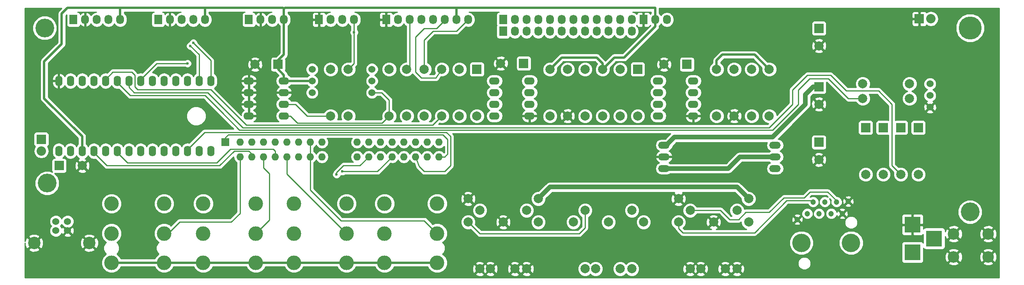
<source format=gbr>
G04 #@! TF.FileFunction,Copper,L2,Bot,Signal*
%FSLAX46Y46*%
G04 Gerber Fmt 4.6, Leading zero omitted, Abs format (unit mm)*
G04 Created by KiCad (PCBNEW 4.0.2-stable) date 23-3-2017 17:14:18*
%MOMM*%
G01*
G04 APERTURE LIST*
%ADD10C,0.100000*%
%ADD11R,3.500120X3.500120*%
%ADD12R,1.727200X2.032000*%
%ADD13O,1.727200X2.032000*%
%ADD14C,1.524000*%
%ADD15C,2.700020*%
%ADD16C,1.998980*%
%ADD17O,2.300000X1.600000*%
%ADD18C,3.175000*%
%ADD19C,4.064000*%
%ADD20C,5.000000*%
%ADD21O,2.499360X1.501140*%
%ADD22C,2.500000*%
%ADD23C,2.000000*%
%ADD24R,2.032000X2.032000*%
%ADD25O,2.032000X2.032000*%
%ADD26O,1.600000X1.600000*%
%ADD27O,1.600000X2.300000*%
%ADD28C,1.200000*%
%ADD29C,4.000000*%
%ADD30R,2.000000X2.000000*%
%ADD31R,1.700000X1.700000*%
%ADD32C,0.600000*%
%ADD33C,1.000000*%
%ADD34C,0.250000*%
%ADD35C,0.500000*%
%ADD36C,0.254000*%
G04 APERTURE END LIST*
D10*
D11*
X220990000Y-127784860D03*
X220990000Y-133784340D03*
X225689000Y-130784600D03*
D12*
X76835000Y-83185000D03*
D13*
X79375000Y-83185000D03*
X81915000Y-83185000D03*
X84455000Y-83185000D03*
D12*
X38735000Y-83185000D03*
D13*
X41275000Y-83185000D03*
X43815000Y-83185000D03*
X46355000Y-83185000D03*
X48895000Y-83185000D03*
D12*
X57150000Y-83185000D03*
D13*
X59690000Y-83185000D03*
X62230000Y-83185000D03*
X64770000Y-83185000D03*
X67310000Y-83185000D03*
D12*
X106680000Y-83185000D03*
D13*
X109220000Y-83185000D03*
X111760000Y-83185000D03*
X114300000Y-83185000D03*
X116840000Y-83185000D03*
X119380000Y-83185000D03*
X121920000Y-83185000D03*
X124460000Y-83185000D03*
D14*
X34925000Y-127061000D03*
X37465000Y-127061000D03*
X37465000Y-129059980D03*
X34925000Y-129059980D03*
D15*
X30195520Y-131760000D03*
X42194480Y-131760000D03*
D16*
X153670000Y-93980000D03*
X153670000Y-104140000D03*
X210185000Y-97155000D03*
X220345000Y-97155000D03*
X210185000Y-100330000D03*
X220345000Y-100330000D03*
X122555000Y-93980000D03*
X122555000Y-104140000D03*
X157490000Y-93980000D03*
X157490000Y-104140000D03*
X186055000Y-93980000D03*
X186055000Y-104140000D03*
X149860000Y-93980000D03*
X149860000Y-104140000D03*
X189865000Y-93980000D03*
X189865000Y-104140000D03*
X142240000Y-93980000D03*
X142240000Y-104140000D03*
X178435000Y-93980000D03*
X178435000Y-104140000D03*
X146050000Y-93980000D03*
X146050000Y-104140000D03*
X182245000Y-93980000D03*
X182245000Y-104140000D03*
X107315000Y-93980000D03*
X107315000Y-104140000D03*
X94615000Y-93980000D03*
X94615000Y-104140000D03*
X111125000Y-104140000D03*
X111125000Y-93980000D03*
X98425000Y-104140000D03*
X98425000Y-93980000D03*
X114935000Y-93980000D03*
X114935000Y-104140000D03*
D17*
X130175000Y-96520000D03*
X130175000Y-99060000D03*
X130175000Y-101600000D03*
X130175000Y-104140000D03*
X137795000Y-104140000D03*
X137795000Y-101600000D03*
X137795000Y-99060000D03*
X137795000Y-96520000D03*
X165735000Y-96520000D03*
X165735000Y-99060000D03*
X165735000Y-101600000D03*
X165735000Y-104140000D03*
X173355000Y-104140000D03*
X173355000Y-101600000D03*
X173355000Y-99060000D03*
X173355000Y-96520000D03*
X76835000Y-96520000D03*
X76835000Y-99060000D03*
X76835000Y-101600000D03*
X76835000Y-104140000D03*
X84455000Y-104140000D03*
X84455000Y-101600000D03*
X84455000Y-99060000D03*
X84455000Y-96520000D03*
D18*
X117740000Y-123190000D03*
X117740000Y-136048800D03*
X106310000Y-136048900D03*
X106310000Y-123190100D03*
X117740000Y-129690000D03*
X106310000Y-129690100D03*
X98055000Y-123190000D03*
X98055000Y-136048800D03*
X86625000Y-136048900D03*
X86625000Y-123190100D03*
X98055000Y-129690000D03*
X86625000Y-129690100D03*
X78370000Y-123190000D03*
X78370000Y-136048800D03*
X66940000Y-136048900D03*
X66940000Y-123190100D03*
X78370000Y-129690000D03*
X66940000Y-129690100D03*
X58420000Y-123190000D03*
X58420000Y-136048800D03*
X46990000Y-136048900D03*
X46990000Y-123190100D03*
X58420000Y-129690000D03*
X46990000Y-129690100D03*
D19*
X32500000Y-85000000D03*
X233490000Y-125000000D03*
D20*
X233490000Y-85000000D03*
D19*
X33020000Y-118745000D03*
D21*
X191135000Y-113030000D03*
X191135000Y-115570000D03*
X191135000Y-110490000D03*
X167005000Y-113030000D03*
X167005000Y-115570000D03*
X167005000Y-110490000D03*
D14*
X224790000Y-99695000D03*
X224790000Y-102235000D03*
X224790000Y-97155000D03*
X103570000Y-96520000D03*
X103570000Y-93980000D03*
X103570000Y-99060000D03*
X90570000Y-96520000D03*
X90570000Y-93980000D03*
X90570000Y-99060000D03*
D12*
X132080000Y-83185000D03*
D13*
X134620000Y-83185000D03*
X137160000Y-83185000D03*
X139700000Y-83185000D03*
X142240000Y-83185000D03*
X144780000Y-83185000D03*
X147320000Y-83185000D03*
X149860000Y-83185000D03*
X152400000Y-83185000D03*
X154940000Y-83185000D03*
X157480000Y-83185000D03*
X160020000Y-83185000D03*
D12*
X132080000Y-85725000D03*
D13*
X134620000Y-85725000D03*
X137160000Y-85725000D03*
X139700000Y-85725000D03*
X142240000Y-85725000D03*
X144780000Y-85725000D03*
X147320000Y-85725000D03*
X149860000Y-85725000D03*
X152400000Y-85725000D03*
X154940000Y-85725000D03*
X157480000Y-85725000D03*
X160020000Y-85725000D03*
D12*
X162560000Y-83185000D03*
D13*
X165100000Y-83185000D03*
X167640000Y-83185000D03*
D22*
X229920000Y-134790000D03*
X229920000Y-129790000D03*
X237420000Y-134790000D03*
X237420000Y-129790000D03*
D23*
X160030000Y-137370000D03*
X149870000Y-137370000D03*
X147330000Y-127210000D03*
X149870000Y-124670000D03*
X154950000Y-127210000D03*
X160030000Y-124670000D03*
X162570000Y-127210000D03*
X157490000Y-137370000D03*
X152156000Y-137370000D03*
X170151900Y-122135900D03*
X185391900Y-122135900D03*
X170151900Y-127215900D03*
X172691900Y-124675900D03*
X177771900Y-127215900D03*
X182851900Y-124675900D03*
X185391900Y-127215900D03*
X180311900Y-137375900D03*
X174977900Y-137375900D03*
X182851900Y-137375900D03*
X172691900Y-137375900D03*
X124470000Y-122130000D03*
X139710000Y-122130000D03*
X124470000Y-127210000D03*
X127010000Y-124670000D03*
X132090000Y-127210000D03*
X137170000Y-124670000D03*
X139710000Y-127210000D03*
X134630000Y-137370000D03*
X129296000Y-137370000D03*
X137170000Y-137370000D03*
X127010000Y-137370000D03*
D24*
X222460000Y-83000000D03*
D25*
X225000000Y-83000000D03*
D12*
X92075000Y-83185000D03*
D13*
X94615000Y-83185000D03*
X97155000Y-83185000D03*
X99695000Y-83185000D03*
D26*
X74940000Y-113030000D03*
X77480000Y-113030000D03*
X100340000Y-113030000D03*
X102880000Y-113030000D03*
X80020000Y-113030000D03*
X82560000Y-113030000D03*
X105420000Y-113030000D03*
X107960000Y-113030000D03*
X85100000Y-113030000D03*
X87640000Y-113030000D03*
X110500000Y-113030000D03*
X113040000Y-113030000D03*
X90180000Y-113030000D03*
X92720000Y-113030000D03*
X115580000Y-113030000D03*
X118120000Y-113030000D03*
X74940000Y-109855000D03*
X77480000Y-109855000D03*
X100340000Y-109855000D03*
X102880000Y-109855000D03*
X80020000Y-109855000D03*
X82560000Y-109855000D03*
X105420000Y-109855000D03*
X107960000Y-109855000D03*
X85100000Y-109855000D03*
X87640000Y-109855000D03*
X110500000Y-109855000D03*
X113040000Y-109855000D03*
X90180000Y-109855000D03*
X92720000Y-109855000D03*
X115580000Y-109855000D03*
X118120000Y-109855000D03*
D16*
X118745000Y-93980000D03*
X118745000Y-104140000D03*
D27*
X43180000Y-96520000D03*
X40640000Y-96520000D03*
X38100000Y-96520000D03*
X35560000Y-96520000D03*
X45720000Y-96520000D03*
X48260000Y-96520000D03*
X50800000Y-96520000D03*
X53340000Y-96520000D03*
X55880000Y-96520000D03*
X58420000Y-96520000D03*
X60960000Y-96520000D03*
X63500000Y-96520000D03*
X66040000Y-96520000D03*
X68580000Y-96520000D03*
X68580000Y-111760000D03*
X66040000Y-111760000D03*
X63500000Y-111760000D03*
X60960000Y-111760000D03*
X58420000Y-111760000D03*
X55880000Y-111760000D03*
X53340000Y-111760000D03*
X50800000Y-111760000D03*
X48260000Y-111760000D03*
X45720000Y-111760000D03*
X43180000Y-111760000D03*
X40640000Y-111760000D03*
X38100000Y-111760000D03*
X35560000Y-111760000D03*
D24*
X31760000Y-109220000D03*
D25*
X31760000Y-111760000D03*
D28*
X198130000Y-125374400D03*
X199400000Y-122834400D03*
X200670000Y-125374400D03*
X201940000Y-122834400D03*
X203337000Y-125374400D03*
X204480000Y-122834400D03*
X205750000Y-125374400D03*
X207020000Y-122707400D03*
X195971000Y-126644400D03*
D29*
X196860000Y-131724400D03*
X207655000Y-131724400D03*
D30*
X200670000Y-85090000D03*
D23*
X200670000Y-88890000D03*
D30*
X200660000Y-97790000D03*
D23*
X200660000Y-101590000D03*
D30*
X200660000Y-109855000D03*
D23*
X200660000Y-113655000D03*
X210820000Y-116840520D03*
D30*
X210820000Y-106680520D03*
D23*
X214630000Y-116840000D03*
D30*
X214630000Y-106680000D03*
D23*
X218445080Y-116841040D03*
D30*
X218445080Y-106681040D03*
D23*
X222250000Y-116840000D03*
D30*
X222250000Y-106680000D03*
D23*
X126367540Y-104140520D03*
D30*
X126367540Y-93980520D03*
D23*
X161300000Y-104140000D03*
D30*
X161300000Y-93980000D03*
X35650000Y-114935000D03*
D23*
X40650000Y-114935000D03*
D30*
X83185000Y-92920000D03*
D23*
X78185000Y-92920000D03*
D30*
X136535000Y-92710000D03*
D23*
X131535000Y-92710000D03*
D30*
X172005000Y-92920000D03*
D23*
X167005000Y-92920000D03*
D31*
X71765000Y-109855000D03*
D32*
X63510000Y-92710000D03*
X95895000Y-116840000D03*
X97165000Y-116205000D03*
X64145000Y-88900000D03*
X64780000Y-88265000D03*
X99705000Y-85934996D03*
D33*
X180975000Y-115570000D02*
X183515000Y-113030000D01*
X183515000Y-113030000D02*
X191135000Y-113030000D01*
X167005000Y-115570000D02*
X180975000Y-115570000D01*
X197740000Y-99450000D02*
X199400000Y-97790000D01*
X199400000Y-97790000D02*
X200660000Y-97790000D01*
X197740000Y-101600000D02*
X190600570Y-108739430D01*
X197740000Y-101600000D02*
X197740000Y-99450000D01*
X190600570Y-108739430D02*
X169254680Y-108739430D01*
X169254680Y-108739430D02*
X167504110Y-110490000D01*
X167504110Y-110490000D02*
X167005000Y-110490000D01*
X139710000Y-122130000D02*
X142250000Y-119590000D01*
X142250000Y-119590000D02*
X182890000Y-119590000D01*
X182890000Y-119590000D02*
X185430000Y-122130000D01*
D34*
X50800000Y-96520000D02*
X50800000Y-97920000D01*
X50800000Y-97920000D02*
X51940000Y-99060000D01*
X51940000Y-99060000D02*
X67943590Y-99060000D01*
X67943590Y-99060000D02*
X75563590Y-106680000D01*
X75563590Y-106680000D02*
X189865000Y-106680000D01*
X203210000Y-95250000D02*
X206639491Y-98679491D01*
X189865000Y-106680000D02*
X194945000Y-101600000D01*
X198130000Y-95250000D02*
X203210000Y-95250000D01*
X206639491Y-98679491D02*
X213614491Y-98679491D01*
X216535000Y-101600000D02*
X216535000Y-114930960D01*
X194945000Y-101600000D02*
X194945000Y-98435000D01*
X194945000Y-98435000D02*
X198130000Y-95250000D01*
X213614491Y-98679491D02*
X216535000Y-101600000D01*
X216535000Y-114930960D02*
X218445080Y-116841040D01*
X149870000Y-128480000D02*
X149870000Y-124670000D01*
X148600000Y-129750000D02*
X149870000Y-128480000D01*
X127010000Y-129750000D02*
X148600000Y-129750000D01*
X124470000Y-127210000D02*
X127010000Y-129750000D01*
X186700000Y-129540000D02*
X193685000Y-122555000D01*
X193685000Y-122555000D02*
X199400000Y-122555000D01*
X171105787Y-129540000D02*
X186700000Y-129540000D01*
X170190000Y-127210000D02*
X170190000Y-128624213D01*
X170190000Y-128624213D02*
X171105787Y-129540000D01*
D35*
X84455000Y-96520000D02*
X90570000Y-96520000D01*
X48905000Y-80645000D02*
X37475000Y-80645000D01*
X36205000Y-81915000D02*
X36205000Y-88475000D01*
X40640000Y-108575000D02*
X40640000Y-111760000D01*
X37475000Y-80645000D02*
X36205000Y-81915000D01*
X36205000Y-88475000D02*
X32395000Y-92285000D01*
X32395000Y-92285000D02*
X32395000Y-100330000D01*
X32395000Y-100330000D02*
X40640000Y-108575000D01*
X67310000Y-80645000D02*
X84255000Y-80645000D01*
X84255000Y-80645000D02*
X84465000Y-80855000D01*
X84465000Y-80855000D02*
X84455000Y-80865000D01*
X84455000Y-80865000D02*
X84455000Y-83185000D01*
X84465000Y-80855000D02*
X84675000Y-80645000D01*
X84675000Y-80645000D02*
X121920000Y-80645000D01*
X67310000Y-80645000D02*
X48905000Y-80645000D01*
X48895000Y-83185000D02*
X48895000Y-80655000D01*
X48895000Y-80655000D02*
X48905000Y-80645000D01*
X178435000Y-93980000D02*
X178435000Y-92075000D01*
X144780000Y-91440000D02*
X152400000Y-91440000D01*
X152400000Y-91440000D02*
X153670000Y-92710000D01*
X67310000Y-83185000D02*
X67310000Y-80645000D01*
X84455000Y-95220000D02*
X83215000Y-93980000D01*
X153670000Y-92710000D02*
X153670000Y-93980000D01*
X84455000Y-96520000D02*
X84455000Y-95220000D01*
X178435000Y-92075000D02*
X179705000Y-90805000D01*
X83215000Y-93980000D02*
X83215000Y-93375000D01*
X121920000Y-83337400D02*
X121920000Y-83185000D01*
X83215000Y-93375000D02*
X83185000Y-93345000D01*
X83185000Y-92075000D02*
X83185000Y-93345000D01*
X84455000Y-90805000D02*
X84455000Y-83185000D01*
X67310000Y-83032600D02*
X67310000Y-83185000D01*
X186690000Y-90805000D02*
X189865000Y-93980000D01*
X179705000Y-90805000D02*
X186690000Y-90805000D01*
X142240000Y-93980000D02*
X144780000Y-91440000D01*
X165100000Y-83185000D02*
X165100000Y-80645000D01*
X121920000Y-83185000D02*
X121920000Y-80645000D01*
X156210000Y-91440000D02*
X153670000Y-93980000D01*
X121920000Y-80645000D02*
X165100000Y-80645000D01*
X84455000Y-90805000D02*
X83185000Y-92075000D01*
X165100000Y-83185000D02*
X165100000Y-84701000D01*
X158361000Y-91440000D02*
X156210000Y-91440000D01*
X165100000Y-84701000D02*
X158361000Y-91440000D01*
D34*
X56800000Y-92710000D02*
X63510000Y-92710000D01*
X53340000Y-96170000D02*
X56800000Y-92710000D01*
X53340000Y-96520000D02*
X53340000Y-96170000D01*
X114935000Y-93980000D02*
X114935000Y-87630000D01*
X114935000Y-87630000D02*
X116840000Y-85725000D01*
X116840000Y-85725000D02*
X121920000Y-85725000D01*
X121920000Y-85725000D02*
X124460000Y-83185000D01*
X107315000Y-100701000D02*
X105674000Y-99060000D01*
X105674000Y-99060000D02*
X103570000Y-99060000D01*
X107315000Y-104140000D02*
X107315000Y-100701000D01*
X84455000Y-104140000D02*
X85855000Y-104140000D01*
X85855000Y-104140000D02*
X87379491Y-105664491D01*
X87379491Y-105664491D02*
X105790509Y-105664491D01*
X105790509Y-105664491D02*
X107315000Y-104140000D01*
X84455000Y-104140000D02*
X84105000Y-104140000D01*
X107315000Y-103505000D02*
X107315000Y-104140000D01*
X89535000Y-104140000D02*
X94615000Y-104140000D01*
X86995000Y-101600000D02*
X84455000Y-101600000D01*
X86995000Y-101600000D02*
X89535000Y-104140000D01*
X48260000Y-96520000D02*
X48260000Y-96870000D01*
X48260000Y-96870000D02*
X51085000Y-99695000D01*
X196216410Y-101600000D02*
X196216410Y-98433590D01*
X51085000Y-99695000D02*
X67310000Y-99695000D01*
X67310000Y-99695000D02*
X70854978Y-103239978D01*
X70854978Y-103239978D02*
X70854978Y-103242800D01*
X190628410Y-107188000D02*
X196216410Y-101600000D01*
X196216410Y-98433590D02*
X198638000Y-96012000D01*
X70854978Y-103242800D02*
X74800178Y-107188000D01*
X74800178Y-107188000D02*
X190628410Y-107188000D01*
X207020000Y-100330000D02*
X210185000Y-100330000D01*
X198638000Y-96012000D02*
X202702000Y-96012000D01*
X202702000Y-96012000D02*
X207020000Y-100330000D01*
X43180000Y-111760000D02*
X43180000Y-112110000D01*
X43180000Y-112110000D02*
X46005000Y-114935000D01*
X46005000Y-114935000D02*
X70485000Y-114935000D01*
X76845000Y-111760000D02*
X77470000Y-112385000D01*
X70485000Y-114935000D02*
X73660000Y-111760000D01*
X73660000Y-111760000D02*
X76845000Y-111760000D01*
X77470000Y-112385000D02*
X77480000Y-113030000D01*
X97375736Y-114935000D02*
X95895000Y-116415736D01*
X102880000Y-113030000D02*
X100975000Y-114935000D01*
X95895000Y-116415736D02*
X95895000Y-116840000D01*
X100975000Y-114935000D02*
X97375736Y-114935000D01*
X48260000Y-111760000D02*
X48260000Y-112110000D01*
X50450000Y-114300000D02*
X69850000Y-114300000D01*
X82570000Y-113020000D02*
X82560000Y-113030000D01*
X48260000Y-112110000D02*
X50450000Y-114300000D01*
X69850000Y-114300000D02*
X72840011Y-111309989D01*
X72840011Y-111309989D02*
X82109989Y-111309989D01*
X82109989Y-111309989D02*
X82560000Y-111760000D01*
X82560000Y-111760000D02*
X82570000Y-113020000D01*
X107960000Y-113030000D02*
X104785000Y-116205000D01*
X104785000Y-116205000D02*
X97165000Y-116205000D01*
X63500000Y-111760000D02*
X63500000Y-111410000D01*
X63500000Y-111410000D02*
X67214000Y-107696000D01*
X67214000Y-107696000D02*
X119771000Y-107696000D01*
X119380000Y-116205000D02*
X114935000Y-116205000D01*
X119771000Y-107696000D02*
X120650000Y-108575000D01*
X120650000Y-108575000D02*
X120650000Y-114935000D01*
X113829999Y-115099999D02*
X113040000Y-113030000D01*
X120650000Y-114935000D02*
X119380000Y-116205000D01*
X114935000Y-116205000D02*
X113829999Y-115099999D01*
X66040000Y-111760000D02*
X66040000Y-112110000D01*
X66040000Y-90795000D02*
X64145000Y-88900000D01*
X66040000Y-96520000D02*
X66040000Y-90795000D01*
X74940000Y-113030000D02*
X74930000Y-125315000D01*
X74930000Y-125315000D02*
X73035000Y-127210000D01*
X73035000Y-127210000D02*
X61800000Y-127210000D01*
X61800000Y-127210000D02*
X59320000Y-129690000D01*
X81280000Y-116701370D02*
X81280000Y-126780000D01*
X81280000Y-126780000D02*
X78370000Y-129690000D01*
X80020000Y-113030000D02*
X80010000Y-115431370D01*
X80010000Y-115431370D02*
X81280000Y-116701370D01*
X85100000Y-113030000D02*
X85090000Y-116725000D01*
X85090000Y-116725000D02*
X98055000Y-129690000D01*
X90180000Y-113030000D02*
X90180000Y-109855000D01*
X114945000Y-126895000D02*
X117740000Y-129690000D01*
X90170000Y-120215000D02*
X96850000Y-126895000D01*
X96850000Y-126895000D02*
X114945000Y-126895000D01*
X90180000Y-113030000D02*
X90170000Y-120215000D01*
X68580000Y-92065000D02*
X64780000Y-88265000D01*
X68580000Y-96520000D02*
X68580000Y-92065000D01*
X111125000Y-93980000D02*
X111760000Y-93345000D01*
X111760000Y-93345000D02*
X111760000Y-83185000D01*
X99705000Y-92700000D02*
X99705000Y-85934996D01*
X98425000Y-93980000D02*
X99705000Y-92700000D01*
X99695000Y-85924996D02*
X99705000Y-85934996D01*
X99695000Y-83185000D02*
X99695000Y-85924996D01*
D35*
X98055000Y-136048800D02*
X106309900Y-136048800D01*
X106309900Y-136048800D02*
X106310000Y-136048900D01*
X86625000Y-136048900D02*
X98054900Y-136048900D01*
X98054900Y-136048900D02*
X98055000Y-136048800D01*
X78370000Y-136048800D02*
X86624900Y-136048800D01*
X86624900Y-136048800D02*
X86625000Y-136048900D01*
X106310000Y-136048900D02*
X117739900Y-136048900D01*
X117739900Y-136048900D02*
X117740000Y-136048800D01*
X66940000Y-136048900D02*
X78369900Y-136048900D01*
X78369900Y-136048900D02*
X78370000Y-136048800D01*
X59320000Y-136048800D02*
X66939900Y-136048800D01*
X66939900Y-136048800D02*
X66940000Y-136048900D01*
X47890000Y-136048900D02*
X59319900Y-136048900D01*
X59319900Y-136048900D02*
X59320000Y-136048800D01*
D34*
X183100000Y-124880000D02*
X182890000Y-124670000D01*
X204480000Y-122555000D02*
X202575000Y-120650000D01*
X198765000Y-120650000D02*
X197495000Y-121920000D01*
X202575000Y-120650000D02*
X198765000Y-120650000D01*
X189875000Y-125095000D02*
X184795000Y-125095000D01*
X197495000Y-121920000D02*
X193050000Y-121920000D01*
X181251002Y-126631002D02*
X179290000Y-124670000D01*
X193050000Y-121920000D02*
X189875000Y-125095000D01*
X184795000Y-125095000D02*
X183258998Y-126631002D01*
X183258998Y-126631002D02*
X181251002Y-126631002D01*
X179290000Y-124670000D02*
X172730000Y-124670000D01*
X119380000Y-83185000D02*
X119380000Y-83337400D01*
X119380000Y-83337400D02*
X117627400Y-85090000D01*
X117627400Y-85090000D02*
X114935000Y-85090000D01*
X114935000Y-85090000D02*
X113030000Y-86995000D01*
X113030000Y-86995000D02*
X113030000Y-94615000D01*
X113030000Y-94615000D02*
X114300000Y-95885000D01*
X114300000Y-95885000D02*
X117475000Y-95885000D01*
X117475000Y-95885000D02*
X118745000Y-93980000D01*
X118745000Y-104140000D02*
X116770498Y-106114502D01*
X52070000Y-97790000D02*
X52070000Y-95250000D01*
X52070000Y-95250000D02*
X51435000Y-94615000D01*
X116770498Y-106114502D02*
X76269502Y-106114502D01*
X76269502Y-106114502D02*
X68580000Y-98425000D01*
X52705000Y-98425000D02*
X52070000Y-97790000D01*
X68580000Y-98425000D02*
X52705000Y-98425000D01*
X51435000Y-94615000D02*
X47275000Y-94615000D01*
X47275000Y-94615000D02*
X45720000Y-96170000D01*
X45720000Y-96170000D02*
X45720000Y-96520000D01*
X45720000Y-96520000D02*
X45720000Y-96870000D01*
X118120000Y-113030000D02*
X119390000Y-113030000D01*
X119390000Y-113030000D02*
X120025000Y-112395000D01*
X120025000Y-109220000D02*
X119009000Y-108204000D01*
X120025000Y-112395000D02*
X120025000Y-109220000D01*
X119009000Y-108204000D02*
X72400000Y-108204000D01*
X72400000Y-108204000D02*
X71765000Y-108839000D01*
X71765000Y-108839000D02*
X71765000Y-109855000D01*
D36*
G36*
X35579210Y-81289210D02*
X35387367Y-81576325D01*
X35387367Y-81576326D01*
X35319999Y-81915000D01*
X35320000Y-81915005D01*
X35320000Y-88108421D01*
X31769210Y-91659210D01*
X31577367Y-91946325D01*
X31577367Y-91946326D01*
X31509999Y-92285000D01*
X31510000Y-92285005D01*
X31510000Y-100329995D01*
X31509999Y-100330000D01*
X31543537Y-100498603D01*
X31577367Y-100668675D01*
X31691842Y-100840000D01*
X31769210Y-100955790D01*
X39755000Y-108941579D01*
X39755000Y-110273670D01*
X39625302Y-110360332D01*
X39370000Y-110742418D01*
X39114698Y-110360332D01*
X38649151Y-110049263D01*
X38100000Y-109940030D01*
X37550849Y-110049263D01*
X37085302Y-110360332D01*
X36830000Y-110742418D01*
X36574698Y-110360332D01*
X36109151Y-110049263D01*
X35560000Y-109940030D01*
X35010849Y-110049263D01*
X34545302Y-110360332D01*
X34234233Y-110825879D01*
X34125000Y-111375030D01*
X34125000Y-112144970D01*
X34234233Y-112694121D01*
X34545302Y-113159668D01*
X34736706Y-113287560D01*
X34650000Y-113287560D01*
X34414683Y-113331838D01*
X34198559Y-113470910D01*
X34053569Y-113683110D01*
X34002560Y-113935000D01*
X34002560Y-115935000D01*
X34046838Y-116170317D01*
X34146309Y-116324899D01*
X33552827Y-116078464D01*
X32491828Y-116077538D01*
X31511239Y-116482709D01*
X30760345Y-117232293D01*
X30353464Y-118212173D01*
X30352538Y-119273172D01*
X30757709Y-120253761D01*
X31507293Y-121004655D01*
X32487173Y-121411536D01*
X33548172Y-121412462D01*
X34528761Y-121007291D01*
X35279655Y-120257707D01*
X35686536Y-119277827D01*
X35687462Y-118216828D01*
X35282291Y-117236239D01*
X34624472Y-116577270D01*
X34650000Y-116582440D01*
X36650000Y-116582440D01*
X36885317Y-116538162D01*
X37101441Y-116399090D01*
X37246431Y-116186890D01*
X37266551Y-116087532D01*
X39677073Y-116087532D01*
X39775736Y-116354387D01*
X40385461Y-116580908D01*
X41035460Y-116556856D01*
X41524264Y-116354387D01*
X41622927Y-116087532D01*
X40650000Y-115114605D01*
X39677073Y-116087532D01*
X37266551Y-116087532D01*
X37297440Y-115935000D01*
X37297440Y-114670461D01*
X39004092Y-114670461D01*
X39028144Y-115320460D01*
X39230613Y-115809264D01*
X39497468Y-115907927D01*
X40470395Y-114935000D01*
X40829605Y-114935000D01*
X41802532Y-115907927D01*
X42069387Y-115809264D01*
X42295908Y-115199539D01*
X42271856Y-114549540D01*
X42069387Y-114060736D01*
X41802532Y-113962073D01*
X40829605Y-114935000D01*
X40470395Y-114935000D01*
X39497468Y-113962073D01*
X39230613Y-114060736D01*
X39004092Y-114670461D01*
X37297440Y-114670461D01*
X37297440Y-113935000D01*
X37253162Y-113699683D01*
X37114090Y-113483559D01*
X36901890Y-113338569D01*
X36650000Y-113287560D01*
X36383294Y-113287560D01*
X36574698Y-113159668D01*
X36830000Y-112777582D01*
X37085302Y-113159668D01*
X37550849Y-113470737D01*
X38100000Y-113579970D01*
X38649151Y-113470737D01*
X39114698Y-113159668D01*
X39370000Y-112777582D01*
X39625302Y-113159668D01*
X40011721Y-113417865D01*
X39775736Y-113515613D01*
X39677073Y-113782468D01*
X40650000Y-114755395D01*
X41622927Y-113782468D01*
X41524264Y-113515613D01*
X41265734Y-113419566D01*
X41654698Y-113159668D01*
X41910000Y-112777582D01*
X42165302Y-113159668D01*
X42630849Y-113470737D01*
X43180000Y-113579970D01*
X43509605Y-113514407D01*
X45467599Y-115472401D01*
X45714160Y-115637148D01*
X46005000Y-115695000D01*
X70485000Y-115695000D01*
X70775839Y-115637148D01*
X71022401Y-115472401D01*
X73479888Y-113014914D01*
X73476887Y-113030000D01*
X73586120Y-113579151D01*
X73897189Y-114044698D01*
X74179020Y-114233012D01*
X74170256Y-124999942D01*
X72720198Y-126450000D01*
X61800000Y-126450000D01*
X61509161Y-126507852D01*
X61262599Y-126672599D01*
X59904221Y-128030977D01*
X59680589Y-127806955D01*
X58864022Y-127467887D01*
X57979857Y-127467115D01*
X57162700Y-127804758D01*
X56536955Y-128429411D01*
X56197887Y-129245978D01*
X56197115Y-130130143D01*
X56534758Y-130947300D01*
X57159411Y-131573045D01*
X57243348Y-131607899D01*
X56956605Y-131894142D01*
X56693100Y-132528731D01*
X56692501Y-133215854D01*
X56954897Y-133850902D01*
X57236548Y-134133045D01*
X57162700Y-134163558D01*
X56536955Y-134788211D01*
X56380955Y-135163900D01*
X49029074Y-135163900D01*
X48875242Y-134791600D01*
X48250589Y-134165855D01*
X48172877Y-134133586D01*
X48453395Y-133853558D01*
X48716900Y-133218969D01*
X48717499Y-132531846D01*
X48455103Y-131896798D01*
X48167233Y-131608425D01*
X48247300Y-131575342D01*
X48873045Y-130950689D01*
X49212113Y-130134122D01*
X49212885Y-129249957D01*
X48875242Y-128432800D01*
X48250589Y-127807055D01*
X47434022Y-127467987D01*
X46549857Y-127467215D01*
X45732700Y-127804858D01*
X45106955Y-128429511D01*
X44767887Y-129246078D01*
X44767115Y-130130243D01*
X45104758Y-130947400D01*
X45729411Y-131573145D01*
X45813348Y-131607999D01*
X45526605Y-131894242D01*
X45263100Y-132528831D01*
X45262501Y-133215954D01*
X45524897Y-133851002D01*
X45806548Y-134133145D01*
X45732700Y-134163658D01*
X45106955Y-134788311D01*
X44767887Y-135604878D01*
X44767115Y-136489043D01*
X45104758Y-137306200D01*
X45729411Y-137931945D01*
X46545978Y-138271013D01*
X47430143Y-138271785D01*
X48247300Y-137934142D01*
X48873045Y-137309489D01*
X49029003Y-136933900D01*
X56380968Y-136933900D01*
X56534758Y-137306100D01*
X57159411Y-137931845D01*
X57975978Y-138270913D01*
X58860143Y-138271685D01*
X59677300Y-137934042D01*
X60303045Y-137309389D01*
X60459003Y-136933800D01*
X64900885Y-136933800D01*
X65054758Y-137306200D01*
X65679411Y-137931945D01*
X66495978Y-138271013D01*
X67380143Y-138271785D01*
X68197300Y-137934142D01*
X68823045Y-137309489D01*
X68979003Y-136933900D01*
X76330968Y-136933900D01*
X76484758Y-137306100D01*
X77109411Y-137931845D01*
X77925978Y-138270913D01*
X78810143Y-138271685D01*
X79627300Y-137934042D01*
X80253045Y-137309389D01*
X80409003Y-136933800D01*
X84585885Y-136933800D01*
X84739758Y-137306200D01*
X85364411Y-137931945D01*
X86180978Y-138271013D01*
X87065143Y-138271785D01*
X87882300Y-137934142D01*
X88508045Y-137309489D01*
X88664003Y-136933900D01*
X96015968Y-136933900D01*
X96169758Y-137306100D01*
X96794411Y-137931845D01*
X97610978Y-138270913D01*
X98495143Y-138271685D01*
X99312300Y-137934042D01*
X99938045Y-137309389D01*
X100094003Y-136933800D01*
X104270885Y-136933800D01*
X104424758Y-137306200D01*
X105049411Y-137931945D01*
X105865978Y-138271013D01*
X106750143Y-138271785D01*
X107567300Y-137934142D01*
X108193045Y-137309489D01*
X108349003Y-136933900D01*
X115700968Y-136933900D01*
X115854758Y-137306100D01*
X116479411Y-137931845D01*
X117295978Y-138270913D01*
X118180143Y-138271685D01*
X118997300Y-137934042D01*
X119623045Y-137309389D01*
X119707723Y-137105461D01*
X125364092Y-137105461D01*
X125388144Y-137755460D01*
X125590613Y-138244264D01*
X125857468Y-138342927D01*
X126830395Y-137370000D01*
X127189605Y-137370000D01*
X127744203Y-137924598D01*
X127876613Y-138244264D01*
X128143468Y-138342927D01*
X128153000Y-138333395D01*
X128162532Y-138342927D01*
X128429387Y-138244264D01*
X128540078Y-137946317D01*
X129116395Y-137370000D01*
X129475605Y-137370000D01*
X130448532Y-138342927D01*
X130715387Y-138244264D01*
X130941908Y-137634539D01*
X130922331Y-137105461D01*
X132984092Y-137105461D01*
X133008144Y-137755460D01*
X133210613Y-138244264D01*
X133477468Y-138342927D01*
X134450395Y-137370000D01*
X134809605Y-137370000D01*
X135782532Y-138342927D01*
X135900000Y-138299496D01*
X136017468Y-138342927D01*
X136990395Y-137370000D01*
X137349605Y-137370000D01*
X138322532Y-138342927D01*
X138589387Y-138244264D01*
X138793893Y-137693795D01*
X148234716Y-137693795D01*
X148483106Y-138294943D01*
X148942637Y-138755278D01*
X149543352Y-139004716D01*
X150193795Y-139005284D01*
X150794943Y-138756894D01*
X151012977Y-138539241D01*
X151228637Y-138755278D01*
X151829352Y-139004716D01*
X152479795Y-139005284D01*
X153080943Y-138756894D01*
X153541278Y-138297363D01*
X153790716Y-137696648D01*
X153790718Y-137693795D01*
X155854716Y-137693795D01*
X156103106Y-138294943D01*
X156562637Y-138755278D01*
X157163352Y-139004716D01*
X157813795Y-139005284D01*
X158414943Y-138756894D01*
X158760199Y-138412241D01*
X159102637Y-138755278D01*
X159703352Y-139004716D01*
X160353795Y-139005284D01*
X160954943Y-138756894D01*
X161183804Y-138528432D01*
X171718973Y-138528432D01*
X171817636Y-138795287D01*
X172427361Y-139021808D01*
X173077360Y-138997756D01*
X173566164Y-138795287D01*
X173664827Y-138528432D01*
X174004973Y-138528432D01*
X174103636Y-138795287D01*
X174713361Y-139021808D01*
X175363360Y-138997756D01*
X175852164Y-138795287D01*
X175950827Y-138528432D01*
X179338973Y-138528432D01*
X179437636Y-138795287D01*
X180047361Y-139021808D01*
X180697360Y-138997756D01*
X181186164Y-138795287D01*
X181284827Y-138528432D01*
X181878973Y-138528432D01*
X181977636Y-138795287D01*
X182587361Y-139021808D01*
X183237360Y-138997756D01*
X183726164Y-138795287D01*
X183824827Y-138528432D01*
X182851900Y-137555505D01*
X181878973Y-138528432D01*
X181284827Y-138528432D01*
X180311900Y-137555505D01*
X179338973Y-138528432D01*
X175950827Y-138528432D01*
X174977900Y-137555505D01*
X174004973Y-138528432D01*
X173664827Y-138528432D01*
X172691900Y-137555505D01*
X171718973Y-138528432D01*
X161183804Y-138528432D01*
X161415278Y-138297363D01*
X161664716Y-137696648D01*
X161665227Y-137111361D01*
X171045992Y-137111361D01*
X171070044Y-137761360D01*
X171272513Y-138250164D01*
X171539368Y-138348827D01*
X172512295Y-137375900D01*
X172871505Y-137375900D01*
X173426103Y-137930498D01*
X173558513Y-138250164D01*
X173825368Y-138348827D01*
X173834900Y-138339295D01*
X173844432Y-138348827D01*
X174111287Y-138250164D01*
X174221978Y-137952217D01*
X174798295Y-137375900D01*
X175157505Y-137375900D01*
X176130432Y-138348827D01*
X176397287Y-138250164D01*
X176623808Y-137640439D01*
X176604231Y-137111361D01*
X178665992Y-137111361D01*
X178690044Y-137761360D01*
X178892513Y-138250164D01*
X179159368Y-138348827D01*
X180132295Y-137375900D01*
X180491505Y-137375900D01*
X181464432Y-138348827D01*
X181581900Y-138305396D01*
X181699368Y-138348827D01*
X182672295Y-137375900D01*
X183031505Y-137375900D01*
X184004432Y-138348827D01*
X184271287Y-138250164D01*
X184497808Y-137640439D01*
X184473756Y-136990440D01*
X184271287Y-136501636D01*
X184127778Y-136448577D01*
X196085055Y-136448577D01*
X196299217Y-136966888D01*
X196695426Y-137363789D01*
X197213363Y-137578855D01*
X197774177Y-137579345D01*
X198292488Y-137365183D01*
X198689389Y-136968974D01*
X198904455Y-136451037D01*
X198904945Y-135890223D01*
X198690783Y-135371912D01*
X198294574Y-134975011D01*
X197776637Y-134759945D01*
X197215823Y-134759455D01*
X196697512Y-134973617D01*
X196300611Y-135369826D01*
X196085545Y-135887763D01*
X196085055Y-136448577D01*
X184127778Y-136448577D01*
X184004432Y-136402973D01*
X183031505Y-137375900D01*
X182672295Y-137375900D01*
X181699368Y-136402973D01*
X181581900Y-136446404D01*
X181464432Y-136402973D01*
X180491505Y-137375900D01*
X180132295Y-137375900D01*
X179159368Y-136402973D01*
X178892513Y-136501636D01*
X178665992Y-137111361D01*
X176604231Y-137111361D01*
X176599756Y-136990440D01*
X176397287Y-136501636D01*
X176130432Y-136402973D01*
X175157505Y-137375900D01*
X174798295Y-137375900D01*
X174243697Y-136821302D01*
X174111287Y-136501636D01*
X173844432Y-136402973D01*
X173834900Y-136412505D01*
X173825368Y-136402973D01*
X173558513Y-136501636D01*
X173447822Y-136799583D01*
X172871505Y-137375900D01*
X172512295Y-137375900D01*
X171539368Y-136402973D01*
X171272513Y-136501636D01*
X171045992Y-137111361D01*
X161665227Y-137111361D01*
X161665284Y-137046205D01*
X161416894Y-136445057D01*
X161195593Y-136223368D01*
X171718973Y-136223368D01*
X172691900Y-137196295D01*
X173664827Y-136223368D01*
X174004973Y-136223368D01*
X174977900Y-137196295D01*
X175950827Y-136223368D01*
X179338973Y-136223368D01*
X180311900Y-137196295D01*
X181284827Y-136223368D01*
X181878973Y-136223368D01*
X182851900Y-137196295D01*
X183824827Y-136223368D01*
X183726164Y-135956513D01*
X183116439Y-135729992D01*
X182466440Y-135754044D01*
X181977636Y-135956513D01*
X181878973Y-136223368D01*
X181284827Y-136223368D01*
X181186164Y-135956513D01*
X180576439Y-135729992D01*
X179926440Y-135754044D01*
X179437636Y-135956513D01*
X179338973Y-136223368D01*
X175950827Y-136223368D01*
X175852164Y-135956513D01*
X175242439Y-135729992D01*
X174592440Y-135754044D01*
X174103636Y-135956513D01*
X174004973Y-136223368D01*
X173664827Y-136223368D01*
X173566164Y-135956513D01*
X172956439Y-135729992D01*
X172306440Y-135754044D01*
X171817636Y-135956513D01*
X171718973Y-136223368D01*
X161195593Y-136223368D01*
X160957363Y-135984722D01*
X160356648Y-135735284D01*
X159706205Y-135734716D01*
X159105057Y-135983106D01*
X158759801Y-136327759D01*
X158417363Y-135984722D01*
X157816648Y-135735284D01*
X157166205Y-135734716D01*
X156565057Y-135983106D01*
X156104722Y-136442637D01*
X155855284Y-137043352D01*
X155854716Y-137693795D01*
X153790718Y-137693795D01*
X153791284Y-137046205D01*
X153542894Y-136445057D01*
X153083363Y-135984722D01*
X152482648Y-135735284D01*
X151832205Y-135734716D01*
X151231057Y-135983106D01*
X151013023Y-136200759D01*
X150797363Y-135984722D01*
X150196648Y-135735284D01*
X149546205Y-135734716D01*
X148945057Y-135983106D01*
X148484722Y-136442637D01*
X148235284Y-137043352D01*
X148234716Y-137693795D01*
X138793893Y-137693795D01*
X138815908Y-137634539D01*
X138791856Y-136984540D01*
X138589387Y-136495736D01*
X138322532Y-136397073D01*
X137349605Y-137370000D01*
X136990395Y-137370000D01*
X136017468Y-136397073D01*
X135900000Y-136440504D01*
X135782532Y-136397073D01*
X134809605Y-137370000D01*
X134450395Y-137370000D01*
X133477468Y-136397073D01*
X133210613Y-136495736D01*
X132984092Y-137105461D01*
X130922331Y-137105461D01*
X130917856Y-136984540D01*
X130715387Y-136495736D01*
X130448532Y-136397073D01*
X129475605Y-137370000D01*
X129116395Y-137370000D01*
X128561797Y-136815402D01*
X128429387Y-136495736D01*
X128162532Y-136397073D01*
X128153000Y-136406605D01*
X128143468Y-136397073D01*
X127876613Y-136495736D01*
X127765922Y-136793683D01*
X127189605Y-137370000D01*
X126830395Y-137370000D01*
X125857468Y-136397073D01*
X125590613Y-136495736D01*
X125364092Y-137105461D01*
X119707723Y-137105461D01*
X119962113Y-136492822D01*
X119962353Y-136217468D01*
X126037073Y-136217468D01*
X127010000Y-137190395D01*
X127982927Y-136217468D01*
X128323073Y-136217468D01*
X129296000Y-137190395D01*
X130268927Y-136217468D01*
X133657073Y-136217468D01*
X134630000Y-137190395D01*
X135602927Y-136217468D01*
X136197073Y-136217468D01*
X137170000Y-137190395D01*
X138142927Y-136217468D01*
X138044264Y-135950613D01*
X137434539Y-135724092D01*
X136784540Y-135748144D01*
X136295736Y-135950613D01*
X136197073Y-136217468D01*
X135602927Y-136217468D01*
X135504264Y-135950613D01*
X134894539Y-135724092D01*
X134244540Y-135748144D01*
X133755736Y-135950613D01*
X133657073Y-136217468D01*
X130268927Y-136217468D01*
X130170264Y-135950613D01*
X129560539Y-135724092D01*
X128910540Y-135748144D01*
X128421736Y-135950613D01*
X128323073Y-136217468D01*
X127982927Y-136217468D01*
X127884264Y-135950613D01*
X127274539Y-135724092D01*
X126624540Y-135748144D01*
X126135736Y-135950613D01*
X126037073Y-136217468D01*
X119962353Y-136217468D01*
X119962885Y-135608657D01*
X119625242Y-134791500D01*
X119000589Y-134165755D01*
X118922877Y-134133486D01*
X119203395Y-133853458D01*
X119466900Y-133218869D01*
X119467499Y-132531746D01*
X119349529Y-132246234D01*
X194224543Y-132246234D01*
X194624853Y-133215058D01*
X195365443Y-133956942D01*
X196333567Y-134358942D01*
X197381834Y-134359857D01*
X198350658Y-133959547D01*
X199092542Y-133218957D01*
X199494542Y-132250833D01*
X199494546Y-132246234D01*
X205019543Y-132246234D01*
X205419853Y-133215058D01*
X206160443Y-133956942D01*
X207128567Y-134358942D01*
X208176834Y-134359857D01*
X209145658Y-133959547D01*
X209887542Y-133218957D01*
X210289542Y-132250833D01*
X210289731Y-132034280D01*
X218592500Y-132034280D01*
X218592500Y-135534400D01*
X218636778Y-135769717D01*
X218775850Y-135985841D01*
X218988050Y-136130831D01*
X219239940Y-136181840D01*
X222740060Y-136181840D01*
X222975377Y-136137562D01*
X222997509Y-136123320D01*
X228766285Y-136123320D01*
X228895533Y-136416123D01*
X229595806Y-136684388D01*
X230345435Y-136664250D01*
X230944467Y-136416123D01*
X231073715Y-136123320D01*
X236266285Y-136123320D01*
X236395533Y-136416123D01*
X237095806Y-136684388D01*
X237845435Y-136664250D01*
X238444467Y-136416123D01*
X238573715Y-136123320D01*
X237420000Y-134969605D01*
X236266285Y-136123320D01*
X231073715Y-136123320D01*
X229920000Y-134969605D01*
X228766285Y-136123320D01*
X222997509Y-136123320D01*
X223191501Y-135998490D01*
X223336491Y-135786290D01*
X223387500Y-135534400D01*
X223387500Y-134465806D01*
X228025612Y-134465806D01*
X228045750Y-135215435D01*
X228293877Y-135814467D01*
X228586680Y-135943715D01*
X229740395Y-134790000D01*
X230099605Y-134790000D01*
X231253320Y-135943715D01*
X231546123Y-135814467D01*
X231814388Y-135114194D01*
X231796970Y-134465806D01*
X235525612Y-134465806D01*
X235545750Y-135215435D01*
X235793877Y-135814467D01*
X236086680Y-135943715D01*
X237240395Y-134790000D01*
X237599605Y-134790000D01*
X238753320Y-135943715D01*
X239046123Y-135814467D01*
X239314388Y-135114194D01*
X239294250Y-134364565D01*
X239046123Y-133765533D01*
X238753320Y-133636285D01*
X237599605Y-134790000D01*
X237240395Y-134790000D01*
X236086680Y-133636285D01*
X235793877Y-133765533D01*
X235525612Y-134465806D01*
X231796970Y-134465806D01*
X231794250Y-134364565D01*
X231546123Y-133765533D01*
X231253320Y-133636285D01*
X230099605Y-134790000D01*
X229740395Y-134790000D01*
X228586680Y-133636285D01*
X228293877Y-133765533D01*
X228025612Y-134465806D01*
X223387500Y-134465806D01*
X223387500Y-133456680D01*
X228766285Y-133456680D01*
X229920000Y-134610395D01*
X231073715Y-133456680D01*
X236266285Y-133456680D01*
X237420000Y-134610395D01*
X238573715Y-133456680D01*
X238444467Y-133163877D01*
X237744194Y-132895612D01*
X236994565Y-132915750D01*
X236395533Y-133163877D01*
X236266285Y-133456680D01*
X231073715Y-133456680D01*
X230944467Y-133163877D01*
X230244194Y-132895612D01*
X229494565Y-132915750D01*
X228895533Y-133163877D01*
X228766285Y-133456680D01*
X223387500Y-133456680D01*
X223387500Y-132850355D01*
X223474850Y-132986101D01*
X223687050Y-133131091D01*
X223938940Y-133182100D01*
X227439060Y-133182100D01*
X227674377Y-133137822D01*
X227890501Y-132998750D01*
X228035491Y-132786550D01*
X228086500Y-132534660D01*
X228086500Y-131123320D01*
X228766285Y-131123320D01*
X228895533Y-131416123D01*
X229595806Y-131684388D01*
X230345435Y-131664250D01*
X230944467Y-131416123D01*
X231073715Y-131123320D01*
X236266285Y-131123320D01*
X236395533Y-131416123D01*
X237095806Y-131684388D01*
X237845435Y-131664250D01*
X238444467Y-131416123D01*
X238573715Y-131123320D01*
X237420000Y-129969605D01*
X236266285Y-131123320D01*
X231073715Y-131123320D01*
X229920000Y-129969605D01*
X228766285Y-131123320D01*
X228086500Y-131123320D01*
X228086500Y-130313814D01*
X228293877Y-130814467D01*
X228586680Y-130943715D01*
X229740395Y-129790000D01*
X230099605Y-129790000D01*
X231253320Y-130943715D01*
X231546123Y-130814467D01*
X231814388Y-130114194D01*
X231796970Y-129465806D01*
X235525612Y-129465806D01*
X235545750Y-130215435D01*
X235793877Y-130814467D01*
X236086680Y-130943715D01*
X237240395Y-129790000D01*
X237599605Y-129790000D01*
X238753320Y-130943715D01*
X239046123Y-130814467D01*
X239314388Y-130114194D01*
X239294250Y-129364565D01*
X239046123Y-128765533D01*
X238753320Y-128636285D01*
X237599605Y-129790000D01*
X237240395Y-129790000D01*
X236086680Y-128636285D01*
X235793877Y-128765533D01*
X235525612Y-129465806D01*
X231796970Y-129465806D01*
X231794250Y-129364565D01*
X231546123Y-128765533D01*
X231253320Y-128636285D01*
X230099605Y-129790000D01*
X229740395Y-129790000D01*
X228586680Y-128636285D01*
X228293877Y-128765533D01*
X228086500Y-129306865D01*
X228086500Y-129034540D01*
X228042222Y-128799223D01*
X227903150Y-128583099D01*
X227718130Y-128456680D01*
X228766285Y-128456680D01*
X229920000Y-129610395D01*
X231073715Y-128456680D01*
X236266285Y-128456680D01*
X237420000Y-129610395D01*
X238573715Y-128456680D01*
X238444467Y-128163877D01*
X237744194Y-127895612D01*
X236994565Y-127915750D01*
X236395533Y-128163877D01*
X236266285Y-128456680D01*
X231073715Y-128456680D01*
X230944467Y-128163877D01*
X230244194Y-127895612D01*
X229494565Y-127915750D01*
X228895533Y-128163877D01*
X228766285Y-128456680D01*
X227718130Y-128456680D01*
X227690950Y-128438109D01*
X227439060Y-128387100D01*
X223938940Y-128387100D01*
X223703623Y-128431378D01*
X223487499Y-128570450D01*
X223375060Y-128735010D01*
X223375060Y-128070610D01*
X223216310Y-127911860D01*
X221117000Y-127911860D01*
X221117000Y-130011170D01*
X221275750Y-130169920D01*
X222866370Y-130169920D01*
X223099759Y-130073247D01*
X223278387Y-129894618D01*
X223291500Y-129862960D01*
X223291500Y-131718585D01*
X223204150Y-131582839D01*
X222991950Y-131437849D01*
X222740060Y-131386840D01*
X219239940Y-131386840D01*
X219004623Y-131431118D01*
X218788499Y-131570190D01*
X218643509Y-131782390D01*
X218592500Y-132034280D01*
X210289731Y-132034280D01*
X210290457Y-131202566D01*
X209890147Y-130233742D01*
X209149557Y-129491858D01*
X208181433Y-129089858D01*
X207133166Y-129088943D01*
X206164342Y-129489253D01*
X205422458Y-130229843D01*
X205020458Y-131197967D01*
X205019543Y-132246234D01*
X199494546Y-132246234D01*
X199495457Y-131202566D01*
X199095147Y-130233742D01*
X198354557Y-129491858D01*
X197386433Y-129089858D01*
X196338166Y-129088943D01*
X195369342Y-129489253D01*
X194627458Y-130229843D01*
X194225458Y-131197967D01*
X194224543Y-132246234D01*
X119349529Y-132246234D01*
X119205103Y-131896698D01*
X118917233Y-131608325D01*
X118997300Y-131575242D01*
X119623045Y-130950589D01*
X119962113Y-130134022D01*
X119962885Y-129249857D01*
X119625242Y-128432700D01*
X119000589Y-127806955D01*
X118342747Y-127533795D01*
X122834716Y-127533795D01*
X123083106Y-128134943D01*
X123542637Y-128595278D01*
X124143352Y-128844716D01*
X124793795Y-128845284D01*
X124961279Y-128776081D01*
X126472599Y-130287401D01*
X126719160Y-130452148D01*
X126742231Y-130456737D01*
X127010000Y-130510000D01*
X148600000Y-130510000D01*
X148890839Y-130452148D01*
X149137401Y-130287401D01*
X150407401Y-129017401D01*
X150572148Y-128770840D01*
X150630000Y-128480000D01*
X150630000Y-127533795D01*
X153314716Y-127533795D01*
X153563106Y-128134943D01*
X154022637Y-128595278D01*
X154623352Y-128844716D01*
X155273795Y-128845284D01*
X155874943Y-128596894D01*
X156335278Y-128137363D01*
X156584716Y-127536648D01*
X156584718Y-127533795D01*
X160934716Y-127533795D01*
X161183106Y-128134943D01*
X161642637Y-128595278D01*
X162243352Y-128844716D01*
X162893795Y-128845284D01*
X163494943Y-128596894D01*
X163955278Y-128137363D01*
X164203450Y-127539695D01*
X168516616Y-127539695D01*
X168765006Y-128140843D01*
X169224537Y-128601178D01*
X169443504Y-128692101D01*
X169487852Y-128915052D01*
X169652599Y-129161614D01*
X170568386Y-130077401D01*
X170814947Y-130242148D01*
X171105787Y-130300000D01*
X186700000Y-130300000D01*
X186990839Y-130242148D01*
X187237401Y-130077401D01*
X189807667Y-127507135D01*
X195287870Y-127507135D01*
X195337383Y-127732564D01*
X195802036Y-127892207D01*
X196292413Y-127861882D01*
X196604617Y-127732564D01*
X196642831Y-127558577D01*
X206245055Y-127558577D01*
X206459217Y-128076888D01*
X206855426Y-128473789D01*
X207373363Y-128688855D01*
X207934177Y-128689345D01*
X208452488Y-128475183D01*
X208849389Y-128078974D01*
X208852862Y-128070610D01*
X218604940Y-128070610D01*
X218604940Y-129661229D01*
X218701613Y-129894618D01*
X218880241Y-130073247D01*
X219113630Y-130169920D01*
X220704250Y-130169920D01*
X220863000Y-130011170D01*
X220863000Y-127911860D01*
X218763690Y-127911860D01*
X218604940Y-128070610D01*
X208852862Y-128070610D01*
X209064455Y-127561037D01*
X209064945Y-127000223D01*
X208850783Y-126481912D01*
X208454574Y-126085011D01*
X208029467Y-125908491D01*
X218604940Y-125908491D01*
X218604940Y-127499110D01*
X218763690Y-127657860D01*
X220863000Y-127657860D01*
X220863000Y-125558550D01*
X221117000Y-125558550D01*
X221117000Y-127657860D01*
X223216310Y-127657860D01*
X223375060Y-127499110D01*
X223375060Y-125908491D01*
X223278387Y-125675102D01*
X223131458Y-125528172D01*
X230822538Y-125528172D01*
X231227709Y-126508761D01*
X231977293Y-127259655D01*
X232957173Y-127666536D01*
X234018172Y-127667462D01*
X234998761Y-127262291D01*
X235749655Y-126512707D01*
X236156536Y-125532827D01*
X236157462Y-124471828D01*
X235752291Y-123491239D01*
X235002707Y-122740345D01*
X234022827Y-122333464D01*
X232961828Y-122332538D01*
X231981239Y-122737709D01*
X231230345Y-123487293D01*
X230823464Y-124467173D01*
X230822538Y-125528172D01*
X223131458Y-125528172D01*
X223099759Y-125496473D01*
X222866370Y-125399800D01*
X221275750Y-125399800D01*
X221117000Y-125558550D01*
X220863000Y-125558550D01*
X220704250Y-125399800D01*
X219113630Y-125399800D01*
X218880241Y-125496473D01*
X218701613Y-125675102D01*
X218604940Y-125908491D01*
X208029467Y-125908491D01*
X207936637Y-125869945D01*
X207375823Y-125869455D01*
X206857512Y-126083617D01*
X206460611Y-126479826D01*
X206245545Y-126997763D01*
X206245055Y-127558577D01*
X196642831Y-127558577D01*
X196654130Y-127507135D01*
X195971000Y-126824005D01*
X195287870Y-127507135D01*
X189807667Y-127507135D01*
X190839366Y-126475436D01*
X194723193Y-126475436D01*
X194753518Y-126965813D01*
X194882836Y-127278017D01*
X195108265Y-127327530D01*
X195791395Y-126644400D01*
X196150605Y-126644400D01*
X196833735Y-127327530D01*
X197059164Y-127278017D01*
X197218807Y-126813364D01*
X197188482Y-126322987D01*
X197086767Y-126077424D01*
X197429515Y-126420771D01*
X197883266Y-126609185D01*
X198374579Y-126609614D01*
X198828657Y-126421992D01*
X199176371Y-126074885D01*
X199364785Y-125621134D01*
X199364786Y-125618979D01*
X199434786Y-125618979D01*
X199622408Y-126073057D01*
X199969515Y-126420771D01*
X200423266Y-126609185D01*
X200914579Y-126609614D01*
X201368657Y-126421992D01*
X201716371Y-126074885D01*
X201904785Y-125621134D01*
X201904786Y-125618979D01*
X202101786Y-125618979D01*
X202289408Y-126073057D01*
X202636515Y-126420771D01*
X203090266Y-126609185D01*
X203581579Y-126609614D01*
X204035657Y-126421992D01*
X204220837Y-126237135D01*
X205066870Y-126237135D01*
X205116383Y-126462564D01*
X205581036Y-126622207D01*
X206071413Y-126591882D01*
X206383617Y-126462564D01*
X206433130Y-126237135D01*
X205750000Y-125554005D01*
X205066870Y-126237135D01*
X204220837Y-126237135D01*
X204383371Y-126074885D01*
X204536642Y-125705768D01*
X204661836Y-126008017D01*
X204887265Y-126057530D01*
X205570395Y-125374400D01*
X205929605Y-125374400D01*
X206612735Y-126057530D01*
X206838164Y-126008017D01*
X206997807Y-125543364D01*
X206967482Y-125052987D01*
X206838164Y-124740783D01*
X206612735Y-124691270D01*
X205929605Y-125374400D01*
X205570395Y-125374400D01*
X204887265Y-124691270D01*
X204661836Y-124740783D01*
X204548167Y-125071624D01*
X204384592Y-124675743D01*
X204220801Y-124511665D01*
X205066870Y-124511665D01*
X205750000Y-125194795D01*
X206433130Y-124511665D01*
X206383617Y-124286236D01*
X205918964Y-124126593D01*
X205428587Y-124156918D01*
X205116383Y-124286236D01*
X205066870Y-124511665D01*
X204220801Y-124511665D01*
X204037485Y-124328029D01*
X203583734Y-124139615D01*
X203092421Y-124139186D01*
X202638343Y-124326808D01*
X202290629Y-124673915D01*
X202102215Y-125127666D01*
X202101786Y-125618979D01*
X201904786Y-125618979D01*
X201905214Y-125129821D01*
X201717592Y-124675743D01*
X201370485Y-124328029D01*
X200916734Y-124139615D01*
X200425421Y-124139186D01*
X199971343Y-124326808D01*
X199623629Y-124673915D01*
X199435215Y-125127666D01*
X199434786Y-125618979D01*
X199364786Y-125618979D01*
X199365214Y-125129821D01*
X199177592Y-124675743D01*
X198830485Y-124328029D01*
X198376734Y-124139615D01*
X197885421Y-124139186D01*
X197431343Y-124326808D01*
X197083629Y-124673915D01*
X196895215Y-125127666D01*
X196894786Y-125618979D01*
X197056429Y-126010182D01*
X196833735Y-125961270D01*
X196150605Y-126644400D01*
X195791395Y-126644400D01*
X195108265Y-125961270D01*
X194882836Y-126010783D01*
X194723193Y-126475436D01*
X190839366Y-126475436D01*
X191533137Y-125781665D01*
X195287870Y-125781665D01*
X195971000Y-126464795D01*
X196654130Y-125781665D01*
X196604617Y-125556236D01*
X196139964Y-125396593D01*
X195649587Y-125426918D01*
X195337383Y-125556236D01*
X195287870Y-125781665D01*
X191533137Y-125781665D01*
X193999802Y-123315000D01*
X198262308Y-123315000D01*
X198352408Y-123533057D01*
X198699515Y-123880771D01*
X199153266Y-124069185D01*
X199644579Y-124069614D01*
X200098657Y-123881992D01*
X200446371Y-123534885D01*
X200634785Y-123081134D01*
X200635214Y-122589821D01*
X200447592Y-122135743D01*
X200100485Y-121788029D01*
X199646734Y-121599615D01*
X199155421Y-121599186D01*
X198704157Y-121785645D01*
X199079802Y-121410000D01*
X202260198Y-121410000D01*
X202636624Y-121786426D01*
X202186734Y-121599615D01*
X201695421Y-121599186D01*
X201241343Y-121786808D01*
X200893629Y-122133915D01*
X200705215Y-122587666D01*
X200704786Y-123078979D01*
X200892408Y-123533057D01*
X201239515Y-123880771D01*
X201693266Y-124069185D01*
X202184579Y-124069614D01*
X202638657Y-123881992D01*
X202986371Y-123534885D01*
X203174785Y-123081134D01*
X203175214Y-122589821D01*
X202988755Y-122138557D01*
X203301739Y-122451541D01*
X203245215Y-122587666D01*
X203244786Y-123078979D01*
X203432408Y-123533057D01*
X203779515Y-123880771D01*
X204233266Y-124069185D01*
X204724579Y-124069614D01*
X205178657Y-123881992D01*
X205491059Y-123570135D01*
X206336870Y-123570135D01*
X206386383Y-123795564D01*
X206851036Y-123955207D01*
X207341413Y-123924882D01*
X207653617Y-123795564D01*
X207703130Y-123570135D01*
X207020000Y-122887005D01*
X206336870Y-123570135D01*
X205491059Y-123570135D01*
X205526371Y-123534885D01*
X205714785Y-123081134D01*
X205715214Y-122589821D01*
X205693983Y-122538436D01*
X205772193Y-122538436D01*
X205802518Y-123028813D01*
X205931836Y-123341017D01*
X206157265Y-123390530D01*
X206840395Y-122707400D01*
X207199605Y-122707400D01*
X207882735Y-123390530D01*
X208108164Y-123341017D01*
X208267807Y-122876364D01*
X208237482Y-122385987D01*
X208108164Y-122073783D01*
X207882735Y-122024270D01*
X207199605Y-122707400D01*
X206840395Y-122707400D01*
X206157265Y-122024270D01*
X205931836Y-122073783D01*
X205772193Y-122538436D01*
X205693983Y-122538436D01*
X205527592Y-122135743D01*
X205237023Y-121844665D01*
X206336870Y-121844665D01*
X207020000Y-122527795D01*
X207703130Y-121844665D01*
X207653617Y-121619236D01*
X207188964Y-121459593D01*
X206698587Y-121489918D01*
X206386383Y-121619236D01*
X206336870Y-121844665D01*
X205237023Y-121844665D01*
X205180485Y-121788029D01*
X204726734Y-121599615D01*
X204599306Y-121599504D01*
X203112401Y-120112599D01*
X202865839Y-119947852D01*
X202575000Y-119890000D01*
X198765000Y-119890000D01*
X198474160Y-119947852D01*
X198227599Y-120112599D01*
X197180198Y-121160000D01*
X193050000Y-121160000D01*
X192759161Y-121217852D01*
X192512599Y-121382599D01*
X189560198Y-124335000D01*
X184795000Y-124335000D01*
X184504161Y-124392852D01*
X184487138Y-124404226D01*
X184487184Y-124352105D01*
X184238794Y-123750957D01*
X183779263Y-123290622D01*
X183178548Y-123041184D01*
X182528105Y-123040616D01*
X181926957Y-123289006D01*
X181466622Y-123748537D01*
X181217184Y-124349252D01*
X181216616Y-124999695D01*
X181465006Y-125600843D01*
X181734693Y-125871002D01*
X181565804Y-125871002D01*
X179827401Y-124132599D01*
X179580839Y-123967852D01*
X179290000Y-123910000D01*
X174144509Y-123910000D01*
X174078794Y-123750957D01*
X173619263Y-123290622D01*
X173018548Y-123041184D01*
X172368105Y-123040616D01*
X171766957Y-123289006D01*
X171306622Y-123748537D01*
X171057184Y-124349252D01*
X171056616Y-124999695D01*
X171305006Y-125600843D01*
X171764537Y-126061178D01*
X172365252Y-126310616D01*
X173015695Y-126311184D01*
X173615453Y-126063368D01*
X176798973Y-126063368D01*
X177771900Y-127036295D01*
X178744827Y-126063368D01*
X178646164Y-125796513D01*
X178036439Y-125569992D01*
X177386440Y-125594044D01*
X176897636Y-125796513D01*
X176798973Y-126063368D01*
X173615453Y-126063368D01*
X173616843Y-126062794D01*
X174077178Y-125603263D01*
X174149123Y-125430000D01*
X178975198Y-125430000D01*
X180713601Y-127168403D01*
X180960163Y-127333150D01*
X181251002Y-127391002D01*
X183258998Y-127391002D01*
X183549837Y-127333150D01*
X183756917Y-127194784D01*
X183756616Y-127539695D01*
X184005006Y-128140843D01*
X184464537Y-128601178D01*
X184895189Y-128780000D01*
X178296795Y-128780000D01*
X178646164Y-128635287D01*
X178744827Y-128368432D01*
X177771900Y-127395505D01*
X176798973Y-128368432D01*
X176897636Y-128635287D01*
X177287159Y-128780000D01*
X171420589Y-128780000D01*
X171160186Y-128519597D01*
X171537178Y-128143263D01*
X171786616Y-127542548D01*
X171787132Y-126951361D01*
X176125992Y-126951361D01*
X176150044Y-127601360D01*
X176352513Y-128090164D01*
X176619368Y-128188827D01*
X177592295Y-127215900D01*
X177951505Y-127215900D01*
X178924432Y-128188827D01*
X179191287Y-128090164D01*
X179417808Y-127480439D01*
X179393756Y-126830440D01*
X179191287Y-126341636D01*
X178924432Y-126242973D01*
X177951505Y-127215900D01*
X177592295Y-127215900D01*
X176619368Y-126242973D01*
X176352513Y-126341636D01*
X176125992Y-126951361D01*
X171787132Y-126951361D01*
X171787184Y-126892105D01*
X171538794Y-126290957D01*
X171079263Y-125830622D01*
X170478548Y-125581184D01*
X169828105Y-125580616D01*
X169226957Y-125829006D01*
X168766622Y-126288537D01*
X168517184Y-126889252D01*
X168516616Y-127539695D01*
X164203450Y-127539695D01*
X164204716Y-127536648D01*
X164205284Y-126886205D01*
X163956894Y-126285057D01*
X163497363Y-125824722D01*
X162896648Y-125575284D01*
X162246205Y-125574716D01*
X161645057Y-125823106D01*
X161184722Y-126282637D01*
X160935284Y-126883352D01*
X160934716Y-127533795D01*
X156584718Y-127533795D01*
X156585284Y-126886205D01*
X156336894Y-126285057D01*
X155877363Y-125824722D01*
X155276648Y-125575284D01*
X154626205Y-125574716D01*
X154025057Y-125823106D01*
X153564722Y-126282637D01*
X153315284Y-126883352D01*
X153314716Y-127533795D01*
X150630000Y-127533795D01*
X150630000Y-126125047D01*
X150794943Y-126056894D01*
X151255278Y-125597363D01*
X151504716Y-124996648D01*
X151504718Y-124993795D01*
X158394716Y-124993795D01*
X158643106Y-125594943D01*
X159102637Y-126055278D01*
X159703352Y-126304716D01*
X160353795Y-126305284D01*
X160954943Y-126056894D01*
X161415278Y-125597363D01*
X161664716Y-124996648D01*
X161665284Y-124346205D01*
X161416894Y-123745057D01*
X160961067Y-123288432D01*
X169178973Y-123288432D01*
X169277636Y-123555287D01*
X169887361Y-123781808D01*
X170537360Y-123757756D01*
X171026164Y-123555287D01*
X171124827Y-123288432D01*
X170151900Y-122315505D01*
X169178973Y-123288432D01*
X160961067Y-123288432D01*
X160957363Y-123284722D01*
X160356648Y-123035284D01*
X159706205Y-123034716D01*
X159105057Y-123283106D01*
X158644722Y-123742637D01*
X158395284Y-124343352D01*
X158394716Y-124993795D01*
X151504718Y-124993795D01*
X151505284Y-124346205D01*
X151256894Y-123745057D01*
X150797363Y-123284722D01*
X150196648Y-123035284D01*
X149546205Y-123034716D01*
X148945057Y-123283106D01*
X148484722Y-123742637D01*
X148235284Y-124343352D01*
X148234716Y-124993795D01*
X148483106Y-125594943D01*
X148942637Y-126055278D01*
X149110000Y-126124773D01*
X149110000Y-128165198D01*
X148285198Y-128990000D01*
X127324802Y-128990000D01*
X126697334Y-128362532D01*
X131117073Y-128362532D01*
X131215736Y-128629387D01*
X131825461Y-128855908D01*
X132475460Y-128831856D01*
X132964264Y-128629387D01*
X133062927Y-128362532D01*
X132090000Y-127389605D01*
X131117073Y-128362532D01*
X126697334Y-128362532D01*
X126036275Y-127701473D01*
X126104716Y-127536648D01*
X126105232Y-126945461D01*
X130444092Y-126945461D01*
X130468144Y-127595460D01*
X130670613Y-128084264D01*
X130937468Y-128182927D01*
X131910395Y-127210000D01*
X132269605Y-127210000D01*
X133242532Y-128182927D01*
X133509387Y-128084264D01*
X133713893Y-127533795D01*
X138074716Y-127533795D01*
X138323106Y-128134943D01*
X138782637Y-128595278D01*
X139383352Y-128844716D01*
X140033795Y-128845284D01*
X140634943Y-128596894D01*
X141095278Y-128137363D01*
X141344716Y-127536648D01*
X141344718Y-127533795D01*
X145694716Y-127533795D01*
X145943106Y-128134943D01*
X146402637Y-128595278D01*
X147003352Y-128844716D01*
X147653795Y-128845284D01*
X148254943Y-128596894D01*
X148715278Y-128137363D01*
X148964716Y-127536648D01*
X148965284Y-126886205D01*
X148716894Y-126285057D01*
X148257363Y-125824722D01*
X147656648Y-125575284D01*
X147006205Y-125574716D01*
X146405057Y-125823106D01*
X145944722Y-126282637D01*
X145695284Y-126883352D01*
X145694716Y-127533795D01*
X141344718Y-127533795D01*
X141345284Y-126886205D01*
X141096894Y-126285057D01*
X140637363Y-125824722D01*
X140036648Y-125575284D01*
X139386205Y-125574716D01*
X138785057Y-125823106D01*
X138324722Y-126282637D01*
X138075284Y-126883352D01*
X138074716Y-127533795D01*
X133713893Y-127533795D01*
X133735908Y-127474539D01*
X133711856Y-126824540D01*
X133509387Y-126335736D01*
X133242532Y-126237073D01*
X132269605Y-127210000D01*
X131910395Y-127210000D01*
X130937468Y-126237073D01*
X130670613Y-126335736D01*
X130444092Y-126945461D01*
X126105232Y-126945461D01*
X126105284Y-126886205D01*
X125856894Y-126285057D01*
X125397363Y-125824722D01*
X124796648Y-125575284D01*
X124146205Y-125574716D01*
X123545057Y-125823106D01*
X123084722Y-126282637D01*
X122835284Y-126883352D01*
X122834716Y-127533795D01*
X118342747Y-127533795D01*
X118184022Y-127467887D01*
X117299857Y-127467115D01*
X116798906Y-127674104D01*
X115482401Y-126357599D01*
X115235839Y-126192852D01*
X114945000Y-126135000D01*
X97164802Y-126135000D01*
X94659945Y-123630143D01*
X95832115Y-123630143D01*
X96169758Y-124447300D01*
X96794411Y-125073045D01*
X97610978Y-125412113D01*
X98495143Y-125412885D01*
X99312300Y-125075242D01*
X99938045Y-124450589D01*
X100277113Y-123634022D01*
X100277116Y-123630243D01*
X104087115Y-123630243D01*
X104424758Y-124447400D01*
X105049411Y-125073145D01*
X105865978Y-125412213D01*
X106750143Y-125412985D01*
X107567300Y-125075342D01*
X108193045Y-124450689D01*
X108532113Y-123634122D01*
X108532116Y-123630143D01*
X115517115Y-123630143D01*
X115854758Y-124447300D01*
X116479411Y-125073045D01*
X117295978Y-125412113D01*
X118180143Y-125412885D01*
X118997300Y-125075242D01*
X119078889Y-124993795D01*
X125374716Y-124993795D01*
X125623106Y-125594943D01*
X126082637Y-126055278D01*
X126683352Y-126304716D01*
X127333795Y-126305284D01*
X127933553Y-126057468D01*
X131117073Y-126057468D01*
X132090000Y-127030395D01*
X133062927Y-126057468D01*
X132964264Y-125790613D01*
X132354539Y-125564092D01*
X131704540Y-125588144D01*
X131215736Y-125790613D01*
X131117073Y-126057468D01*
X127933553Y-126057468D01*
X127934943Y-126056894D01*
X128395278Y-125597363D01*
X128644716Y-124996648D01*
X128644718Y-124993795D01*
X135534716Y-124993795D01*
X135783106Y-125594943D01*
X136242637Y-126055278D01*
X136843352Y-126304716D01*
X137493795Y-126305284D01*
X138094943Y-126056894D01*
X138555278Y-125597363D01*
X138804716Y-124996648D01*
X138805284Y-124346205D01*
X138556894Y-123745057D01*
X138097363Y-123284722D01*
X137496648Y-123035284D01*
X136846205Y-123034716D01*
X136245057Y-123283106D01*
X135784722Y-123742637D01*
X135535284Y-124343352D01*
X135534716Y-124993795D01*
X128644718Y-124993795D01*
X128645284Y-124346205D01*
X128396894Y-123745057D01*
X127937363Y-123284722D01*
X127336648Y-123035284D01*
X126686205Y-123034716D01*
X126085057Y-123283106D01*
X125624722Y-123742637D01*
X125375284Y-124343352D01*
X125374716Y-124993795D01*
X119078889Y-124993795D01*
X119623045Y-124450589D01*
X119962113Y-123634022D01*
X119962419Y-123282532D01*
X123497073Y-123282532D01*
X123595736Y-123549387D01*
X124205461Y-123775908D01*
X124855460Y-123751856D01*
X125344264Y-123549387D01*
X125442927Y-123282532D01*
X124470000Y-122309605D01*
X123497073Y-123282532D01*
X119962419Y-123282532D01*
X119962885Y-122749857D01*
X119625242Y-121932700D01*
X119558121Y-121865461D01*
X122824092Y-121865461D01*
X122848144Y-122515460D01*
X123050613Y-123004264D01*
X123317468Y-123102927D01*
X124290395Y-122130000D01*
X124649605Y-122130000D01*
X125622532Y-123102927D01*
X125889387Y-123004264D01*
X126093893Y-122453795D01*
X138074716Y-122453795D01*
X138323106Y-123054943D01*
X138782637Y-123515278D01*
X139383352Y-123764716D01*
X140033795Y-123765284D01*
X140634943Y-123516894D01*
X141095278Y-123057363D01*
X141344716Y-122456648D01*
X141345027Y-122100105D01*
X141573771Y-121871361D01*
X168505992Y-121871361D01*
X168530044Y-122521360D01*
X168732513Y-123010164D01*
X168999368Y-123108827D01*
X169972295Y-122135900D01*
X170331505Y-122135900D01*
X171304432Y-123108827D01*
X171571287Y-123010164D01*
X171797808Y-122400439D01*
X171773756Y-121750440D01*
X171571287Y-121261636D01*
X171304432Y-121162973D01*
X170331505Y-122135900D01*
X169972295Y-122135900D01*
X168999368Y-121162973D01*
X168732513Y-121261636D01*
X168505992Y-121871361D01*
X141573771Y-121871361D01*
X142720133Y-120725000D01*
X169274498Y-120725000D01*
X169178973Y-120983368D01*
X170151900Y-121956295D01*
X171124827Y-120983368D01*
X171029302Y-120725000D01*
X182419868Y-120725000D01*
X183756963Y-122062096D01*
X183756616Y-122459695D01*
X184005006Y-123060843D01*
X184464537Y-123521178D01*
X185065252Y-123770616D01*
X185715695Y-123771184D01*
X186316843Y-123522794D01*
X186777178Y-123063263D01*
X187026616Y-122462548D01*
X187027184Y-121812105D01*
X186778794Y-121210957D01*
X186319263Y-120750622D01*
X185718548Y-120501184D01*
X185406044Y-120500911D01*
X183692566Y-118787434D01*
X183324346Y-118541397D01*
X182890000Y-118455000D01*
X142250000Y-118455000D01*
X141815654Y-118541397D01*
X141447433Y-118787434D01*
X139739843Y-120495025D01*
X139386205Y-120494716D01*
X138785057Y-120743106D01*
X138324722Y-121202637D01*
X138075284Y-121803352D01*
X138074716Y-122453795D01*
X126093893Y-122453795D01*
X126115908Y-122394539D01*
X126091856Y-121744540D01*
X125889387Y-121255736D01*
X125622532Y-121157073D01*
X124649605Y-122130000D01*
X124290395Y-122130000D01*
X123317468Y-121157073D01*
X123050613Y-121255736D01*
X122824092Y-121865461D01*
X119558121Y-121865461D01*
X119000589Y-121306955D01*
X118207096Y-120977468D01*
X123497073Y-120977468D01*
X124470000Y-121950395D01*
X125442927Y-120977468D01*
X125344264Y-120710613D01*
X124734539Y-120484092D01*
X124084540Y-120508144D01*
X123595736Y-120710613D01*
X123497073Y-120977468D01*
X118207096Y-120977468D01*
X118184022Y-120967887D01*
X117299857Y-120967115D01*
X116482700Y-121304758D01*
X115856955Y-121929411D01*
X115517887Y-122745978D01*
X115517115Y-123630143D01*
X108532116Y-123630143D01*
X108532885Y-122749957D01*
X108195242Y-121932800D01*
X107570589Y-121307055D01*
X106754022Y-120967987D01*
X105869857Y-120967215D01*
X105052700Y-121304858D01*
X104426955Y-121929511D01*
X104087887Y-122746078D01*
X104087115Y-123630243D01*
X100277116Y-123630243D01*
X100277885Y-122749857D01*
X99940242Y-121932700D01*
X99315589Y-121306955D01*
X98499022Y-120967887D01*
X97614857Y-120967115D01*
X96797700Y-121304758D01*
X96171955Y-121929411D01*
X95832887Y-122745978D01*
X95832115Y-123630143D01*
X94659945Y-123630143D01*
X90930438Y-119900636D01*
X90938324Y-114234787D01*
X91222811Y-114044698D01*
X91450000Y-113704686D01*
X91677189Y-114044698D01*
X92142736Y-114355767D01*
X92691887Y-114465000D01*
X92748113Y-114465000D01*
X93297264Y-114355767D01*
X93762811Y-114044698D01*
X94073880Y-113579151D01*
X94183113Y-113030000D01*
X94073880Y-112480849D01*
X93762811Y-112015302D01*
X93297264Y-111704233D01*
X92748113Y-111595000D01*
X92691887Y-111595000D01*
X92142736Y-111704233D01*
X91677189Y-112015302D01*
X91450000Y-112355314D01*
X91222811Y-112015302D01*
X90940000Y-111826333D01*
X90940000Y-111058667D01*
X91222811Y-110869698D01*
X91450000Y-110529686D01*
X91677189Y-110869698D01*
X92142736Y-111180767D01*
X92691887Y-111290000D01*
X92748113Y-111290000D01*
X93297264Y-111180767D01*
X93762811Y-110869698D01*
X94073880Y-110404151D01*
X94183113Y-109855000D01*
X94073880Y-109305849D01*
X93845463Y-108964000D01*
X99214537Y-108964000D01*
X98986120Y-109305849D01*
X98876887Y-109855000D01*
X98986120Y-110404151D01*
X99297189Y-110869698D01*
X99762736Y-111180767D01*
X100311887Y-111290000D01*
X100368113Y-111290000D01*
X100917264Y-111180767D01*
X101382811Y-110869698D01*
X101610000Y-110529686D01*
X101837189Y-110869698D01*
X102302736Y-111180767D01*
X102851887Y-111290000D01*
X102908113Y-111290000D01*
X103457264Y-111180767D01*
X103922811Y-110869698D01*
X104150000Y-110529686D01*
X104377189Y-110869698D01*
X104842736Y-111180767D01*
X105391887Y-111290000D01*
X105448113Y-111290000D01*
X105997264Y-111180767D01*
X106462811Y-110869698D01*
X106690000Y-110529686D01*
X106917189Y-110869698D01*
X107382736Y-111180767D01*
X107931887Y-111290000D01*
X107988113Y-111290000D01*
X108537264Y-111180767D01*
X109002811Y-110869698D01*
X109230000Y-110529686D01*
X109457189Y-110869698D01*
X109922736Y-111180767D01*
X110471887Y-111290000D01*
X110528113Y-111290000D01*
X111077264Y-111180767D01*
X111542811Y-110869698D01*
X111770000Y-110529686D01*
X111997189Y-110869698D01*
X112462736Y-111180767D01*
X113011887Y-111290000D01*
X113068113Y-111290000D01*
X113617264Y-111180767D01*
X114082811Y-110869698D01*
X114310000Y-110529686D01*
X114537189Y-110869698D01*
X115002736Y-111180767D01*
X115551887Y-111290000D01*
X115608113Y-111290000D01*
X116157264Y-111180767D01*
X116622811Y-110869698D01*
X116850000Y-110529686D01*
X117077189Y-110869698D01*
X117542736Y-111180767D01*
X118091887Y-111290000D01*
X118148113Y-111290000D01*
X118697264Y-111180767D01*
X119162811Y-110869698D01*
X119265000Y-110716762D01*
X119265000Y-112080198D01*
X119229736Y-112115462D01*
X119162811Y-112015302D01*
X118697264Y-111704233D01*
X118148113Y-111595000D01*
X118091887Y-111595000D01*
X117542736Y-111704233D01*
X117077189Y-112015302D01*
X116850000Y-112355314D01*
X116622811Y-112015302D01*
X116157264Y-111704233D01*
X115608113Y-111595000D01*
X115551887Y-111595000D01*
X115002736Y-111704233D01*
X114537189Y-112015302D01*
X114310000Y-112355314D01*
X114082811Y-112015302D01*
X113617264Y-111704233D01*
X113068113Y-111595000D01*
X113011887Y-111595000D01*
X112462736Y-111704233D01*
X111997189Y-112015302D01*
X111770000Y-112355314D01*
X111542811Y-112015302D01*
X111077264Y-111704233D01*
X110528113Y-111595000D01*
X110471887Y-111595000D01*
X109922736Y-111704233D01*
X109457189Y-112015302D01*
X109230000Y-112355314D01*
X109002811Y-112015302D01*
X108537264Y-111704233D01*
X107988113Y-111595000D01*
X107931887Y-111595000D01*
X107382736Y-111704233D01*
X106917189Y-112015302D01*
X106690000Y-112355314D01*
X106462811Y-112015302D01*
X105997264Y-111704233D01*
X105448113Y-111595000D01*
X105391887Y-111595000D01*
X104842736Y-111704233D01*
X104377189Y-112015302D01*
X104150000Y-112355314D01*
X103922811Y-112015302D01*
X103457264Y-111704233D01*
X102908113Y-111595000D01*
X102851887Y-111595000D01*
X102302736Y-111704233D01*
X101837189Y-112015302D01*
X101610000Y-112355314D01*
X101382811Y-112015302D01*
X100917264Y-111704233D01*
X100368113Y-111595000D01*
X100311887Y-111595000D01*
X99762736Y-111704233D01*
X99297189Y-112015302D01*
X98986120Y-112480849D01*
X98876887Y-113030000D01*
X98986120Y-113579151D01*
X99297189Y-114044698D01*
X99492199Y-114175000D01*
X97375736Y-114175000D01*
X97084897Y-114232852D01*
X96838335Y-114397599D01*
X95357599Y-115878335D01*
X95192852Y-116124897D01*
X95169301Y-116243296D01*
X95102808Y-116309673D01*
X94960162Y-116653201D01*
X94959838Y-117025167D01*
X95101883Y-117368943D01*
X95364673Y-117632192D01*
X95708201Y-117774838D01*
X96080167Y-117775162D01*
X96423943Y-117633117D01*
X96687192Y-117370327D01*
X96772736Y-117164315D01*
X209184716Y-117164315D01*
X209433106Y-117765463D01*
X209892637Y-118225798D01*
X210493352Y-118475236D01*
X211143795Y-118475804D01*
X211744943Y-118227414D01*
X212205278Y-117767883D01*
X212454716Y-117167168D01*
X212454718Y-117163795D01*
X212994716Y-117163795D01*
X213243106Y-117764943D01*
X213702637Y-118225278D01*
X214303352Y-118474716D01*
X214953795Y-118475284D01*
X215554943Y-118226894D01*
X216015278Y-117767363D01*
X216264716Y-117166648D01*
X216265284Y-116516205D01*
X216016894Y-115915057D01*
X215557363Y-115454722D01*
X214956648Y-115205284D01*
X214306205Y-115204716D01*
X213705057Y-115453106D01*
X213244722Y-115912637D01*
X212995284Y-116513352D01*
X212994716Y-117163795D01*
X212454718Y-117163795D01*
X212455284Y-116516725D01*
X212206894Y-115915577D01*
X211747363Y-115455242D01*
X211146648Y-115205804D01*
X210496205Y-115205236D01*
X209895057Y-115453626D01*
X209434722Y-115913157D01*
X209185284Y-116513872D01*
X209184716Y-117164315D01*
X96772736Y-117164315D01*
X96811622Y-117070668D01*
X96978201Y-117139838D01*
X97350167Y-117140162D01*
X97693943Y-116998117D01*
X97727118Y-116965000D01*
X104785000Y-116965000D01*
X105075839Y-116907148D01*
X105322401Y-116742401D01*
X107654898Y-114409904D01*
X107931887Y-114465000D01*
X107988113Y-114465000D01*
X108537264Y-114355767D01*
X109002811Y-114044698D01*
X109230000Y-113704686D01*
X109457189Y-114044698D01*
X109922736Y-114355767D01*
X110471887Y-114465000D01*
X110528113Y-114465000D01*
X111077264Y-114355767D01*
X111542811Y-114044698D01*
X111770000Y-113704686D01*
X111997189Y-114044698D01*
X112462736Y-114355767D01*
X112754663Y-114413835D01*
X113119951Y-115370983D01*
X113125732Y-115380185D01*
X113127851Y-115390838D01*
X113204395Y-115505394D01*
X113277702Y-115622079D01*
X113286562Y-115628366D01*
X113292598Y-115637400D01*
X114397599Y-116742401D01*
X114644160Y-116907148D01*
X114692414Y-116916746D01*
X114935000Y-116965000D01*
X119380000Y-116965000D01*
X119670839Y-116907148D01*
X119917401Y-116742401D01*
X121187401Y-115472401D01*
X121352148Y-115225840D01*
X121410000Y-114935000D01*
X121410000Y-108575000D01*
X121352148Y-108284161D01*
X121187401Y-108037599D01*
X121097802Y-107948000D01*
X168440978Y-107948000D01*
X167284548Y-109104430D01*
X166468967Y-109104430D01*
X165938732Y-109209900D01*
X165489221Y-109510254D01*
X165188867Y-109959765D01*
X165083397Y-110490000D01*
X165188867Y-111020235D01*
X165489221Y-111469746D01*
X165938732Y-111770100D01*
X165948032Y-111771950D01*
X165858323Y-111798501D01*
X165436342Y-112140056D01*
X165177190Y-112617097D01*
X165163007Y-112688725D01*
X165285661Y-112903000D01*
X166878000Y-112903000D01*
X166878000Y-112883000D01*
X167132000Y-112883000D01*
X167132000Y-112903000D01*
X168724339Y-112903000D01*
X168846993Y-112688725D01*
X168832810Y-112617097D01*
X168573658Y-112140056D01*
X168151677Y-111798501D01*
X168061968Y-111771950D01*
X168071268Y-111770100D01*
X168520779Y-111469746D01*
X168821133Y-111020235D01*
X168881253Y-110717989D01*
X169724812Y-109874430D01*
X189375886Y-109874430D01*
X189318867Y-109959765D01*
X189213397Y-110490000D01*
X189318867Y-111020235D01*
X189619221Y-111469746D01*
X190053616Y-111760000D01*
X189851575Y-111895000D01*
X183515000Y-111895000D01*
X183080654Y-111981397D01*
X182712433Y-112227434D01*
X180504868Y-114435000D01*
X168288425Y-114435000D01*
X168071268Y-114289900D01*
X168061968Y-114288050D01*
X168151677Y-114261499D01*
X168573658Y-113919944D01*
X168832810Y-113442903D01*
X168846993Y-113371275D01*
X168724339Y-113157000D01*
X167132000Y-113157000D01*
X167132000Y-113177000D01*
X166878000Y-113177000D01*
X166878000Y-113157000D01*
X165285661Y-113157000D01*
X165163007Y-113371275D01*
X165177190Y-113442903D01*
X165436342Y-113919944D01*
X165858323Y-114261499D01*
X165948032Y-114288050D01*
X165938732Y-114289900D01*
X165489221Y-114590254D01*
X165188867Y-115039765D01*
X165083397Y-115570000D01*
X165188867Y-116100235D01*
X165489221Y-116549746D01*
X165938732Y-116850100D01*
X166468967Y-116955570D01*
X167541033Y-116955570D01*
X168071268Y-116850100D01*
X168288425Y-116705000D01*
X180975000Y-116705000D01*
X181409346Y-116618603D01*
X181777566Y-116372566D01*
X183985133Y-114165000D01*
X189851575Y-114165000D01*
X190053616Y-114300000D01*
X189619221Y-114590254D01*
X189318867Y-115039765D01*
X189213397Y-115570000D01*
X189318867Y-116100235D01*
X189619221Y-116549746D01*
X190068732Y-116850100D01*
X190598967Y-116955570D01*
X191671033Y-116955570D01*
X192201268Y-116850100D01*
X192650779Y-116549746D01*
X192951133Y-116100235D01*
X193056603Y-115570000D01*
X192951133Y-115039765D01*
X192795960Y-114807532D01*
X199687073Y-114807532D01*
X199785736Y-115074387D01*
X200395461Y-115300908D01*
X201045460Y-115276856D01*
X201534264Y-115074387D01*
X201632927Y-114807532D01*
X200660000Y-113834605D01*
X199687073Y-114807532D01*
X192795960Y-114807532D01*
X192650779Y-114590254D01*
X192216384Y-114300000D01*
X192650779Y-114009746D01*
X192951133Y-113560235D01*
X192984903Y-113390461D01*
X199014092Y-113390461D01*
X199038144Y-114040460D01*
X199240613Y-114529264D01*
X199507468Y-114627927D01*
X200480395Y-113655000D01*
X200839605Y-113655000D01*
X201812532Y-114627927D01*
X202079387Y-114529264D01*
X202305908Y-113919539D01*
X202281856Y-113269540D01*
X202079387Y-112780736D01*
X201812532Y-112682073D01*
X200839605Y-113655000D01*
X200480395Y-113655000D01*
X199507468Y-112682073D01*
X199240613Y-112780736D01*
X199014092Y-113390461D01*
X192984903Y-113390461D01*
X193056603Y-113030000D01*
X192951671Y-112502468D01*
X199687073Y-112502468D01*
X200660000Y-113475395D01*
X201632927Y-112502468D01*
X201534264Y-112235613D01*
X200924539Y-112009092D01*
X200274540Y-112033144D01*
X199785736Y-112235613D01*
X199687073Y-112502468D01*
X192951671Y-112502468D01*
X192951133Y-112499765D01*
X192650779Y-112050254D01*
X192216384Y-111760000D01*
X192650779Y-111469746D01*
X192951133Y-111020235D01*
X193056603Y-110490000D01*
X192951133Y-109959765D01*
X192650779Y-109510254D01*
X192201268Y-109209900D01*
X191812552Y-109132580D01*
X192090132Y-108855000D01*
X199012560Y-108855000D01*
X199012560Y-110855000D01*
X199056838Y-111090317D01*
X199195910Y-111306441D01*
X199408110Y-111451431D01*
X199660000Y-111502440D01*
X201660000Y-111502440D01*
X201895317Y-111458162D01*
X202111441Y-111319090D01*
X202256431Y-111106890D01*
X202307440Y-110855000D01*
X202307440Y-108855000D01*
X202263162Y-108619683D01*
X202124090Y-108403559D01*
X201911890Y-108258569D01*
X201660000Y-108207560D01*
X199660000Y-108207560D01*
X199424683Y-108251838D01*
X199208559Y-108390910D01*
X199063569Y-108603110D01*
X199012560Y-108855000D01*
X192090132Y-108855000D01*
X195264612Y-105680520D01*
X209172560Y-105680520D01*
X209172560Y-107680520D01*
X209216838Y-107915837D01*
X209355910Y-108131961D01*
X209568110Y-108276951D01*
X209820000Y-108327960D01*
X211820000Y-108327960D01*
X212055317Y-108283682D01*
X212271441Y-108144610D01*
X212416431Y-107932410D01*
X212467440Y-107680520D01*
X212467440Y-105680520D01*
X212423162Y-105445203D01*
X212284090Y-105229079D01*
X212071890Y-105084089D01*
X211820000Y-105033080D01*
X209820000Y-105033080D01*
X209584683Y-105077358D01*
X209368559Y-105216430D01*
X209223569Y-105428630D01*
X209172560Y-105680520D01*
X195264612Y-105680520D01*
X198202600Y-102742532D01*
X199687073Y-102742532D01*
X199785736Y-103009387D01*
X200395461Y-103235908D01*
X201045460Y-103211856D01*
X201534264Y-103009387D01*
X201632927Y-102742532D01*
X200660000Y-101769605D01*
X199687073Y-102742532D01*
X198202600Y-102742532D01*
X198542566Y-102402566D01*
X198654530Y-102235000D01*
X198788603Y-102034346D01*
X198875000Y-101600000D01*
X198875000Y-101325461D01*
X199014092Y-101325461D01*
X199038144Y-101975460D01*
X199240613Y-102464264D01*
X199507468Y-102562927D01*
X200480395Y-101590000D01*
X200839605Y-101590000D01*
X201812532Y-102562927D01*
X202079387Y-102464264D01*
X202305908Y-101854539D01*
X202281856Y-101204540D01*
X202079387Y-100715736D01*
X201812532Y-100617073D01*
X200839605Y-101590000D01*
X200480395Y-101590000D01*
X199507468Y-100617073D01*
X199240613Y-100715736D01*
X199014092Y-101325461D01*
X198875000Y-101325461D01*
X198875000Y-100437468D01*
X199687073Y-100437468D01*
X200660000Y-101410395D01*
X201632927Y-100437468D01*
X201534264Y-100170613D01*
X200924539Y-99944092D01*
X200274540Y-99968144D01*
X199785736Y-100170613D01*
X199687073Y-100437468D01*
X198875000Y-100437468D01*
X198875000Y-99920132D01*
X199408602Y-99386531D01*
X199660000Y-99437440D01*
X201660000Y-99437440D01*
X201895317Y-99393162D01*
X202111441Y-99254090D01*
X202256431Y-99041890D01*
X202307440Y-98790000D01*
X202307440Y-96790000D01*
X202304053Y-96772000D01*
X202387198Y-96772000D01*
X206482599Y-100867401D01*
X206729161Y-101032148D01*
X207020000Y-101090000D01*
X208730504Y-101090000D01*
X208798538Y-101254655D01*
X209257927Y-101714846D01*
X209858453Y-101964206D01*
X210508694Y-101964774D01*
X211109655Y-101716462D01*
X211569846Y-101257073D01*
X211819206Y-100656547D01*
X211819774Y-100006306D01*
X211585571Y-99439491D01*
X213299689Y-99439491D01*
X215775000Y-101914802D01*
X215775000Y-105061923D01*
X215630000Y-105032560D01*
X213630000Y-105032560D01*
X213394683Y-105076838D01*
X213178559Y-105215910D01*
X213033569Y-105428110D01*
X212982560Y-105680000D01*
X212982560Y-107680000D01*
X213026838Y-107915317D01*
X213165910Y-108131441D01*
X213378110Y-108276431D01*
X213630000Y-108327440D01*
X215630000Y-108327440D01*
X215775000Y-108300156D01*
X215775000Y-114930960D01*
X215832852Y-115221799D01*
X215997599Y-115468361D01*
X216878805Y-116349567D01*
X216810364Y-116514392D01*
X216809796Y-117164835D01*
X217058186Y-117765983D01*
X217517717Y-118226318D01*
X218118432Y-118475756D01*
X218768875Y-118476324D01*
X219370023Y-118227934D01*
X219830358Y-117768403D01*
X220079796Y-117167688D01*
X220079799Y-117163795D01*
X220614716Y-117163795D01*
X220863106Y-117764943D01*
X221322637Y-118225278D01*
X221923352Y-118474716D01*
X222573795Y-118475284D01*
X223174943Y-118226894D01*
X223635278Y-117767363D01*
X223884716Y-117166648D01*
X223885284Y-116516205D01*
X223636894Y-115915057D01*
X223177363Y-115454722D01*
X222576648Y-115205284D01*
X221926205Y-115204716D01*
X221325057Y-115453106D01*
X220864722Y-115912637D01*
X220615284Y-116513352D01*
X220614716Y-117163795D01*
X220079799Y-117163795D01*
X220080364Y-116517245D01*
X219831974Y-115916097D01*
X219372443Y-115455762D01*
X218771728Y-115206324D01*
X218121285Y-115205756D01*
X217953801Y-115274959D01*
X217295000Y-114616158D01*
X217295000Y-108298088D01*
X217445080Y-108328480D01*
X219445080Y-108328480D01*
X219680397Y-108284202D01*
X219896521Y-108145130D01*
X220041511Y-107932930D01*
X220092520Y-107681040D01*
X220092520Y-105681040D01*
X220092325Y-105680000D01*
X220602560Y-105680000D01*
X220602560Y-107680000D01*
X220646838Y-107915317D01*
X220785910Y-108131441D01*
X220998110Y-108276431D01*
X221250000Y-108327440D01*
X223250000Y-108327440D01*
X223485317Y-108283162D01*
X223701441Y-108144090D01*
X223846431Y-107931890D01*
X223897440Y-107680000D01*
X223897440Y-105680000D01*
X223853162Y-105444683D01*
X223714090Y-105228559D01*
X223501890Y-105083569D01*
X223250000Y-105032560D01*
X221250000Y-105032560D01*
X221014683Y-105076838D01*
X220798559Y-105215910D01*
X220653569Y-105428110D01*
X220602560Y-105680000D01*
X220092325Y-105680000D01*
X220048242Y-105445723D01*
X219909170Y-105229599D01*
X219696970Y-105084609D01*
X219445080Y-105033600D01*
X217445080Y-105033600D01*
X217295000Y-105061840D01*
X217295000Y-103215213D01*
X223989392Y-103215213D01*
X224058857Y-103457397D01*
X224582302Y-103644144D01*
X225137368Y-103616362D01*
X225521143Y-103457397D01*
X225590608Y-103215213D01*
X224790000Y-102414605D01*
X223989392Y-103215213D01*
X217295000Y-103215213D01*
X217295000Y-102027302D01*
X223380856Y-102027302D01*
X223408638Y-102582368D01*
X223567603Y-102966143D01*
X223809787Y-103035608D01*
X224610395Y-102235000D01*
X224969605Y-102235000D01*
X225770213Y-103035608D01*
X226012397Y-102966143D01*
X226199144Y-102442698D01*
X226171362Y-101887632D01*
X226012397Y-101503857D01*
X225770213Y-101434392D01*
X224969605Y-102235000D01*
X224610395Y-102235000D01*
X223809787Y-101434392D01*
X223567603Y-101503857D01*
X223380856Y-102027302D01*
X217295000Y-102027302D01*
X217295000Y-101600000D01*
X217237148Y-101309161D01*
X217237148Y-101309160D01*
X217072401Y-101062599D01*
X214151892Y-98142090D01*
X213905330Y-97977343D01*
X213614491Y-97919491D01*
X211637356Y-97919491D01*
X211819206Y-97481547D01*
X211819208Y-97478694D01*
X218710226Y-97478694D01*
X218958538Y-98079655D01*
X219417927Y-98539846D01*
X219906432Y-98742691D01*
X219420345Y-98943538D01*
X218960154Y-99402927D01*
X218710794Y-100003453D01*
X218710226Y-100653694D01*
X218958538Y-101254655D01*
X219417927Y-101714846D01*
X220018453Y-101964206D01*
X220668694Y-101964774D01*
X221269655Y-101716462D01*
X221729846Y-101257073D01*
X221979206Y-100656547D01*
X221979774Y-100006306D01*
X221731462Y-99405345D01*
X221272073Y-98945154D01*
X220783568Y-98742309D01*
X221269655Y-98541462D01*
X221729846Y-98082073D01*
X221979206Y-97481547D01*
X221979249Y-97431661D01*
X223392758Y-97431661D01*
X223604990Y-97945303D01*
X223997630Y-98338629D01*
X224205512Y-98424949D01*
X223999697Y-98509990D01*
X223606371Y-98902630D01*
X223393243Y-99415900D01*
X223392758Y-99971661D01*
X223604990Y-100485303D01*
X223997630Y-100878629D01*
X224189727Y-100958395D01*
X224058857Y-101012603D01*
X223989392Y-101254787D01*
X224790000Y-102055395D01*
X225590608Y-101254787D01*
X225521143Y-101012603D01*
X225380682Y-100962491D01*
X225580303Y-100880010D01*
X225973629Y-100487370D01*
X226186757Y-99974100D01*
X226187242Y-99418339D01*
X225975010Y-98904697D01*
X225582370Y-98511371D01*
X225374488Y-98425051D01*
X225580303Y-98340010D01*
X225973629Y-97947370D01*
X226186757Y-97434100D01*
X226187242Y-96878339D01*
X225975010Y-96364697D01*
X225582370Y-95971371D01*
X225069100Y-95758243D01*
X224513339Y-95757758D01*
X223999697Y-95969990D01*
X223606371Y-96362630D01*
X223393243Y-96875900D01*
X223392758Y-97431661D01*
X221979249Y-97431661D01*
X221979774Y-96831306D01*
X221731462Y-96230345D01*
X221272073Y-95770154D01*
X220671547Y-95520794D01*
X220021306Y-95520226D01*
X219420345Y-95768538D01*
X218960154Y-96227927D01*
X218710794Y-96828453D01*
X218710226Y-97478694D01*
X211819208Y-97478694D01*
X211819774Y-96831306D01*
X211571462Y-96230345D01*
X211112073Y-95770154D01*
X210511547Y-95520794D01*
X209861306Y-95520226D01*
X209260345Y-95768538D01*
X208800154Y-96227927D01*
X208550794Y-96828453D01*
X208550226Y-97478694D01*
X208732360Y-97919491D01*
X206954293Y-97919491D01*
X203747401Y-94712599D01*
X203500839Y-94547852D01*
X203210000Y-94490000D01*
X198130000Y-94490000D01*
X197839160Y-94547852D01*
X197592599Y-94712599D01*
X194407599Y-97897599D01*
X194242852Y-98144161D01*
X194185000Y-98435000D01*
X194185000Y-101285198D01*
X191499639Y-103970559D01*
X191499774Y-103816306D01*
X191251462Y-103215345D01*
X190792073Y-102755154D01*
X190191547Y-102505794D01*
X189541306Y-102505226D01*
X188940345Y-102753538D01*
X188480154Y-103212927D01*
X188230794Y-103813453D01*
X188230226Y-104463694D01*
X188478538Y-105064655D01*
X188937927Y-105524846D01*
X189538453Y-105774206D01*
X189695855Y-105774343D01*
X189550198Y-105920000D01*
X118039802Y-105920000D01*
X118253918Y-105705885D01*
X118418453Y-105774206D01*
X119068694Y-105774774D01*
X119669655Y-105526462D01*
X120129846Y-105067073D01*
X120379206Y-104466547D01*
X120379208Y-104463694D01*
X120920226Y-104463694D01*
X121168538Y-105064655D01*
X121627927Y-105524846D01*
X122228453Y-105774206D01*
X122878694Y-105774774D01*
X123479655Y-105526462D01*
X123939846Y-105067073D01*
X124189206Y-104466547D01*
X124189207Y-104464315D01*
X124732256Y-104464315D01*
X124980646Y-105065463D01*
X125440177Y-105525798D01*
X126040892Y-105775236D01*
X126691335Y-105775804D01*
X127292483Y-105527414D01*
X127752818Y-105067883D01*
X128002256Y-104467168D01*
X128002824Y-103816725D01*
X127754434Y-103215577D01*
X127294903Y-102755242D01*
X126694188Y-102505804D01*
X126043745Y-102505236D01*
X125442597Y-102753626D01*
X124982262Y-103213157D01*
X124732824Y-103813872D01*
X124732256Y-104464315D01*
X124189207Y-104464315D01*
X124189774Y-103816306D01*
X123941462Y-103215345D01*
X123482073Y-102755154D01*
X122881547Y-102505794D01*
X122231306Y-102505226D01*
X121630345Y-102753538D01*
X121170154Y-103212927D01*
X120920794Y-103813453D01*
X120920226Y-104463694D01*
X120379208Y-104463694D01*
X120379774Y-103816306D01*
X120131462Y-103215345D01*
X119672073Y-102755154D01*
X119071547Y-102505794D01*
X118421306Y-102505226D01*
X117820345Y-102753538D01*
X117360154Y-103212927D01*
X117110794Y-103813453D01*
X117110226Y-104463694D01*
X117179309Y-104630888D01*
X116455696Y-105354502D01*
X116031915Y-105354502D01*
X116319846Y-105067073D01*
X116569206Y-104466547D01*
X116569774Y-103816306D01*
X116321462Y-103215345D01*
X115862073Y-102755154D01*
X115261547Y-102505794D01*
X114611306Y-102505226D01*
X114010345Y-102753538D01*
X113550154Y-103212927D01*
X113300794Y-103813453D01*
X113300226Y-104463694D01*
X113548538Y-105064655D01*
X113837880Y-105354502D01*
X112221915Y-105354502D01*
X112509846Y-105067073D01*
X112759206Y-104466547D01*
X112759774Y-103816306D01*
X112511462Y-103215345D01*
X112052073Y-102755154D01*
X111451547Y-102505794D01*
X110801306Y-102505226D01*
X110200345Y-102753538D01*
X109740154Y-103212927D01*
X109490794Y-103813453D01*
X109490226Y-104463694D01*
X109738538Y-105064655D01*
X110027880Y-105354502D01*
X108411915Y-105354502D01*
X108699846Y-105067073D01*
X108949206Y-104466547D01*
X108949774Y-103816306D01*
X108701462Y-103215345D01*
X108242073Y-102755154D01*
X108075000Y-102685779D01*
X108075000Y-100701000D01*
X108017148Y-100410161D01*
X108017148Y-100410160D01*
X107852401Y-100163599D01*
X106211401Y-98522599D01*
X105964839Y-98357852D01*
X105674000Y-98300000D01*
X104767531Y-98300000D01*
X104755010Y-98269697D01*
X104362370Y-97876371D01*
X104154488Y-97790051D01*
X104360303Y-97705010D01*
X104753629Y-97312370D01*
X104966757Y-96799100D01*
X104967242Y-96243339D01*
X104755010Y-95729697D01*
X104362370Y-95336371D01*
X104154488Y-95250051D01*
X104360303Y-95165010D01*
X104753629Y-94772370D01*
X104948239Y-94303694D01*
X105680226Y-94303694D01*
X105928538Y-94904655D01*
X106387927Y-95364846D01*
X106988453Y-95614206D01*
X107638694Y-95614774D01*
X108239655Y-95366462D01*
X108699846Y-94907073D01*
X108949206Y-94306547D01*
X108949774Y-93656306D01*
X108701462Y-93055345D01*
X108242073Y-92595154D01*
X107641547Y-92345794D01*
X106991306Y-92345226D01*
X106390345Y-92593538D01*
X105930154Y-93052927D01*
X105680794Y-93653453D01*
X105680226Y-94303694D01*
X104948239Y-94303694D01*
X104966757Y-94259100D01*
X104967242Y-93703339D01*
X104755010Y-93189697D01*
X104362370Y-92796371D01*
X103849100Y-92583243D01*
X103293339Y-92582758D01*
X102779697Y-92794990D01*
X102386371Y-93187630D01*
X102173243Y-93700900D01*
X102172758Y-94256661D01*
X102384990Y-94770303D01*
X102777630Y-95163629D01*
X102985512Y-95249949D01*
X102779697Y-95334990D01*
X102386371Y-95727630D01*
X102173243Y-96240900D01*
X102172758Y-96796661D01*
X102384990Y-97310303D01*
X102777630Y-97703629D01*
X102985512Y-97789949D01*
X102779697Y-97874990D01*
X102386371Y-98267630D01*
X102173243Y-98780900D01*
X102172758Y-99336661D01*
X102384990Y-99850303D01*
X102777630Y-100243629D01*
X103290900Y-100456757D01*
X103846661Y-100457242D01*
X104360303Y-100245010D01*
X104753629Y-99852370D01*
X104767070Y-99820000D01*
X105359198Y-99820000D01*
X106555000Y-101015802D01*
X106555000Y-102685504D01*
X106390345Y-102753538D01*
X105930154Y-103212927D01*
X105680794Y-103813453D01*
X105680226Y-104463694D01*
X105749309Y-104630889D01*
X105475707Y-104904491D01*
X99877356Y-104904491D01*
X100059206Y-104466547D01*
X100059774Y-103816306D01*
X99811462Y-103215345D01*
X99352073Y-102755154D01*
X98751547Y-102505794D01*
X98101306Y-102505226D01*
X97500345Y-102753538D01*
X97040154Y-103212927D01*
X96790794Y-103813453D01*
X96790226Y-104463694D01*
X96972360Y-104904491D01*
X96067356Y-104904491D01*
X96249206Y-104466547D01*
X96249774Y-103816306D01*
X96001462Y-103215345D01*
X95542073Y-102755154D01*
X94941547Y-102505794D01*
X94291306Y-102505226D01*
X93690345Y-102753538D01*
X93230154Y-103212927D01*
X93160779Y-103380000D01*
X89849802Y-103380000D01*
X87532401Y-101062599D01*
X87285839Y-100897852D01*
X86995000Y-100840000D01*
X86024852Y-100840000D01*
X85854668Y-100585302D01*
X85476849Y-100332851D01*
X85909500Y-99984896D01*
X86179367Y-99491819D01*
X86196904Y-99409039D01*
X86074915Y-99187000D01*
X84582000Y-99187000D01*
X84582000Y-99207000D01*
X84328000Y-99207000D01*
X84328000Y-99187000D01*
X82835085Y-99187000D01*
X82713096Y-99409039D01*
X82730633Y-99491819D01*
X83000500Y-99984896D01*
X83433151Y-100332851D01*
X83055332Y-100585302D01*
X82744263Y-101050849D01*
X82635030Y-101600000D01*
X82744263Y-102149151D01*
X83055332Y-102614698D01*
X83437418Y-102870000D01*
X83055332Y-103125302D01*
X82744263Y-103590849D01*
X82635030Y-104140000D01*
X82744263Y-104689151D01*
X83055332Y-105154698D01*
X83354359Y-105354502D01*
X77929400Y-105354502D01*
X78289500Y-105064896D01*
X78559367Y-104571819D01*
X78576904Y-104489039D01*
X78454915Y-104267000D01*
X76962000Y-104267000D01*
X76962000Y-104287000D01*
X76708000Y-104287000D01*
X76708000Y-104267000D01*
X76688000Y-104267000D01*
X76688000Y-104013000D01*
X76708000Y-104013000D01*
X76708000Y-101727000D01*
X76962000Y-101727000D01*
X76962000Y-104013000D01*
X78454915Y-104013000D01*
X78576904Y-103790961D01*
X78559367Y-103708181D01*
X78289500Y-103215104D01*
X77860393Y-102870000D01*
X78289500Y-102524896D01*
X78559367Y-102031819D01*
X78576904Y-101949039D01*
X78454915Y-101727000D01*
X76962000Y-101727000D01*
X76708000Y-101727000D01*
X75215085Y-101727000D01*
X75093096Y-101949039D01*
X75110633Y-102031819D01*
X75380500Y-102524896D01*
X75809607Y-102870000D01*
X75380500Y-103215104D01*
X75110633Y-103708181D01*
X75093096Y-103790961D01*
X75181290Y-103951488D01*
X70638841Y-99409039D01*
X75093096Y-99409039D01*
X75110633Y-99491819D01*
X75380500Y-99984896D01*
X75809607Y-100330000D01*
X75380500Y-100675104D01*
X75110633Y-101168181D01*
X75093096Y-101250961D01*
X75215085Y-101473000D01*
X76708000Y-101473000D01*
X76708000Y-99187000D01*
X76962000Y-99187000D01*
X76962000Y-101473000D01*
X78454915Y-101473000D01*
X78576904Y-101250961D01*
X78559367Y-101168181D01*
X78289500Y-100675104D01*
X77860393Y-100330000D01*
X78289500Y-99984896D01*
X78559367Y-99491819D01*
X78576904Y-99409039D01*
X78454915Y-99187000D01*
X76962000Y-99187000D01*
X76708000Y-99187000D01*
X75215085Y-99187000D01*
X75093096Y-99409039D01*
X70638841Y-99409039D01*
X69327803Y-98098001D01*
X69594698Y-97919668D01*
X69905767Y-97454121D01*
X70015000Y-96904970D01*
X70015000Y-96869039D01*
X75093096Y-96869039D01*
X75110633Y-96951819D01*
X75380500Y-97444896D01*
X75809607Y-97790000D01*
X75380500Y-98135104D01*
X75110633Y-98628181D01*
X75093096Y-98710961D01*
X75215085Y-98933000D01*
X76708000Y-98933000D01*
X76708000Y-96647000D01*
X76962000Y-96647000D01*
X76962000Y-98933000D01*
X78454915Y-98933000D01*
X78576904Y-98710961D01*
X78559367Y-98628181D01*
X78289500Y-98135104D01*
X77860393Y-97790000D01*
X78289500Y-97444896D01*
X78559367Y-96951819D01*
X78576904Y-96869039D01*
X78454915Y-96647000D01*
X76962000Y-96647000D01*
X76708000Y-96647000D01*
X75215085Y-96647000D01*
X75093096Y-96869039D01*
X70015000Y-96869039D01*
X70015000Y-96170961D01*
X75093096Y-96170961D01*
X75215085Y-96393000D01*
X76708000Y-96393000D01*
X76708000Y-95085000D01*
X76962000Y-95085000D01*
X76962000Y-96393000D01*
X78454915Y-96393000D01*
X78576904Y-96170961D01*
X78559367Y-96088181D01*
X78289500Y-95595104D01*
X77851483Y-95242834D01*
X77312000Y-95085000D01*
X76962000Y-95085000D01*
X76708000Y-95085000D01*
X76358000Y-95085000D01*
X75818517Y-95242834D01*
X75380500Y-95595104D01*
X75110633Y-96088181D01*
X75093096Y-96170961D01*
X70015000Y-96170961D01*
X70015000Y-96135030D01*
X69905767Y-95585879D01*
X69594698Y-95120332D01*
X69340000Y-94950148D01*
X69340000Y-94072532D01*
X77212073Y-94072532D01*
X77310736Y-94339387D01*
X77920461Y-94565908D01*
X78570460Y-94541856D01*
X79059264Y-94339387D01*
X79157927Y-94072532D01*
X78185000Y-93099605D01*
X77212073Y-94072532D01*
X69340000Y-94072532D01*
X69340000Y-92655461D01*
X76539092Y-92655461D01*
X76563144Y-93305460D01*
X76765613Y-93794264D01*
X77032468Y-93892927D01*
X78005395Y-92920000D01*
X78364605Y-92920000D01*
X79337532Y-93892927D01*
X79604387Y-93794264D01*
X79830908Y-93184539D01*
X79806856Y-92534540D01*
X79604387Y-92045736D01*
X79337532Y-91947073D01*
X78364605Y-92920000D01*
X78005395Y-92920000D01*
X77032468Y-91947073D01*
X76765613Y-92045736D01*
X76539092Y-92655461D01*
X69340000Y-92655461D01*
X69340000Y-92065000D01*
X69282148Y-91774161D01*
X69277676Y-91767468D01*
X77212073Y-91767468D01*
X78185000Y-92740395D01*
X79157927Y-91767468D01*
X79059264Y-91500613D01*
X78449539Y-91274092D01*
X77799540Y-91298144D01*
X77310736Y-91500613D01*
X77212073Y-91767468D01*
X69277676Y-91767468D01*
X69117401Y-91527599D01*
X65715122Y-88125320D01*
X65715162Y-88079833D01*
X65573117Y-87736057D01*
X65310327Y-87472808D01*
X64966799Y-87330162D01*
X64594833Y-87329838D01*
X64251057Y-87471883D01*
X63987808Y-87734673D01*
X63878235Y-87998554D01*
X63616057Y-88106883D01*
X63352808Y-88369673D01*
X63210162Y-88713201D01*
X63209838Y-89085167D01*
X63351883Y-89428943D01*
X63614673Y-89692192D01*
X63958201Y-89834838D01*
X64005077Y-89834879D01*
X65280000Y-91109802D01*
X65280000Y-94950148D01*
X65025302Y-95120332D01*
X64770000Y-95502418D01*
X64514698Y-95120332D01*
X64049151Y-94809263D01*
X63500000Y-94700030D01*
X62950849Y-94809263D01*
X62485302Y-95120332D01*
X62230000Y-95502418D01*
X61974698Y-95120332D01*
X61509151Y-94809263D01*
X60960000Y-94700030D01*
X60410849Y-94809263D01*
X59945302Y-95120332D01*
X59690000Y-95502418D01*
X59434698Y-95120332D01*
X58969151Y-94809263D01*
X58420000Y-94700030D01*
X57870849Y-94809263D01*
X57405302Y-95120332D01*
X57150000Y-95502418D01*
X56894698Y-95120332D01*
X56429151Y-94809263D01*
X55883980Y-94700822D01*
X57114802Y-93470000D01*
X62947537Y-93470000D01*
X62979673Y-93502192D01*
X63323201Y-93644838D01*
X63695167Y-93645162D01*
X64038943Y-93503117D01*
X64302192Y-93240327D01*
X64444838Y-92896799D01*
X64445162Y-92524833D01*
X64303117Y-92181057D01*
X64040327Y-91917808D01*
X63696799Y-91775162D01*
X63324833Y-91774838D01*
X62981057Y-91916883D01*
X62947882Y-91950000D01*
X56800000Y-91950000D01*
X56509161Y-92007852D01*
X56262599Y-92172599D01*
X53669605Y-94765593D01*
X53340000Y-94700030D01*
X52790849Y-94809263D01*
X52708677Y-94864169D01*
X52607401Y-94712599D01*
X51972401Y-94077599D01*
X51725839Y-93912852D01*
X51435000Y-93855000D01*
X47275000Y-93855000D01*
X46984161Y-93912852D01*
X46737599Y-94077599D01*
X46049605Y-94765593D01*
X45720000Y-94700030D01*
X45170849Y-94809263D01*
X44705302Y-95120332D01*
X44450000Y-95502418D01*
X44194698Y-95120332D01*
X43729151Y-94809263D01*
X43180000Y-94700030D01*
X42630849Y-94809263D01*
X42165302Y-95120332D01*
X41910000Y-95502418D01*
X41654698Y-95120332D01*
X41189151Y-94809263D01*
X40640000Y-94700030D01*
X40090849Y-94809263D01*
X39625302Y-95120332D01*
X39370000Y-95502418D01*
X39114698Y-95120332D01*
X38649151Y-94809263D01*
X38100000Y-94700030D01*
X37550849Y-94809263D01*
X37085302Y-95120332D01*
X36832851Y-95498151D01*
X36484896Y-95065500D01*
X35991819Y-94795633D01*
X35909039Y-94778096D01*
X35687000Y-94900085D01*
X35687000Y-96393000D01*
X35707000Y-96393000D01*
X35707000Y-96647000D01*
X35687000Y-96647000D01*
X35687000Y-98139915D01*
X35909039Y-98261904D01*
X35991819Y-98244367D01*
X36484896Y-97974500D01*
X36832851Y-97541849D01*
X37085302Y-97919668D01*
X37550849Y-98230737D01*
X38100000Y-98339970D01*
X38649151Y-98230737D01*
X39114698Y-97919668D01*
X39370000Y-97537582D01*
X39625302Y-97919668D01*
X40090849Y-98230737D01*
X40640000Y-98339970D01*
X41189151Y-98230737D01*
X41654698Y-97919668D01*
X41910000Y-97537582D01*
X42165302Y-97919668D01*
X42630849Y-98230737D01*
X43180000Y-98339970D01*
X43729151Y-98230737D01*
X44194698Y-97919668D01*
X44450000Y-97537582D01*
X44705302Y-97919668D01*
X45170849Y-98230737D01*
X45720000Y-98339970D01*
X46269151Y-98230737D01*
X46734698Y-97919668D01*
X46990000Y-97537582D01*
X47245302Y-97919668D01*
X47710849Y-98230737D01*
X48260000Y-98339970D01*
X48589605Y-98274407D01*
X50547599Y-100232401D01*
X50794160Y-100397148D01*
X51085000Y-100455000D01*
X66995198Y-100455000D01*
X70311894Y-103771696D01*
X70317577Y-103780201D01*
X73473376Y-106936000D01*
X67214000Y-106936000D01*
X66923160Y-106993852D01*
X66676599Y-107158599D01*
X63829605Y-110005593D01*
X63500000Y-109940030D01*
X62950849Y-110049263D01*
X62485302Y-110360332D01*
X62230000Y-110742418D01*
X61974698Y-110360332D01*
X61509151Y-110049263D01*
X60960000Y-109940030D01*
X60410849Y-110049263D01*
X59945302Y-110360332D01*
X59690000Y-110742418D01*
X59434698Y-110360332D01*
X58969151Y-110049263D01*
X58420000Y-109940030D01*
X57870849Y-110049263D01*
X57405302Y-110360332D01*
X57150000Y-110742418D01*
X56894698Y-110360332D01*
X56429151Y-110049263D01*
X55880000Y-109940030D01*
X55330849Y-110049263D01*
X54865302Y-110360332D01*
X54610000Y-110742418D01*
X54354698Y-110360332D01*
X53889151Y-110049263D01*
X53340000Y-109940030D01*
X52790849Y-110049263D01*
X52325302Y-110360332D01*
X52070000Y-110742418D01*
X51814698Y-110360332D01*
X51349151Y-110049263D01*
X50800000Y-109940030D01*
X50250849Y-110049263D01*
X49785302Y-110360332D01*
X49530000Y-110742418D01*
X49274698Y-110360332D01*
X48809151Y-110049263D01*
X48260000Y-109940030D01*
X47710849Y-110049263D01*
X47245302Y-110360332D01*
X46990000Y-110742418D01*
X46734698Y-110360332D01*
X46269151Y-110049263D01*
X45720000Y-109940030D01*
X45170849Y-110049263D01*
X44705302Y-110360332D01*
X44450000Y-110742418D01*
X44194698Y-110360332D01*
X43729151Y-110049263D01*
X43180000Y-109940030D01*
X42630849Y-110049263D01*
X42165302Y-110360332D01*
X41910000Y-110742418D01*
X41654698Y-110360332D01*
X41525000Y-110273670D01*
X41525000Y-108575005D01*
X41525001Y-108575000D01*
X41467053Y-108283682D01*
X41457633Y-108236325D01*
X41265790Y-107949210D01*
X41265787Y-107949208D01*
X37879395Y-104562815D01*
X63269630Y-104562815D01*
X63593980Y-105347800D01*
X64194041Y-105948909D01*
X64978459Y-106274628D01*
X65827815Y-106275370D01*
X66612800Y-105951020D01*
X67213909Y-105350959D01*
X67539628Y-104566541D01*
X67540370Y-103717185D01*
X67216020Y-102932200D01*
X66615959Y-102331091D01*
X65831541Y-102005372D01*
X64982185Y-102004630D01*
X64197200Y-102328980D01*
X63596091Y-102929041D01*
X63270372Y-103713459D01*
X63269630Y-104562815D01*
X37879395Y-104562815D01*
X33280000Y-99963420D01*
X33280000Y-96647000D01*
X34125000Y-96647000D01*
X34125000Y-96997000D01*
X34282834Y-97536483D01*
X34635104Y-97974500D01*
X35128181Y-98244367D01*
X35210961Y-98261904D01*
X35433000Y-98139915D01*
X35433000Y-96647000D01*
X34125000Y-96647000D01*
X33280000Y-96647000D01*
X33280000Y-96043000D01*
X34125000Y-96043000D01*
X34125000Y-96393000D01*
X35433000Y-96393000D01*
X35433000Y-94900085D01*
X35210961Y-94778096D01*
X35128181Y-94795633D01*
X34635104Y-95065500D01*
X34282834Y-95503517D01*
X34125000Y-96043000D01*
X33280000Y-96043000D01*
X33280000Y-92651580D01*
X36830787Y-89100792D01*
X36830790Y-89100790D01*
X37022633Y-88813675D01*
X37043177Y-88710395D01*
X37090001Y-88475000D01*
X37090000Y-88474995D01*
X37090000Y-82281580D01*
X37229389Y-82142191D01*
X37223960Y-82169000D01*
X37223960Y-84201000D01*
X37268238Y-84436317D01*
X37407310Y-84652441D01*
X37619510Y-84797431D01*
X37871400Y-84848440D01*
X39598600Y-84848440D01*
X39833917Y-84804162D01*
X40050041Y-84665090D01*
X40195031Y-84452890D01*
X40214232Y-84358073D01*
X40372964Y-84535732D01*
X40900209Y-84789709D01*
X40915974Y-84792358D01*
X41148000Y-84671217D01*
X41148000Y-83312000D01*
X41128000Y-83312000D01*
X41128000Y-83058000D01*
X41148000Y-83058000D01*
X41148000Y-81698783D01*
X40915974Y-81577642D01*
X40900209Y-81580291D01*
X40372964Y-81834268D01*
X40216093Y-82009845D01*
X40201762Y-81933683D01*
X40062690Y-81717559D01*
X39850490Y-81572569D01*
X39640278Y-81530000D01*
X43672500Y-81530000D01*
X43241511Y-81615729D01*
X42755330Y-81940585D01*
X42548539Y-82250069D01*
X42177036Y-81834268D01*
X41649791Y-81580291D01*
X41634026Y-81577642D01*
X41402000Y-81698783D01*
X41402000Y-83058000D01*
X41422000Y-83058000D01*
X41422000Y-83312000D01*
X41402000Y-83312000D01*
X41402000Y-84671217D01*
X41634026Y-84792358D01*
X41649791Y-84789709D01*
X42177036Y-84535732D01*
X42548539Y-84119931D01*
X42755330Y-84429415D01*
X43241511Y-84754271D01*
X43815000Y-84868345D01*
X44388489Y-84754271D01*
X44874670Y-84429415D01*
X45085000Y-84114634D01*
X45295330Y-84429415D01*
X45781511Y-84754271D01*
X46355000Y-84868345D01*
X46928489Y-84754271D01*
X47414670Y-84429415D01*
X47625000Y-84114634D01*
X47835330Y-84429415D01*
X48321511Y-84754271D01*
X48895000Y-84868345D01*
X49468489Y-84754271D01*
X49954670Y-84429415D01*
X50279526Y-83943234D01*
X50393600Y-83369745D01*
X50393600Y-83000255D01*
X50279526Y-82426766D01*
X49954670Y-81940585D01*
X49780000Y-81823874D01*
X49780000Y-81530000D01*
X56241545Y-81530000D01*
X56051083Y-81565838D01*
X55834959Y-81704910D01*
X55689969Y-81917110D01*
X55638960Y-82169000D01*
X55638960Y-84201000D01*
X55683238Y-84436317D01*
X55822310Y-84652441D01*
X56034510Y-84797431D01*
X56286400Y-84848440D01*
X58013600Y-84848440D01*
X58248917Y-84804162D01*
X58465041Y-84665090D01*
X58610031Y-84452890D01*
X58629232Y-84358073D01*
X58787964Y-84535732D01*
X59315209Y-84789709D01*
X59330974Y-84792358D01*
X59563000Y-84671217D01*
X59563000Y-83312000D01*
X59543000Y-83312000D01*
X59543000Y-83058000D01*
X59563000Y-83058000D01*
X59563000Y-81698783D01*
X59330974Y-81577642D01*
X59315209Y-81580291D01*
X58787964Y-81834268D01*
X58631093Y-82009845D01*
X58616762Y-81933683D01*
X58477690Y-81717559D01*
X58265490Y-81572569D01*
X58055278Y-81530000D01*
X62087500Y-81530000D01*
X61656511Y-81615729D01*
X61170330Y-81940585D01*
X60963539Y-82250069D01*
X60592036Y-81834268D01*
X60064791Y-81580291D01*
X60049026Y-81577642D01*
X59817000Y-81698783D01*
X59817000Y-83058000D01*
X59837000Y-83058000D01*
X59837000Y-83312000D01*
X59817000Y-83312000D01*
X59817000Y-84671217D01*
X60049026Y-84792358D01*
X60064791Y-84789709D01*
X60592036Y-84535732D01*
X60963539Y-84119931D01*
X61170330Y-84429415D01*
X61656511Y-84754271D01*
X62230000Y-84868345D01*
X62803489Y-84754271D01*
X63289670Y-84429415D01*
X63500000Y-84114634D01*
X63710330Y-84429415D01*
X64196511Y-84754271D01*
X64770000Y-84868345D01*
X65343489Y-84754271D01*
X65829670Y-84429415D01*
X66040000Y-84114634D01*
X66250330Y-84429415D01*
X66736511Y-84754271D01*
X67310000Y-84868345D01*
X67883489Y-84754271D01*
X68369670Y-84429415D01*
X68694526Y-83943234D01*
X68808600Y-83369745D01*
X68808600Y-83000255D01*
X68694526Y-82426766D01*
X68369670Y-81940585D01*
X68195000Y-81823874D01*
X68195000Y-81530000D01*
X75926545Y-81530000D01*
X75736083Y-81565838D01*
X75519959Y-81704910D01*
X75374969Y-81917110D01*
X75323960Y-82169000D01*
X75323960Y-84201000D01*
X75368238Y-84436317D01*
X75507310Y-84652441D01*
X75719510Y-84797431D01*
X75971400Y-84848440D01*
X77698600Y-84848440D01*
X77933917Y-84804162D01*
X78150041Y-84665090D01*
X78295031Y-84452890D01*
X78314232Y-84358073D01*
X78472964Y-84535732D01*
X79000209Y-84789709D01*
X79015974Y-84792358D01*
X79248000Y-84671217D01*
X79248000Y-83312000D01*
X79228000Y-83312000D01*
X79228000Y-83058000D01*
X79248000Y-83058000D01*
X79248000Y-81698783D01*
X79015974Y-81577642D01*
X79000209Y-81580291D01*
X78472964Y-81834268D01*
X78316093Y-82009845D01*
X78301762Y-81933683D01*
X78162690Y-81717559D01*
X77950490Y-81572569D01*
X77740278Y-81530000D01*
X81772500Y-81530000D01*
X81341511Y-81615729D01*
X80855330Y-81940585D01*
X80648539Y-82250069D01*
X80277036Y-81834268D01*
X79749791Y-81580291D01*
X79734026Y-81577642D01*
X79502000Y-81698783D01*
X79502000Y-83058000D01*
X79522000Y-83058000D01*
X79522000Y-83312000D01*
X79502000Y-83312000D01*
X79502000Y-84671217D01*
X79734026Y-84792358D01*
X79749791Y-84789709D01*
X80277036Y-84535732D01*
X80648539Y-84119931D01*
X80855330Y-84429415D01*
X81341511Y-84754271D01*
X81915000Y-84868345D01*
X82488489Y-84754271D01*
X82974670Y-84429415D01*
X83185000Y-84114634D01*
X83395330Y-84429415D01*
X83570000Y-84546126D01*
X83570000Y-90438421D01*
X82735860Y-91272560D01*
X82185000Y-91272560D01*
X81949683Y-91316838D01*
X81733559Y-91455910D01*
X81588569Y-91668110D01*
X81537560Y-91920000D01*
X81537560Y-93920000D01*
X81581838Y-94155317D01*
X81720910Y-94371441D01*
X81933110Y-94516431D01*
X82185000Y-94567440D01*
X82563585Y-94567440D01*
X82581473Y-94594210D01*
X82589210Y-94605790D01*
X83315131Y-95331710D01*
X83055332Y-95505302D01*
X82744263Y-95970849D01*
X82635030Y-96520000D01*
X82744263Y-97069151D01*
X83055332Y-97534698D01*
X83433151Y-97787149D01*
X83000500Y-98135104D01*
X82730633Y-98628181D01*
X82713096Y-98710961D01*
X82835085Y-98933000D01*
X84328000Y-98933000D01*
X84328000Y-98913000D01*
X84582000Y-98913000D01*
X84582000Y-98933000D01*
X86074915Y-98933000D01*
X86196904Y-98710961D01*
X86179367Y-98628181D01*
X85909500Y-98135104D01*
X85476849Y-97787149D01*
X85854668Y-97534698D01*
X85941330Y-97405000D01*
X89479522Y-97405000D01*
X89777630Y-97703629D01*
X89985512Y-97789949D01*
X89779697Y-97874990D01*
X89386371Y-98267630D01*
X89173243Y-98780900D01*
X89172758Y-99336661D01*
X89384990Y-99850303D01*
X89777630Y-100243629D01*
X90290900Y-100456757D01*
X90846661Y-100457242D01*
X91360303Y-100245010D01*
X91753629Y-99852370D01*
X91966757Y-99339100D01*
X91967242Y-98783339D01*
X91755010Y-98269697D01*
X91362370Y-97876371D01*
X91154488Y-97790051D01*
X91360303Y-97705010D01*
X91753629Y-97312370D01*
X91966757Y-96799100D01*
X91967242Y-96243339D01*
X91755010Y-95729697D01*
X91362370Y-95336371D01*
X91154488Y-95250051D01*
X91360303Y-95165010D01*
X91753629Y-94772370D01*
X91948239Y-94303694D01*
X92980226Y-94303694D01*
X93228538Y-94904655D01*
X93687927Y-95364846D01*
X94288453Y-95614206D01*
X94938694Y-95614774D01*
X95539655Y-95366462D01*
X95999846Y-94907073D01*
X96249206Y-94306547D01*
X96249774Y-93656306D01*
X96001462Y-93055345D01*
X95542073Y-92595154D01*
X94941547Y-92345794D01*
X94291306Y-92345226D01*
X93690345Y-92593538D01*
X93230154Y-93052927D01*
X92980794Y-93653453D01*
X92980226Y-94303694D01*
X91948239Y-94303694D01*
X91966757Y-94259100D01*
X91967242Y-93703339D01*
X91755010Y-93189697D01*
X91362370Y-92796371D01*
X90849100Y-92583243D01*
X90293339Y-92582758D01*
X89779697Y-92794990D01*
X89386371Y-93187630D01*
X89173243Y-93700900D01*
X89172758Y-94256661D01*
X89384990Y-94770303D01*
X89777630Y-95163629D01*
X89985512Y-95249949D01*
X89779697Y-95334990D01*
X89479163Y-95635000D01*
X85941330Y-95635000D01*
X85854668Y-95505302D01*
X85389121Y-95194233D01*
X85332641Y-95182998D01*
X85277274Y-94904655D01*
X85272633Y-94881325D01*
X85080790Y-94594210D01*
X85080787Y-94594208D01*
X84731519Y-94244939D01*
X84781431Y-94171890D01*
X84832440Y-93920000D01*
X84832440Y-91920000D01*
X84794296Y-91717283D01*
X85080787Y-91430792D01*
X85080790Y-91430790D01*
X85272633Y-91143675D01*
X85272633Y-91143674D01*
X85340001Y-90805000D01*
X85340000Y-90804995D01*
X85340000Y-84546126D01*
X85514670Y-84429415D01*
X85839526Y-83943234D01*
X85933508Y-83470750D01*
X90576400Y-83470750D01*
X90576400Y-84327309D01*
X90673073Y-84560698D01*
X90851701Y-84739327D01*
X91085090Y-84836000D01*
X91789250Y-84836000D01*
X91948000Y-84677250D01*
X91948000Y-83312000D01*
X90735150Y-83312000D01*
X90576400Y-83470750D01*
X85933508Y-83470750D01*
X85953600Y-83369745D01*
X85953600Y-83000255D01*
X85839526Y-82426766D01*
X85582896Y-82042691D01*
X90576400Y-82042691D01*
X90576400Y-82899250D01*
X90735150Y-83058000D01*
X91948000Y-83058000D01*
X91948000Y-81692750D01*
X91789250Y-81534000D01*
X91085090Y-81534000D01*
X90851701Y-81630673D01*
X90673073Y-81809302D01*
X90576400Y-82042691D01*
X85582896Y-82042691D01*
X85514670Y-81940585D01*
X85340000Y-81823874D01*
X85340000Y-81530000D01*
X94472500Y-81530000D01*
X94041511Y-81615729D01*
X93555330Y-81940585D01*
X93540500Y-81962780D01*
X93476927Y-81809302D01*
X93298299Y-81630673D01*
X93064910Y-81534000D01*
X92360750Y-81534000D01*
X92202000Y-81692750D01*
X92202000Y-83058000D01*
X92222000Y-83058000D01*
X92222000Y-83312000D01*
X92202000Y-83312000D01*
X92202000Y-84677250D01*
X92360750Y-84836000D01*
X93064910Y-84836000D01*
X93298299Y-84739327D01*
X93476927Y-84560698D01*
X93540500Y-84407220D01*
X93555330Y-84429415D01*
X94041511Y-84754271D01*
X94615000Y-84868345D01*
X95188489Y-84754271D01*
X95674670Y-84429415D01*
X95885000Y-84114634D01*
X96095330Y-84429415D01*
X96581511Y-84754271D01*
X97155000Y-84868345D01*
X97728489Y-84754271D01*
X98214670Y-84429415D01*
X98425000Y-84114634D01*
X98635330Y-84429415D01*
X98935000Y-84629648D01*
X98935000Y-85382516D01*
X98912808Y-85404669D01*
X98770162Y-85748197D01*
X98769838Y-86120163D01*
X98911883Y-86463939D01*
X98945000Y-86497114D01*
X98945000Y-92385198D01*
X98916083Y-92414115D01*
X98751547Y-92345794D01*
X98101306Y-92345226D01*
X97500345Y-92593538D01*
X97040154Y-93052927D01*
X96790794Y-93653453D01*
X96790226Y-94303694D01*
X97038538Y-94904655D01*
X97497927Y-95364846D01*
X98098453Y-95614206D01*
X98748694Y-95614774D01*
X99349655Y-95366462D01*
X99809846Y-94907073D01*
X100059206Y-94306547D01*
X100059774Y-93656306D01*
X99990691Y-93489111D01*
X100242401Y-93237401D01*
X100407148Y-92990840D01*
X100465000Y-92700000D01*
X100465000Y-86497459D01*
X100497192Y-86465323D01*
X100639838Y-86121795D01*
X100640162Y-85749829D01*
X100498117Y-85406053D01*
X100455000Y-85362861D01*
X100455000Y-84629648D01*
X100754670Y-84429415D01*
X101079526Y-83943234D01*
X101173508Y-83470750D01*
X105181400Y-83470750D01*
X105181400Y-84327309D01*
X105278073Y-84560698D01*
X105456701Y-84739327D01*
X105690090Y-84836000D01*
X106394250Y-84836000D01*
X106553000Y-84677250D01*
X106553000Y-83312000D01*
X105340150Y-83312000D01*
X105181400Y-83470750D01*
X101173508Y-83470750D01*
X101193600Y-83369745D01*
X101193600Y-83000255D01*
X101079526Y-82426766D01*
X100822896Y-82042691D01*
X105181400Y-82042691D01*
X105181400Y-82899250D01*
X105340150Y-83058000D01*
X106553000Y-83058000D01*
X106553000Y-81692750D01*
X106394250Y-81534000D01*
X105690090Y-81534000D01*
X105456701Y-81630673D01*
X105278073Y-81809302D01*
X105181400Y-82042691D01*
X100822896Y-82042691D01*
X100754670Y-81940585D01*
X100268489Y-81615729D01*
X99837500Y-81530000D01*
X109077500Y-81530000D01*
X108646511Y-81615729D01*
X108160330Y-81940585D01*
X108145500Y-81962780D01*
X108081927Y-81809302D01*
X107903299Y-81630673D01*
X107669910Y-81534000D01*
X106965750Y-81534000D01*
X106807000Y-81692750D01*
X106807000Y-83058000D01*
X106827000Y-83058000D01*
X106827000Y-83312000D01*
X106807000Y-83312000D01*
X106807000Y-84677250D01*
X106965750Y-84836000D01*
X107669910Y-84836000D01*
X107903299Y-84739327D01*
X108081927Y-84560698D01*
X108145500Y-84407220D01*
X108160330Y-84429415D01*
X108646511Y-84754271D01*
X109220000Y-84868345D01*
X109793489Y-84754271D01*
X110279670Y-84429415D01*
X110490000Y-84114634D01*
X110700330Y-84429415D01*
X111000000Y-84629648D01*
X111000000Y-92345400D01*
X110801306Y-92345226D01*
X110200345Y-92593538D01*
X109740154Y-93052927D01*
X109490794Y-93653453D01*
X109490226Y-94303694D01*
X109738538Y-94904655D01*
X110197927Y-95364846D01*
X110798453Y-95614206D01*
X111448694Y-95614774D01*
X112049655Y-95366462D01*
X112401167Y-95015563D01*
X112492599Y-95152401D01*
X113762599Y-96422401D01*
X114009160Y-96587148D01*
X114300000Y-96645000D01*
X117475000Y-96645000D01*
X117548802Y-96630320D01*
X117624048Y-96630241D01*
X117692810Y-96601675D01*
X117765839Y-96587148D01*
X117828406Y-96545342D01*
X117889406Y-96520000D01*
X128355030Y-96520000D01*
X128464263Y-97069151D01*
X128775332Y-97534698D01*
X129157418Y-97790000D01*
X128775332Y-98045302D01*
X128464263Y-98510849D01*
X128355030Y-99060000D01*
X128464263Y-99609151D01*
X128775332Y-100074698D01*
X129157418Y-100330000D01*
X128775332Y-100585302D01*
X128464263Y-101050849D01*
X128355030Y-101600000D01*
X128464263Y-102149151D01*
X128775332Y-102614698D01*
X129157418Y-102870000D01*
X128775332Y-103125302D01*
X128464263Y-103590849D01*
X128355030Y-104140000D01*
X128464263Y-104689151D01*
X128775332Y-105154698D01*
X129240879Y-105465767D01*
X129790030Y-105575000D01*
X130559970Y-105575000D01*
X131109121Y-105465767D01*
X131574668Y-105154698D01*
X131885737Y-104689151D01*
X131925541Y-104489039D01*
X136053096Y-104489039D01*
X136070633Y-104571819D01*
X136340500Y-105064896D01*
X136778517Y-105417166D01*
X137318000Y-105575000D01*
X137668000Y-105575000D01*
X137668000Y-104267000D01*
X137922000Y-104267000D01*
X137922000Y-105575000D01*
X138272000Y-105575000D01*
X138811483Y-105417166D01*
X139249500Y-105064896D01*
X139519367Y-104571819D01*
X139536904Y-104489039D01*
X139522980Y-104463694D01*
X140605226Y-104463694D01*
X140853538Y-105064655D01*
X141312927Y-105524846D01*
X141913453Y-105774206D01*
X142563694Y-105774774D01*
X143164655Y-105526462D01*
X143399363Y-105292163D01*
X145077443Y-105292163D01*
X145176042Y-105558965D01*
X145785582Y-105785401D01*
X146435377Y-105761341D01*
X146923958Y-105558965D01*
X147022557Y-105292163D01*
X146050000Y-104319605D01*
X145077443Y-105292163D01*
X143399363Y-105292163D01*
X143624846Y-105067073D01*
X143874206Y-104466547D01*
X143874722Y-103875582D01*
X144404599Y-103875582D01*
X144428659Y-104525377D01*
X144631035Y-105013958D01*
X144897837Y-105112557D01*
X145870395Y-104140000D01*
X146229605Y-104140000D01*
X147202163Y-105112557D01*
X147468965Y-105013958D01*
X147673380Y-104463694D01*
X148225226Y-104463694D01*
X148473538Y-105064655D01*
X148932927Y-105524846D01*
X149533453Y-105774206D01*
X150183694Y-105774774D01*
X150784655Y-105526462D01*
X151244846Y-105067073D01*
X151494206Y-104466547D01*
X151494208Y-104463694D01*
X152035226Y-104463694D01*
X152283538Y-105064655D01*
X152742927Y-105524846D01*
X153343453Y-105774206D01*
X153993694Y-105774774D01*
X154594655Y-105526462D01*
X155054846Y-105067073D01*
X155304206Y-104466547D01*
X155304208Y-104463694D01*
X155855226Y-104463694D01*
X156103538Y-105064655D01*
X156562927Y-105524846D01*
X157163453Y-105774206D01*
X157813694Y-105774774D01*
X158414655Y-105526462D01*
X158874846Y-105067073D01*
X159124206Y-104466547D01*
X159124208Y-104463795D01*
X159664716Y-104463795D01*
X159913106Y-105064943D01*
X160372637Y-105525278D01*
X160973352Y-105774716D01*
X161623795Y-105775284D01*
X162224943Y-105526894D01*
X162685278Y-105067363D01*
X162934716Y-104466648D01*
X162935284Y-103816205D01*
X162686894Y-103215057D01*
X162227363Y-102754722D01*
X161626648Y-102505284D01*
X160976205Y-102504716D01*
X160375057Y-102753106D01*
X159914722Y-103212637D01*
X159665284Y-103813352D01*
X159664716Y-104463795D01*
X159124208Y-104463795D01*
X159124774Y-103816306D01*
X158876462Y-103215345D01*
X158417073Y-102755154D01*
X157816547Y-102505794D01*
X157166306Y-102505226D01*
X156565345Y-102753538D01*
X156105154Y-103212927D01*
X155855794Y-103813453D01*
X155855226Y-104463694D01*
X155304208Y-104463694D01*
X155304774Y-103816306D01*
X155056462Y-103215345D01*
X154597073Y-102755154D01*
X153996547Y-102505794D01*
X153346306Y-102505226D01*
X152745345Y-102753538D01*
X152285154Y-103212927D01*
X152035794Y-103813453D01*
X152035226Y-104463694D01*
X151494208Y-104463694D01*
X151494774Y-103816306D01*
X151246462Y-103215345D01*
X150787073Y-102755154D01*
X150186547Y-102505794D01*
X149536306Y-102505226D01*
X148935345Y-102753538D01*
X148475154Y-103212927D01*
X148225794Y-103813453D01*
X148225226Y-104463694D01*
X147673380Y-104463694D01*
X147695401Y-104404418D01*
X147671341Y-103754623D01*
X147468965Y-103266042D01*
X147202163Y-103167443D01*
X146229605Y-104140000D01*
X145870395Y-104140000D01*
X144897837Y-103167443D01*
X144631035Y-103266042D01*
X144404599Y-103875582D01*
X143874722Y-103875582D01*
X143874774Y-103816306D01*
X143626462Y-103215345D01*
X143399351Y-102987837D01*
X145077443Y-102987837D01*
X146050000Y-103960395D01*
X147022557Y-102987837D01*
X146923958Y-102721035D01*
X146314418Y-102494599D01*
X145664623Y-102518659D01*
X145176042Y-102721035D01*
X145077443Y-102987837D01*
X143399351Y-102987837D01*
X143167073Y-102755154D01*
X142566547Y-102505794D01*
X141916306Y-102505226D01*
X141315345Y-102753538D01*
X140855154Y-103212927D01*
X140605794Y-103813453D01*
X140605226Y-104463694D01*
X139522980Y-104463694D01*
X139414915Y-104267000D01*
X137922000Y-104267000D01*
X137668000Y-104267000D01*
X136175085Y-104267000D01*
X136053096Y-104489039D01*
X131925541Y-104489039D01*
X131994970Y-104140000D01*
X131885737Y-103590849D01*
X131574668Y-103125302D01*
X131192582Y-102870000D01*
X131574668Y-102614698D01*
X131885737Y-102149151D01*
X131994970Y-101600000D01*
X131885737Y-101050849D01*
X131574668Y-100585302D01*
X131192582Y-100330000D01*
X131574668Y-100074698D01*
X131885737Y-99609151D01*
X131994970Y-99060000D01*
X131885737Y-98510849D01*
X131574668Y-98045302D01*
X131192582Y-97790000D01*
X131574668Y-97534698D01*
X131885737Y-97069151D01*
X131994970Y-96520000D01*
X135975030Y-96520000D01*
X136084263Y-97069151D01*
X136395332Y-97534698D01*
X136777418Y-97790000D01*
X136395332Y-98045302D01*
X136084263Y-98510849D01*
X135975030Y-99060000D01*
X136084263Y-99609151D01*
X136395332Y-100074698D01*
X136777418Y-100330000D01*
X136395332Y-100585302D01*
X136084263Y-101050849D01*
X135975030Y-101600000D01*
X136084263Y-102149151D01*
X136395332Y-102614698D01*
X136773151Y-102867149D01*
X136340500Y-103215104D01*
X136070633Y-103708181D01*
X136053096Y-103790961D01*
X136175085Y-104013000D01*
X137668000Y-104013000D01*
X137668000Y-103993000D01*
X137922000Y-103993000D01*
X137922000Y-104013000D01*
X139414915Y-104013000D01*
X139536904Y-103790961D01*
X139519367Y-103708181D01*
X139249500Y-103215104D01*
X138816849Y-102867149D01*
X139194668Y-102614698D01*
X139505737Y-102149151D01*
X139614970Y-101600000D01*
X139505737Y-101050849D01*
X139194668Y-100585302D01*
X138812582Y-100330000D01*
X139194668Y-100074698D01*
X139505737Y-99609151D01*
X139614970Y-99060000D01*
X139505737Y-98510849D01*
X139194668Y-98045302D01*
X138812582Y-97790000D01*
X139194668Y-97534698D01*
X139505737Y-97069151D01*
X139614970Y-96520000D01*
X163915030Y-96520000D01*
X164024263Y-97069151D01*
X164335332Y-97534698D01*
X164717418Y-97790000D01*
X164335332Y-98045302D01*
X164024263Y-98510849D01*
X163915030Y-99060000D01*
X164024263Y-99609151D01*
X164335332Y-100074698D01*
X164717418Y-100330000D01*
X164335332Y-100585302D01*
X164024263Y-101050849D01*
X163915030Y-101600000D01*
X164024263Y-102149151D01*
X164335332Y-102614698D01*
X164717418Y-102870000D01*
X164335332Y-103125302D01*
X164024263Y-103590849D01*
X163915030Y-104140000D01*
X164024263Y-104689151D01*
X164335332Y-105154698D01*
X164800879Y-105465767D01*
X165350030Y-105575000D01*
X166119970Y-105575000D01*
X166669121Y-105465767D01*
X167134668Y-105154698D01*
X167445737Y-104689151D01*
X167485541Y-104489039D01*
X171613096Y-104489039D01*
X171630633Y-104571819D01*
X171900500Y-105064896D01*
X172338517Y-105417166D01*
X172878000Y-105575000D01*
X173228000Y-105575000D01*
X173228000Y-104267000D01*
X173482000Y-104267000D01*
X173482000Y-105575000D01*
X173832000Y-105575000D01*
X174371483Y-105417166D01*
X174809500Y-105064896D01*
X175079367Y-104571819D01*
X175096904Y-104489039D01*
X175082980Y-104463694D01*
X176800226Y-104463694D01*
X177048538Y-105064655D01*
X177507927Y-105524846D01*
X178108453Y-105774206D01*
X178758694Y-105774774D01*
X179359655Y-105526462D01*
X179594363Y-105292163D01*
X181272443Y-105292163D01*
X181371042Y-105558965D01*
X181980582Y-105785401D01*
X182630377Y-105761341D01*
X183118958Y-105558965D01*
X183217557Y-105292163D01*
X182245000Y-104319605D01*
X181272443Y-105292163D01*
X179594363Y-105292163D01*
X179819846Y-105067073D01*
X180069206Y-104466547D01*
X180069722Y-103875582D01*
X180599599Y-103875582D01*
X180623659Y-104525377D01*
X180826035Y-105013958D01*
X181092837Y-105112557D01*
X182065395Y-104140000D01*
X182424605Y-104140000D01*
X183397163Y-105112557D01*
X183663965Y-105013958D01*
X183868380Y-104463694D01*
X184420226Y-104463694D01*
X184668538Y-105064655D01*
X185127927Y-105524846D01*
X185728453Y-105774206D01*
X186378694Y-105774774D01*
X186979655Y-105526462D01*
X187439846Y-105067073D01*
X187689206Y-104466547D01*
X187689774Y-103816306D01*
X187441462Y-103215345D01*
X186982073Y-102755154D01*
X186381547Y-102505794D01*
X185731306Y-102505226D01*
X185130345Y-102753538D01*
X184670154Y-103212927D01*
X184420794Y-103813453D01*
X184420226Y-104463694D01*
X183868380Y-104463694D01*
X183890401Y-104404418D01*
X183866341Y-103754623D01*
X183663965Y-103266042D01*
X183397163Y-103167443D01*
X182424605Y-104140000D01*
X182065395Y-104140000D01*
X181092837Y-103167443D01*
X180826035Y-103266042D01*
X180599599Y-103875582D01*
X180069722Y-103875582D01*
X180069774Y-103816306D01*
X179821462Y-103215345D01*
X179594351Y-102987837D01*
X181272443Y-102987837D01*
X182245000Y-103960395D01*
X183217557Y-102987837D01*
X183118958Y-102721035D01*
X182509418Y-102494599D01*
X181859623Y-102518659D01*
X181371042Y-102721035D01*
X181272443Y-102987837D01*
X179594351Y-102987837D01*
X179362073Y-102755154D01*
X178761547Y-102505794D01*
X178111306Y-102505226D01*
X177510345Y-102753538D01*
X177050154Y-103212927D01*
X176800794Y-103813453D01*
X176800226Y-104463694D01*
X175082980Y-104463694D01*
X174974915Y-104267000D01*
X173482000Y-104267000D01*
X173228000Y-104267000D01*
X171735085Y-104267000D01*
X171613096Y-104489039D01*
X167485541Y-104489039D01*
X167554970Y-104140000D01*
X167445737Y-103590849D01*
X167134668Y-103125302D01*
X166752582Y-102870000D01*
X167134668Y-102614698D01*
X167445737Y-102149151D01*
X167554970Y-101600000D01*
X167445737Y-101050849D01*
X167134668Y-100585302D01*
X166752582Y-100330000D01*
X167134668Y-100074698D01*
X167445737Y-99609151D01*
X167554970Y-99060000D01*
X167445737Y-98510849D01*
X167134668Y-98045302D01*
X166752582Y-97790000D01*
X167134668Y-97534698D01*
X167445737Y-97069151D01*
X167554970Y-96520000D01*
X171535030Y-96520000D01*
X171644263Y-97069151D01*
X171955332Y-97534698D01*
X172337418Y-97790000D01*
X171955332Y-98045302D01*
X171644263Y-98510849D01*
X171535030Y-99060000D01*
X171644263Y-99609151D01*
X171955332Y-100074698D01*
X172337418Y-100330000D01*
X171955332Y-100585302D01*
X171644263Y-101050849D01*
X171535030Y-101600000D01*
X171644263Y-102149151D01*
X171955332Y-102614698D01*
X172333151Y-102867149D01*
X171900500Y-103215104D01*
X171630633Y-103708181D01*
X171613096Y-103790961D01*
X171735085Y-104013000D01*
X173228000Y-104013000D01*
X173228000Y-103993000D01*
X173482000Y-103993000D01*
X173482000Y-104013000D01*
X174974915Y-104013000D01*
X175096904Y-103790961D01*
X175079367Y-103708181D01*
X174809500Y-103215104D01*
X174376849Y-102867149D01*
X174754668Y-102614698D01*
X175065737Y-102149151D01*
X175174970Y-101600000D01*
X175065737Y-101050849D01*
X174754668Y-100585302D01*
X174372582Y-100330000D01*
X174754668Y-100074698D01*
X175065737Y-99609151D01*
X175174970Y-99060000D01*
X175065737Y-98510849D01*
X174754668Y-98045302D01*
X174372582Y-97790000D01*
X174754668Y-97534698D01*
X175065737Y-97069151D01*
X175174970Y-96520000D01*
X175065737Y-95970849D01*
X174754668Y-95505302D01*
X174289121Y-95194233D01*
X173739970Y-95085000D01*
X172970030Y-95085000D01*
X172420879Y-95194233D01*
X171955332Y-95505302D01*
X171644263Y-95970849D01*
X171535030Y-96520000D01*
X167554970Y-96520000D01*
X167445737Y-95970849D01*
X167134668Y-95505302D01*
X166669121Y-95194233D01*
X166119970Y-95085000D01*
X165350030Y-95085000D01*
X164800879Y-95194233D01*
X164335332Y-95505302D01*
X164024263Y-95970849D01*
X163915030Y-96520000D01*
X139614970Y-96520000D01*
X139505737Y-95970849D01*
X139194668Y-95505302D01*
X138729121Y-95194233D01*
X138179970Y-95085000D01*
X137410030Y-95085000D01*
X136860879Y-95194233D01*
X136395332Y-95505302D01*
X136084263Y-95970849D01*
X135975030Y-96520000D01*
X131994970Y-96520000D01*
X131885737Y-95970849D01*
X131574668Y-95505302D01*
X131109121Y-95194233D01*
X130559970Y-95085000D01*
X129790030Y-95085000D01*
X129240879Y-95194233D01*
X128775332Y-95505302D01*
X128464263Y-95970849D01*
X128355030Y-96520000D01*
X117889406Y-96520000D01*
X117897894Y-96516474D01*
X117950489Y-96463769D01*
X118012401Y-96422401D01*
X118054206Y-96359835D01*
X118107358Y-96306572D01*
X118568848Y-95614337D01*
X119068694Y-95614774D01*
X119669655Y-95366462D01*
X120129846Y-94907073D01*
X120379206Y-94306547D01*
X120379208Y-94303694D01*
X120920226Y-94303694D01*
X121168538Y-94904655D01*
X121627927Y-95364846D01*
X122228453Y-95614206D01*
X122878694Y-95614774D01*
X123479655Y-95366462D01*
X123939846Y-94907073D01*
X124189206Y-94306547D01*
X124189774Y-93656306D01*
X123941462Y-93055345D01*
X123866768Y-92980520D01*
X124720100Y-92980520D01*
X124720100Y-94980520D01*
X124764378Y-95215837D01*
X124903450Y-95431961D01*
X125115650Y-95576951D01*
X125367540Y-95627960D01*
X127367540Y-95627960D01*
X127602857Y-95583682D01*
X127818981Y-95444610D01*
X127963971Y-95232410D01*
X128014980Y-94980520D01*
X128014980Y-93862532D01*
X130562073Y-93862532D01*
X130660736Y-94129387D01*
X131270461Y-94355908D01*
X131920460Y-94331856D01*
X132409264Y-94129387D01*
X132507927Y-93862532D01*
X131535000Y-92889605D01*
X130562073Y-93862532D01*
X128014980Y-93862532D01*
X128014980Y-92980520D01*
X127970702Y-92745203D01*
X127831630Y-92529079D01*
X127709251Y-92445461D01*
X129889092Y-92445461D01*
X129913144Y-93095460D01*
X130115613Y-93584264D01*
X130382468Y-93682927D01*
X131355395Y-92710000D01*
X131714605Y-92710000D01*
X132687532Y-93682927D01*
X132954387Y-93584264D01*
X133180908Y-92974539D01*
X133156856Y-92324540D01*
X132954387Y-91835736D01*
X132687532Y-91737073D01*
X131714605Y-92710000D01*
X131355395Y-92710000D01*
X130382468Y-91737073D01*
X130115613Y-91835736D01*
X129889092Y-92445461D01*
X127709251Y-92445461D01*
X127619430Y-92384089D01*
X127367540Y-92333080D01*
X125367540Y-92333080D01*
X125132223Y-92377358D01*
X124916099Y-92516430D01*
X124771109Y-92728630D01*
X124720100Y-92980520D01*
X123866768Y-92980520D01*
X123482073Y-92595154D01*
X122881547Y-92345794D01*
X122231306Y-92345226D01*
X121630345Y-92593538D01*
X121170154Y-93052927D01*
X120920794Y-93653453D01*
X120920226Y-94303694D01*
X120379208Y-94303694D01*
X120379774Y-93656306D01*
X120131462Y-93055345D01*
X119672073Y-92595154D01*
X119071547Y-92345794D01*
X118421306Y-92345226D01*
X117820345Y-92593538D01*
X117360154Y-93052927D01*
X117110794Y-93653453D01*
X117110226Y-94303694D01*
X117303676Y-94771878D01*
X117068261Y-95125000D01*
X116101539Y-95125000D01*
X116319846Y-94907073D01*
X116569206Y-94306547D01*
X116569774Y-93656306D01*
X116321462Y-93055345D01*
X115862073Y-92595154D01*
X115695000Y-92525779D01*
X115695000Y-91557468D01*
X130562073Y-91557468D01*
X131535000Y-92530395D01*
X132355395Y-91710000D01*
X134887560Y-91710000D01*
X134887560Y-93710000D01*
X134931838Y-93945317D01*
X135070910Y-94161441D01*
X135283110Y-94306431D01*
X135535000Y-94357440D01*
X137535000Y-94357440D01*
X137770317Y-94313162D01*
X137986441Y-94174090D01*
X138131431Y-93961890D01*
X138182440Y-93710000D01*
X138182440Y-91710000D01*
X138138162Y-91474683D01*
X137999090Y-91258559D01*
X137786890Y-91113569D01*
X137535000Y-91062560D01*
X135535000Y-91062560D01*
X135299683Y-91106838D01*
X135083559Y-91245910D01*
X134938569Y-91458110D01*
X134887560Y-91710000D01*
X132355395Y-91710000D01*
X132507927Y-91557468D01*
X132409264Y-91290613D01*
X131799539Y-91064092D01*
X131149540Y-91088144D01*
X130660736Y-91290613D01*
X130562073Y-91557468D01*
X115695000Y-91557468D01*
X115695000Y-87944802D01*
X117154802Y-86485000D01*
X121920000Y-86485000D01*
X122210839Y-86427148D01*
X122457401Y-86262401D01*
X123952421Y-84767381D01*
X124460000Y-84868345D01*
X125033489Y-84754271D01*
X125519670Y-84429415D01*
X125844526Y-83943234D01*
X125958600Y-83369745D01*
X125958600Y-83000255D01*
X125844526Y-82426766D01*
X125519670Y-81940585D01*
X125033489Y-81615729D01*
X124602500Y-81530000D01*
X131171545Y-81530000D01*
X130981083Y-81565838D01*
X130764959Y-81704910D01*
X130619969Y-81917110D01*
X130568960Y-82169000D01*
X130568960Y-84201000D01*
X130613238Y-84436317D01*
X130623393Y-84452099D01*
X130619969Y-84457110D01*
X130568960Y-84709000D01*
X130568960Y-86741000D01*
X130613238Y-86976317D01*
X130752310Y-87192441D01*
X130964510Y-87337431D01*
X131216400Y-87388440D01*
X132943600Y-87388440D01*
X133178917Y-87344162D01*
X133395041Y-87205090D01*
X133540031Y-86992890D01*
X133548400Y-86951561D01*
X133560330Y-86969415D01*
X134046511Y-87294271D01*
X134620000Y-87408345D01*
X135193489Y-87294271D01*
X135679670Y-86969415D01*
X135890000Y-86654634D01*
X136100330Y-86969415D01*
X136586511Y-87294271D01*
X137160000Y-87408345D01*
X137733489Y-87294271D01*
X138219670Y-86969415D01*
X138430000Y-86654634D01*
X138640330Y-86969415D01*
X139126511Y-87294271D01*
X139700000Y-87408345D01*
X140273489Y-87294271D01*
X140759670Y-86969415D01*
X140970000Y-86654634D01*
X141180330Y-86969415D01*
X141666511Y-87294271D01*
X142240000Y-87408345D01*
X142813489Y-87294271D01*
X143299670Y-86969415D01*
X143510000Y-86654634D01*
X143720330Y-86969415D01*
X144206511Y-87294271D01*
X144780000Y-87408345D01*
X145353489Y-87294271D01*
X145839670Y-86969415D01*
X146050000Y-86654634D01*
X146260330Y-86969415D01*
X146746511Y-87294271D01*
X147320000Y-87408345D01*
X147893489Y-87294271D01*
X148379670Y-86969415D01*
X148590000Y-86654634D01*
X148800330Y-86969415D01*
X149286511Y-87294271D01*
X149860000Y-87408345D01*
X150433489Y-87294271D01*
X150919670Y-86969415D01*
X151130000Y-86654634D01*
X151340330Y-86969415D01*
X151826511Y-87294271D01*
X152400000Y-87408345D01*
X152973489Y-87294271D01*
X153459670Y-86969415D01*
X153670000Y-86654634D01*
X153880330Y-86969415D01*
X154366511Y-87294271D01*
X154940000Y-87408345D01*
X155513489Y-87294271D01*
X155999670Y-86969415D01*
X156210000Y-86654634D01*
X156420330Y-86969415D01*
X156906511Y-87294271D01*
X157480000Y-87408345D01*
X158053489Y-87294271D01*
X158539670Y-86969415D01*
X158750000Y-86654634D01*
X158960330Y-86969415D01*
X159446511Y-87294271D01*
X160020000Y-87408345D01*
X160593489Y-87294271D01*
X161079670Y-86969415D01*
X161404526Y-86483234D01*
X161518600Y-85909745D01*
X161518600Y-85540255D01*
X161404526Y-84966766D01*
X161079670Y-84480585D01*
X161041379Y-84455000D01*
X161079670Y-84429415D01*
X161094500Y-84407220D01*
X161158073Y-84560698D01*
X161336701Y-84739327D01*
X161570090Y-84836000D01*
X162274250Y-84836000D01*
X162433000Y-84677250D01*
X162433000Y-83312000D01*
X162413000Y-83312000D01*
X162413000Y-83058000D01*
X162433000Y-83058000D01*
X162433000Y-81692750D01*
X162274250Y-81534000D01*
X161570090Y-81534000D01*
X161336701Y-81630673D01*
X161158073Y-81809302D01*
X161094500Y-81962780D01*
X161079670Y-81940585D01*
X160593489Y-81615729D01*
X160162500Y-81530000D01*
X164215000Y-81530000D01*
X164215000Y-81823874D01*
X164040330Y-81940585D01*
X164025500Y-81962780D01*
X163961927Y-81809302D01*
X163783299Y-81630673D01*
X163549910Y-81534000D01*
X162845750Y-81534000D01*
X162687000Y-81692750D01*
X162687000Y-83058000D01*
X162707000Y-83058000D01*
X162707000Y-83312000D01*
X162687000Y-83312000D01*
X162687000Y-84677250D01*
X162845750Y-84836000D01*
X163549910Y-84836000D01*
X163783299Y-84739327D01*
X163961927Y-84560698D01*
X164025500Y-84407220D01*
X164040330Y-84429415D01*
X164088092Y-84461329D01*
X157994420Y-90555000D01*
X156210000Y-90555000D01*
X155871325Y-90622367D01*
X155584210Y-90814210D01*
X155584208Y-90814213D01*
X154303168Y-92095252D01*
X154295790Y-92084210D01*
X154295787Y-92084208D01*
X153025790Y-90814210D01*
X152997040Y-90795000D01*
X152738675Y-90622367D01*
X152682484Y-90611190D01*
X152400000Y-90554999D01*
X152399995Y-90555000D01*
X144780000Y-90555000D01*
X144441325Y-90622367D01*
X144154210Y-90814210D01*
X144154208Y-90814213D01*
X142606172Y-92362248D01*
X142566547Y-92345794D01*
X141916306Y-92345226D01*
X141315345Y-92593538D01*
X140855154Y-93052927D01*
X140605794Y-93653453D01*
X140605226Y-94303694D01*
X140853538Y-94904655D01*
X141312927Y-95364846D01*
X141913453Y-95614206D01*
X142563694Y-95614774D01*
X143164655Y-95366462D01*
X143624846Y-94907073D01*
X143874206Y-94306547D01*
X143874208Y-94303694D01*
X144415226Y-94303694D01*
X144663538Y-94904655D01*
X145122927Y-95364846D01*
X145723453Y-95614206D01*
X146373694Y-95614774D01*
X146974655Y-95366462D01*
X147434846Y-94907073D01*
X147684206Y-94306547D01*
X147684208Y-94303694D01*
X148225226Y-94303694D01*
X148473538Y-94904655D01*
X148932927Y-95364846D01*
X149533453Y-95614206D01*
X150183694Y-95614774D01*
X150784655Y-95366462D01*
X151244846Y-94907073D01*
X151494206Y-94306547D01*
X151494774Y-93656306D01*
X151246462Y-93055345D01*
X150787073Y-92595154D01*
X150186547Y-92345794D01*
X149536306Y-92345226D01*
X148935345Y-92593538D01*
X148475154Y-93052927D01*
X148225794Y-93653453D01*
X148225226Y-94303694D01*
X147684208Y-94303694D01*
X147684774Y-93656306D01*
X147436462Y-93055345D01*
X146977073Y-92595154D01*
X146376547Y-92345794D01*
X145726306Y-92345226D01*
X145125345Y-92593538D01*
X144665154Y-93052927D01*
X144415794Y-93653453D01*
X144415226Y-94303694D01*
X143874208Y-94303694D01*
X143874774Y-93656306D01*
X143857377Y-93614202D01*
X145146579Y-92325000D01*
X152033420Y-92325000D01*
X152523458Y-92815038D01*
X152285154Y-93052927D01*
X152035794Y-93653453D01*
X152035226Y-94303694D01*
X152283538Y-94904655D01*
X152742927Y-95364846D01*
X153343453Y-95614206D01*
X153993694Y-95614774D01*
X154594655Y-95366462D01*
X155054846Y-94907073D01*
X155304206Y-94306547D01*
X155304208Y-94303694D01*
X155855226Y-94303694D01*
X156103538Y-94904655D01*
X156562927Y-95364846D01*
X157163453Y-95614206D01*
X157813694Y-95614774D01*
X158414655Y-95366462D01*
X158874846Y-94907073D01*
X159124206Y-94306547D01*
X159124774Y-93656306D01*
X158876462Y-93055345D01*
X158801249Y-92980000D01*
X159652560Y-92980000D01*
X159652560Y-94980000D01*
X159696838Y-95215317D01*
X159835910Y-95431441D01*
X160048110Y-95576431D01*
X160300000Y-95627440D01*
X162300000Y-95627440D01*
X162535317Y-95583162D01*
X162751441Y-95444090D01*
X162896431Y-95231890D01*
X162947440Y-94980000D01*
X162947440Y-94072532D01*
X166032073Y-94072532D01*
X166130736Y-94339387D01*
X166740461Y-94565908D01*
X167390460Y-94541856D01*
X167879264Y-94339387D01*
X167977927Y-94072532D01*
X167005000Y-93099605D01*
X166032073Y-94072532D01*
X162947440Y-94072532D01*
X162947440Y-92980000D01*
X162903162Y-92744683D01*
X162845750Y-92655461D01*
X165359092Y-92655461D01*
X165383144Y-93305460D01*
X165585613Y-93794264D01*
X165852468Y-93892927D01*
X166825395Y-92920000D01*
X167184605Y-92920000D01*
X168157532Y-93892927D01*
X168424387Y-93794264D01*
X168650908Y-93184539D01*
X168626856Y-92534540D01*
X168424387Y-92045736D01*
X168157532Y-91947073D01*
X167184605Y-92920000D01*
X166825395Y-92920000D01*
X165852468Y-91947073D01*
X165585613Y-92045736D01*
X165359092Y-92655461D01*
X162845750Y-92655461D01*
X162764090Y-92528559D01*
X162551890Y-92383569D01*
X162300000Y-92332560D01*
X160300000Y-92332560D01*
X160064683Y-92376838D01*
X159848559Y-92515910D01*
X159703569Y-92728110D01*
X159652560Y-92980000D01*
X158801249Y-92980000D01*
X158417073Y-92595154D01*
X157816547Y-92345794D01*
X157166306Y-92345226D01*
X156565345Y-92593538D01*
X156105154Y-93052927D01*
X155855794Y-93653453D01*
X155855226Y-94303694D01*
X155304208Y-94303694D01*
X155304774Y-93656306D01*
X155287377Y-93614202D01*
X156576579Y-92325000D01*
X158360995Y-92325000D01*
X158361000Y-92325001D01*
X158643484Y-92268810D01*
X158699675Y-92257633D01*
X158986790Y-92065790D01*
X159285111Y-91767468D01*
X166032073Y-91767468D01*
X167005000Y-92740395D01*
X167825395Y-91920000D01*
X170357560Y-91920000D01*
X170357560Y-93920000D01*
X170401838Y-94155317D01*
X170540910Y-94371441D01*
X170753110Y-94516431D01*
X171005000Y-94567440D01*
X173005000Y-94567440D01*
X173240317Y-94523162D01*
X173456441Y-94384090D01*
X173511373Y-94303694D01*
X176800226Y-94303694D01*
X177048538Y-94904655D01*
X177507927Y-95364846D01*
X178108453Y-95614206D01*
X178758694Y-95614774D01*
X179359655Y-95366462D01*
X179819846Y-94907073D01*
X180069206Y-94306547D01*
X180069208Y-94303694D01*
X180610226Y-94303694D01*
X180858538Y-94904655D01*
X181317927Y-95364846D01*
X181918453Y-95614206D01*
X182568694Y-95614774D01*
X183169655Y-95366462D01*
X183629846Y-94907073D01*
X183879206Y-94306547D01*
X183879208Y-94303694D01*
X184420226Y-94303694D01*
X184668538Y-94904655D01*
X185127927Y-95364846D01*
X185728453Y-95614206D01*
X186378694Y-95614774D01*
X186979655Y-95366462D01*
X187439846Y-94907073D01*
X187689206Y-94306547D01*
X187689774Y-93656306D01*
X187441462Y-93055345D01*
X186982073Y-92595154D01*
X186381547Y-92345794D01*
X185731306Y-92345226D01*
X185130345Y-92593538D01*
X184670154Y-93052927D01*
X184420794Y-93653453D01*
X184420226Y-94303694D01*
X183879208Y-94303694D01*
X183879774Y-93656306D01*
X183631462Y-93055345D01*
X183172073Y-92595154D01*
X182571547Y-92345794D01*
X181921306Y-92345226D01*
X181320345Y-92593538D01*
X180860154Y-93052927D01*
X180610794Y-93653453D01*
X180610226Y-94303694D01*
X180069208Y-94303694D01*
X180069774Y-93656306D01*
X179821462Y-93055345D01*
X179362073Y-92595154D01*
X179320000Y-92577684D01*
X179320000Y-92441580D01*
X180071579Y-91690000D01*
X186323420Y-91690000D01*
X188247248Y-93613827D01*
X188230794Y-93653453D01*
X188230226Y-94303694D01*
X188478538Y-94904655D01*
X188937927Y-95364846D01*
X189538453Y-95614206D01*
X190188694Y-95614774D01*
X190789655Y-95366462D01*
X191249846Y-94907073D01*
X191499206Y-94306547D01*
X191499774Y-93656306D01*
X191251462Y-93055345D01*
X190792073Y-92595154D01*
X190191547Y-92345794D01*
X189541306Y-92345226D01*
X189499202Y-92362623D01*
X187315790Y-90179210D01*
X187186545Y-90092852D01*
X187111236Y-90042532D01*
X199697073Y-90042532D01*
X199795736Y-90309387D01*
X200405461Y-90535908D01*
X201055460Y-90511856D01*
X201544264Y-90309387D01*
X201642927Y-90042532D01*
X200670000Y-89069605D01*
X199697073Y-90042532D01*
X187111236Y-90042532D01*
X187028675Y-89987367D01*
X186972484Y-89976190D01*
X186690000Y-89919999D01*
X186689995Y-89920000D01*
X179705005Y-89920000D01*
X179705000Y-89919999D01*
X179366325Y-89987367D01*
X179079210Y-90179210D01*
X179079208Y-90179213D01*
X177809210Y-91449210D01*
X177617367Y-91736325D01*
X177617367Y-91736326D01*
X177549999Y-92075000D01*
X177550000Y-92075005D01*
X177550000Y-92577153D01*
X177510345Y-92593538D01*
X177050154Y-93052927D01*
X176800794Y-93653453D01*
X176800226Y-94303694D01*
X173511373Y-94303694D01*
X173601431Y-94171890D01*
X173652440Y-93920000D01*
X173652440Y-91920000D01*
X173608162Y-91684683D01*
X173469090Y-91468559D01*
X173256890Y-91323569D01*
X173005000Y-91272560D01*
X171005000Y-91272560D01*
X170769683Y-91316838D01*
X170553559Y-91455910D01*
X170408569Y-91668110D01*
X170357560Y-91920000D01*
X167825395Y-91920000D01*
X167977927Y-91767468D01*
X167879264Y-91500613D01*
X167269539Y-91274092D01*
X166619540Y-91298144D01*
X166130736Y-91500613D01*
X166032073Y-91767468D01*
X159285111Y-91767468D01*
X162427118Y-88625461D01*
X199024092Y-88625461D01*
X199048144Y-89275460D01*
X199250613Y-89764264D01*
X199517468Y-89862927D01*
X200490395Y-88890000D01*
X200849605Y-88890000D01*
X201822532Y-89862927D01*
X202089387Y-89764264D01*
X202315908Y-89154539D01*
X202291856Y-88504540D01*
X202089387Y-88015736D01*
X201822532Y-87917073D01*
X200849605Y-88890000D01*
X200490395Y-88890000D01*
X199517468Y-87917073D01*
X199250613Y-88015736D01*
X199024092Y-88625461D01*
X162427118Y-88625461D01*
X163315111Y-87737468D01*
X199697073Y-87737468D01*
X200670000Y-88710395D01*
X201642927Y-87737468D01*
X201544264Y-87470613D01*
X200934539Y-87244092D01*
X200284540Y-87268144D01*
X199795736Y-87470613D01*
X199697073Y-87737468D01*
X163315111Y-87737468D01*
X165725787Y-85326792D01*
X165725790Y-85326790D01*
X165917633Y-85039675D01*
X165920979Y-85022852D01*
X165985001Y-84701000D01*
X165985000Y-84700995D01*
X165985000Y-84546126D01*
X166159670Y-84429415D01*
X166370000Y-84114634D01*
X166580330Y-84429415D01*
X167066511Y-84754271D01*
X167640000Y-84868345D01*
X168213489Y-84754271D01*
X168699670Y-84429415D01*
X168926460Y-84090000D01*
X199022560Y-84090000D01*
X199022560Y-86090000D01*
X199066838Y-86325317D01*
X199205910Y-86541441D01*
X199418110Y-86686431D01*
X199670000Y-86737440D01*
X201670000Y-86737440D01*
X201905317Y-86693162D01*
X202121441Y-86554090D01*
X202266431Y-86341890D01*
X202317440Y-86090000D01*
X202317440Y-85620854D01*
X230354457Y-85620854D01*
X230830727Y-86773515D01*
X231711847Y-87656174D01*
X232863674Y-88134454D01*
X234110854Y-88135543D01*
X235263515Y-87659273D01*
X236146174Y-86778153D01*
X236624454Y-85626326D01*
X236625543Y-84379146D01*
X236149273Y-83226485D01*
X235268153Y-82343826D01*
X234116326Y-81865546D01*
X232869146Y-81864457D01*
X231716485Y-82340727D01*
X230833826Y-83221847D01*
X230355546Y-84373674D01*
X230354457Y-85620854D01*
X202317440Y-85620854D01*
X202317440Y-84090000D01*
X202273162Y-83854683D01*
X202134090Y-83638559D01*
X201921890Y-83493569D01*
X201670000Y-83442560D01*
X199670000Y-83442560D01*
X199434683Y-83486838D01*
X199218559Y-83625910D01*
X199073569Y-83838110D01*
X199022560Y-84090000D01*
X168926460Y-84090000D01*
X169024526Y-83943234D01*
X169138600Y-83369745D01*
X169138600Y-83285750D01*
X220809000Y-83285750D01*
X220809000Y-84142309D01*
X220905673Y-84375698D01*
X221084301Y-84554327D01*
X221317690Y-84651000D01*
X222174250Y-84651000D01*
X222333000Y-84492250D01*
X222333000Y-83127000D01*
X220967750Y-83127000D01*
X220809000Y-83285750D01*
X169138600Y-83285750D01*
X169138600Y-83000255D01*
X169024526Y-82426766D01*
X168699670Y-81940585D01*
X168575611Y-81857691D01*
X220809000Y-81857691D01*
X220809000Y-82714250D01*
X220967750Y-82873000D01*
X222333000Y-82873000D01*
X222333000Y-81507750D01*
X222587000Y-81507750D01*
X222587000Y-82873000D01*
X222607000Y-82873000D01*
X222607000Y-83127000D01*
X222587000Y-83127000D01*
X222587000Y-84492250D01*
X222745750Y-84651000D01*
X223602310Y-84651000D01*
X223835699Y-84554327D01*
X224014327Y-84375698D01*
X224031999Y-84333034D01*
X224368190Y-84557670D01*
X225000000Y-84683345D01*
X225631810Y-84557670D01*
X226167433Y-84199778D01*
X226525325Y-83664155D01*
X226651000Y-83032345D01*
X226651000Y-82967655D01*
X226525325Y-82335845D01*
X226167433Y-81800222D01*
X225631810Y-81442330D01*
X225000000Y-81316655D01*
X224368190Y-81442330D01*
X224031999Y-81666966D01*
X224014327Y-81624302D01*
X223835699Y-81445673D01*
X223602310Y-81349000D01*
X222745750Y-81349000D01*
X222587000Y-81507750D01*
X222333000Y-81507750D01*
X222174250Y-81349000D01*
X221317690Y-81349000D01*
X221084301Y-81445673D01*
X220905673Y-81624302D01*
X220809000Y-81857691D01*
X168575611Y-81857691D01*
X168213489Y-81615729D01*
X167640000Y-81501655D01*
X167066511Y-81615729D01*
X166580330Y-81940585D01*
X166370000Y-82255366D01*
X166159670Y-81940585D01*
X165985000Y-81823874D01*
X165985000Y-80710000D01*
X239780000Y-80710000D01*
X239780000Y-139290000D01*
X28210000Y-139290000D01*
X28210000Y-138522532D01*
X126037073Y-138522532D01*
X126135736Y-138789387D01*
X126745461Y-139015908D01*
X127395460Y-138991856D01*
X127884264Y-138789387D01*
X127982927Y-138522532D01*
X128323073Y-138522532D01*
X128421736Y-138789387D01*
X129031461Y-139015908D01*
X129681460Y-138991856D01*
X130170264Y-138789387D01*
X130268927Y-138522532D01*
X133657073Y-138522532D01*
X133755736Y-138789387D01*
X134365461Y-139015908D01*
X135015460Y-138991856D01*
X135504264Y-138789387D01*
X135602927Y-138522532D01*
X136197073Y-138522532D01*
X136295736Y-138789387D01*
X136905461Y-139015908D01*
X137555460Y-138991856D01*
X138044264Y-138789387D01*
X138142927Y-138522532D01*
X137170000Y-137549605D01*
X136197073Y-138522532D01*
X135602927Y-138522532D01*
X134630000Y-137549605D01*
X133657073Y-138522532D01*
X130268927Y-138522532D01*
X129296000Y-137549605D01*
X128323073Y-138522532D01*
X127982927Y-138522532D01*
X127010000Y-137549605D01*
X126037073Y-138522532D01*
X28210000Y-138522532D01*
X28210000Y-133165601D01*
X28969524Y-133165601D01*
X29110992Y-133468790D01*
X29847472Y-133753747D01*
X30636940Y-133735174D01*
X31280048Y-133468790D01*
X31421516Y-133165601D01*
X40968484Y-133165601D01*
X41109952Y-133468790D01*
X41846432Y-133753747D01*
X42635900Y-133735174D01*
X43279008Y-133468790D01*
X43420476Y-133165601D01*
X42194480Y-131939605D01*
X40968484Y-133165601D01*
X31421516Y-133165601D01*
X30195520Y-131939605D01*
X28969524Y-133165601D01*
X28210000Y-133165601D01*
X28210000Y-131761651D01*
X28220346Y-132201420D01*
X28486730Y-132844528D01*
X28789919Y-132985996D01*
X30015915Y-131760000D01*
X30375125Y-131760000D01*
X31601121Y-132985996D01*
X31904310Y-132844528D01*
X32189267Y-132108048D01*
X32172891Y-131411952D01*
X40200733Y-131411952D01*
X40219306Y-132201420D01*
X40485690Y-132844528D01*
X40788879Y-132985996D01*
X42014875Y-131760000D01*
X42374085Y-131760000D01*
X43600081Y-132985996D01*
X43903270Y-132844528D01*
X44188227Y-132108048D01*
X44169654Y-131318580D01*
X43903270Y-130675472D01*
X43600081Y-130534004D01*
X42374085Y-131760000D01*
X42014875Y-131760000D01*
X40788879Y-130534004D01*
X40485690Y-130675472D01*
X40200733Y-131411952D01*
X32172891Y-131411952D01*
X32170694Y-131318580D01*
X31904310Y-130675472D01*
X31601121Y-130534004D01*
X30375125Y-131760000D01*
X30015915Y-131760000D01*
X28789919Y-130534004D01*
X28486730Y-130675472D01*
X28210000Y-131390689D01*
X28210000Y-130354399D01*
X28969524Y-130354399D01*
X30195520Y-131580395D01*
X31421516Y-130354399D01*
X31280048Y-130051210D01*
X30543568Y-129766253D01*
X29754100Y-129784826D01*
X29110992Y-130051210D01*
X28969524Y-130354399D01*
X28210000Y-130354399D01*
X28210000Y-127337661D01*
X33527758Y-127337661D01*
X33739990Y-127851303D01*
X33948832Y-128060510D01*
X33741371Y-128267610D01*
X33528243Y-128780880D01*
X33527758Y-129336641D01*
X33739990Y-129850283D01*
X34132630Y-130243609D01*
X34645900Y-130456737D01*
X35201661Y-130457222D01*
X35715303Y-130244990D01*
X35920457Y-130040193D01*
X36664392Y-130040193D01*
X36733857Y-130282377D01*
X37257302Y-130469124D01*
X37812368Y-130441342D01*
X38022266Y-130354399D01*
X40968484Y-130354399D01*
X42194480Y-131580395D01*
X43420476Y-130354399D01*
X43279008Y-130051210D01*
X42542528Y-129766253D01*
X41753060Y-129784826D01*
X41109952Y-130051210D01*
X40968484Y-130354399D01*
X38022266Y-130354399D01*
X38196143Y-130282377D01*
X38265608Y-130040193D01*
X37465000Y-129239585D01*
X36664392Y-130040193D01*
X35920457Y-130040193D01*
X36108629Y-129852350D01*
X36188395Y-129660253D01*
X36242603Y-129791123D01*
X36484787Y-129860588D01*
X37285395Y-129059980D01*
X37644605Y-129059980D01*
X38445213Y-129860588D01*
X38687397Y-129791123D01*
X38874144Y-129267678D01*
X38846362Y-128712612D01*
X38687397Y-128328837D01*
X38445213Y-128259372D01*
X37644605Y-129059980D01*
X37285395Y-129059980D01*
X36484787Y-128259372D01*
X36242603Y-128328837D01*
X36192491Y-128469298D01*
X36110010Y-128269677D01*
X35901168Y-128060470D01*
X36108629Y-127853370D01*
X36194949Y-127645488D01*
X36279990Y-127851303D01*
X36672630Y-128244629D01*
X36940471Y-128355846D01*
X37465000Y-128880375D01*
X37989564Y-128355811D01*
X38255303Y-128246010D01*
X38648629Y-127853370D01*
X38861757Y-127340100D01*
X38862242Y-126784339D01*
X38650010Y-126270697D01*
X38257370Y-125877371D01*
X37744100Y-125664243D01*
X37188339Y-125663758D01*
X36674697Y-125875990D01*
X36281371Y-126268630D01*
X36195051Y-126476512D01*
X36110010Y-126270697D01*
X35717370Y-125877371D01*
X35204100Y-125664243D01*
X34648339Y-125663758D01*
X34134697Y-125875990D01*
X33741371Y-126268630D01*
X33528243Y-126781900D01*
X33527758Y-127337661D01*
X28210000Y-127337661D01*
X28210000Y-123630243D01*
X44767115Y-123630243D01*
X45104758Y-124447400D01*
X45729411Y-125073145D01*
X46545978Y-125412213D01*
X47430143Y-125412985D01*
X48247300Y-125075342D01*
X48873045Y-124450689D01*
X49212113Y-123634122D01*
X49212116Y-123630143D01*
X56197115Y-123630143D01*
X56534758Y-124447300D01*
X57159411Y-125073045D01*
X57975978Y-125412113D01*
X58860143Y-125412885D01*
X59677300Y-125075242D01*
X60303045Y-124450589D01*
X60642113Y-123634022D01*
X60642116Y-123630243D01*
X64717115Y-123630243D01*
X65054758Y-124447400D01*
X65679411Y-125073145D01*
X66495978Y-125412213D01*
X67380143Y-125412985D01*
X68197300Y-125075342D01*
X68823045Y-124450689D01*
X69162113Y-123634122D01*
X69162885Y-122749957D01*
X68825242Y-121932800D01*
X68200589Y-121307055D01*
X67384022Y-120967987D01*
X66499857Y-120967215D01*
X65682700Y-121304858D01*
X65056955Y-121929511D01*
X64717887Y-122746078D01*
X64717115Y-123630243D01*
X60642116Y-123630243D01*
X60642885Y-122749857D01*
X60305242Y-121932700D01*
X59680589Y-121306955D01*
X58864022Y-120967887D01*
X57979857Y-120967115D01*
X57162700Y-121304758D01*
X56536955Y-121929411D01*
X56197887Y-122745978D01*
X56197115Y-123630143D01*
X49212116Y-123630143D01*
X49212885Y-122749957D01*
X48875242Y-121932800D01*
X48250589Y-121307055D01*
X47434022Y-120967987D01*
X46549857Y-120967215D01*
X45732700Y-121304858D01*
X45106955Y-121929511D01*
X44767887Y-122746078D01*
X44767115Y-123630243D01*
X28210000Y-123630243D01*
X28210000Y-111760000D01*
X30076655Y-111760000D01*
X30202330Y-112391810D01*
X30560222Y-112927433D01*
X31095845Y-113285325D01*
X31727655Y-113411000D01*
X31792345Y-113411000D01*
X32424155Y-113285325D01*
X32959778Y-112927433D01*
X33317670Y-112391810D01*
X33443345Y-111760000D01*
X33317670Y-111128190D01*
X33090501Y-110788208D01*
X33227441Y-110700090D01*
X33372431Y-110487890D01*
X33423440Y-110236000D01*
X33423440Y-108204000D01*
X33379162Y-107968683D01*
X33240090Y-107752559D01*
X33027890Y-107607569D01*
X32776000Y-107556560D01*
X30744000Y-107556560D01*
X30508683Y-107600838D01*
X30292559Y-107739910D01*
X30147569Y-107952110D01*
X30096560Y-108204000D01*
X30096560Y-110236000D01*
X30140838Y-110471317D01*
X30279910Y-110687441D01*
X30428837Y-110789198D01*
X30202330Y-111128190D01*
X30076655Y-111760000D01*
X28210000Y-111760000D01*
X28210000Y-85528172D01*
X29832538Y-85528172D01*
X30237709Y-86508761D01*
X30987293Y-87259655D01*
X31967173Y-87666536D01*
X33028172Y-87667462D01*
X34008761Y-87262291D01*
X34759655Y-86512707D01*
X35166536Y-85532827D01*
X35167462Y-84471828D01*
X34762291Y-83491239D01*
X34012707Y-82740345D01*
X33032827Y-82333464D01*
X31971828Y-82332538D01*
X30991239Y-82737709D01*
X30240345Y-83487293D01*
X29833464Y-84467173D01*
X29832538Y-85528172D01*
X28210000Y-85528172D01*
X28210000Y-80710000D01*
X36158420Y-80710000D01*
X35579210Y-81289210D01*
X35579210Y-81289210D01*
G37*
X35579210Y-81289210D02*
X35387367Y-81576325D01*
X35387367Y-81576326D01*
X35319999Y-81915000D01*
X35320000Y-81915005D01*
X35320000Y-88108421D01*
X31769210Y-91659210D01*
X31577367Y-91946325D01*
X31577367Y-91946326D01*
X31509999Y-92285000D01*
X31510000Y-92285005D01*
X31510000Y-100329995D01*
X31509999Y-100330000D01*
X31543537Y-100498603D01*
X31577367Y-100668675D01*
X31691842Y-100840000D01*
X31769210Y-100955790D01*
X39755000Y-108941579D01*
X39755000Y-110273670D01*
X39625302Y-110360332D01*
X39370000Y-110742418D01*
X39114698Y-110360332D01*
X38649151Y-110049263D01*
X38100000Y-109940030D01*
X37550849Y-110049263D01*
X37085302Y-110360332D01*
X36830000Y-110742418D01*
X36574698Y-110360332D01*
X36109151Y-110049263D01*
X35560000Y-109940030D01*
X35010849Y-110049263D01*
X34545302Y-110360332D01*
X34234233Y-110825879D01*
X34125000Y-111375030D01*
X34125000Y-112144970D01*
X34234233Y-112694121D01*
X34545302Y-113159668D01*
X34736706Y-113287560D01*
X34650000Y-113287560D01*
X34414683Y-113331838D01*
X34198559Y-113470910D01*
X34053569Y-113683110D01*
X34002560Y-113935000D01*
X34002560Y-115935000D01*
X34046838Y-116170317D01*
X34146309Y-116324899D01*
X33552827Y-116078464D01*
X32491828Y-116077538D01*
X31511239Y-116482709D01*
X30760345Y-117232293D01*
X30353464Y-118212173D01*
X30352538Y-119273172D01*
X30757709Y-120253761D01*
X31507293Y-121004655D01*
X32487173Y-121411536D01*
X33548172Y-121412462D01*
X34528761Y-121007291D01*
X35279655Y-120257707D01*
X35686536Y-119277827D01*
X35687462Y-118216828D01*
X35282291Y-117236239D01*
X34624472Y-116577270D01*
X34650000Y-116582440D01*
X36650000Y-116582440D01*
X36885317Y-116538162D01*
X37101441Y-116399090D01*
X37246431Y-116186890D01*
X37266551Y-116087532D01*
X39677073Y-116087532D01*
X39775736Y-116354387D01*
X40385461Y-116580908D01*
X41035460Y-116556856D01*
X41524264Y-116354387D01*
X41622927Y-116087532D01*
X40650000Y-115114605D01*
X39677073Y-116087532D01*
X37266551Y-116087532D01*
X37297440Y-115935000D01*
X37297440Y-114670461D01*
X39004092Y-114670461D01*
X39028144Y-115320460D01*
X39230613Y-115809264D01*
X39497468Y-115907927D01*
X40470395Y-114935000D01*
X40829605Y-114935000D01*
X41802532Y-115907927D01*
X42069387Y-115809264D01*
X42295908Y-115199539D01*
X42271856Y-114549540D01*
X42069387Y-114060736D01*
X41802532Y-113962073D01*
X40829605Y-114935000D01*
X40470395Y-114935000D01*
X39497468Y-113962073D01*
X39230613Y-114060736D01*
X39004092Y-114670461D01*
X37297440Y-114670461D01*
X37297440Y-113935000D01*
X37253162Y-113699683D01*
X37114090Y-113483559D01*
X36901890Y-113338569D01*
X36650000Y-113287560D01*
X36383294Y-113287560D01*
X36574698Y-113159668D01*
X36830000Y-112777582D01*
X37085302Y-113159668D01*
X37550849Y-113470737D01*
X38100000Y-113579970D01*
X38649151Y-113470737D01*
X39114698Y-113159668D01*
X39370000Y-112777582D01*
X39625302Y-113159668D01*
X40011721Y-113417865D01*
X39775736Y-113515613D01*
X39677073Y-113782468D01*
X40650000Y-114755395D01*
X41622927Y-113782468D01*
X41524264Y-113515613D01*
X41265734Y-113419566D01*
X41654698Y-113159668D01*
X41910000Y-112777582D01*
X42165302Y-113159668D01*
X42630849Y-113470737D01*
X43180000Y-113579970D01*
X43509605Y-113514407D01*
X45467599Y-115472401D01*
X45714160Y-115637148D01*
X46005000Y-115695000D01*
X70485000Y-115695000D01*
X70775839Y-115637148D01*
X71022401Y-115472401D01*
X73479888Y-113014914D01*
X73476887Y-113030000D01*
X73586120Y-113579151D01*
X73897189Y-114044698D01*
X74179020Y-114233012D01*
X74170256Y-124999942D01*
X72720198Y-126450000D01*
X61800000Y-126450000D01*
X61509161Y-126507852D01*
X61262599Y-126672599D01*
X59904221Y-128030977D01*
X59680589Y-127806955D01*
X58864022Y-127467887D01*
X57979857Y-127467115D01*
X57162700Y-127804758D01*
X56536955Y-128429411D01*
X56197887Y-129245978D01*
X56197115Y-130130143D01*
X56534758Y-130947300D01*
X57159411Y-131573045D01*
X57243348Y-131607899D01*
X56956605Y-131894142D01*
X56693100Y-132528731D01*
X56692501Y-133215854D01*
X56954897Y-133850902D01*
X57236548Y-134133045D01*
X57162700Y-134163558D01*
X56536955Y-134788211D01*
X56380955Y-135163900D01*
X49029074Y-135163900D01*
X48875242Y-134791600D01*
X48250589Y-134165855D01*
X48172877Y-134133586D01*
X48453395Y-133853558D01*
X48716900Y-133218969D01*
X48717499Y-132531846D01*
X48455103Y-131896798D01*
X48167233Y-131608425D01*
X48247300Y-131575342D01*
X48873045Y-130950689D01*
X49212113Y-130134122D01*
X49212885Y-129249957D01*
X48875242Y-128432800D01*
X48250589Y-127807055D01*
X47434022Y-127467987D01*
X46549857Y-127467215D01*
X45732700Y-127804858D01*
X45106955Y-128429511D01*
X44767887Y-129246078D01*
X44767115Y-130130243D01*
X45104758Y-130947400D01*
X45729411Y-131573145D01*
X45813348Y-131607999D01*
X45526605Y-131894242D01*
X45263100Y-132528831D01*
X45262501Y-133215954D01*
X45524897Y-133851002D01*
X45806548Y-134133145D01*
X45732700Y-134163658D01*
X45106955Y-134788311D01*
X44767887Y-135604878D01*
X44767115Y-136489043D01*
X45104758Y-137306200D01*
X45729411Y-137931945D01*
X46545978Y-138271013D01*
X47430143Y-138271785D01*
X48247300Y-137934142D01*
X48873045Y-137309489D01*
X49029003Y-136933900D01*
X56380968Y-136933900D01*
X56534758Y-137306100D01*
X57159411Y-137931845D01*
X57975978Y-138270913D01*
X58860143Y-138271685D01*
X59677300Y-137934042D01*
X60303045Y-137309389D01*
X60459003Y-136933800D01*
X64900885Y-136933800D01*
X65054758Y-137306200D01*
X65679411Y-137931945D01*
X66495978Y-138271013D01*
X67380143Y-138271785D01*
X68197300Y-137934142D01*
X68823045Y-137309489D01*
X68979003Y-136933900D01*
X76330968Y-136933900D01*
X76484758Y-137306100D01*
X77109411Y-137931845D01*
X77925978Y-138270913D01*
X78810143Y-138271685D01*
X79627300Y-137934042D01*
X80253045Y-137309389D01*
X80409003Y-136933800D01*
X84585885Y-136933800D01*
X84739758Y-137306200D01*
X85364411Y-137931945D01*
X86180978Y-138271013D01*
X87065143Y-138271785D01*
X87882300Y-137934142D01*
X88508045Y-137309489D01*
X88664003Y-136933900D01*
X96015968Y-136933900D01*
X96169758Y-137306100D01*
X96794411Y-137931845D01*
X97610978Y-138270913D01*
X98495143Y-138271685D01*
X99312300Y-137934042D01*
X99938045Y-137309389D01*
X100094003Y-136933800D01*
X104270885Y-136933800D01*
X104424758Y-137306200D01*
X105049411Y-137931945D01*
X105865978Y-138271013D01*
X106750143Y-138271785D01*
X107567300Y-137934142D01*
X108193045Y-137309489D01*
X108349003Y-136933900D01*
X115700968Y-136933900D01*
X115854758Y-137306100D01*
X116479411Y-137931845D01*
X117295978Y-138270913D01*
X118180143Y-138271685D01*
X118997300Y-137934042D01*
X119623045Y-137309389D01*
X119707723Y-137105461D01*
X125364092Y-137105461D01*
X125388144Y-137755460D01*
X125590613Y-138244264D01*
X125857468Y-138342927D01*
X126830395Y-137370000D01*
X127189605Y-137370000D01*
X127744203Y-137924598D01*
X127876613Y-138244264D01*
X128143468Y-138342927D01*
X128153000Y-138333395D01*
X128162532Y-138342927D01*
X128429387Y-138244264D01*
X128540078Y-137946317D01*
X129116395Y-137370000D01*
X129475605Y-137370000D01*
X130448532Y-138342927D01*
X130715387Y-138244264D01*
X130941908Y-137634539D01*
X130922331Y-137105461D01*
X132984092Y-137105461D01*
X133008144Y-137755460D01*
X133210613Y-138244264D01*
X133477468Y-138342927D01*
X134450395Y-137370000D01*
X134809605Y-137370000D01*
X135782532Y-138342927D01*
X135900000Y-138299496D01*
X136017468Y-138342927D01*
X136990395Y-137370000D01*
X137349605Y-137370000D01*
X138322532Y-138342927D01*
X138589387Y-138244264D01*
X138793893Y-137693795D01*
X148234716Y-137693795D01*
X148483106Y-138294943D01*
X148942637Y-138755278D01*
X149543352Y-139004716D01*
X150193795Y-139005284D01*
X150794943Y-138756894D01*
X151012977Y-138539241D01*
X151228637Y-138755278D01*
X151829352Y-139004716D01*
X152479795Y-139005284D01*
X153080943Y-138756894D01*
X153541278Y-138297363D01*
X153790716Y-137696648D01*
X153790718Y-137693795D01*
X155854716Y-137693795D01*
X156103106Y-138294943D01*
X156562637Y-138755278D01*
X157163352Y-139004716D01*
X157813795Y-139005284D01*
X158414943Y-138756894D01*
X158760199Y-138412241D01*
X159102637Y-138755278D01*
X159703352Y-139004716D01*
X160353795Y-139005284D01*
X160954943Y-138756894D01*
X161183804Y-138528432D01*
X171718973Y-138528432D01*
X171817636Y-138795287D01*
X172427361Y-139021808D01*
X173077360Y-138997756D01*
X173566164Y-138795287D01*
X173664827Y-138528432D01*
X174004973Y-138528432D01*
X174103636Y-138795287D01*
X174713361Y-139021808D01*
X175363360Y-138997756D01*
X175852164Y-138795287D01*
X175950827Y-138528432D01*
X179338973Y-138528432D01*
X179437636Y-138795287D01*
X180047361Y-139021808D01*
X180697360Y-138997756D01*
X181186164Y-138795287D01*
X181284827Y-138528432D01*
X181878973Y-138528432D01*
X181977636Y-138795287D01*
X182587361Y-139021808D01*
X183237360Y-138997756D01*
X183726164Y-138795287D01*
X183824827Y-138528432D01*
X182851900Y-137555505D01*
X181878973Y-138528432D01*
X181284827Y-138528432D01*
X180311900Y-137555505D01*
X179338973Y-138528432D01*
X175950827Y-138528432D01*
X174977900Y-137555505D01*
X174004973Y-138528432D01*
X173664827Y-138528432D01*
X172691900Y-137555505D01*
X171718973Y-138528432D01*
X161183804Y-138528432D01*
X161415278Y-138297363D01*
X161664716Y-137696648D01*
X161665227Y-137111361D01*
X171045992Y-137111361D01*
X171070044Y-137761360D01*
X171272513Y-138250164D01*
X171539368Y-138348827D01*
X172512295Y-137375900D01*
X172871505Y-137375900D01*
X173426103Y-137930498D01*
X173558513Y-138250164D01*
X173825368Y-138348827D01*
X173834900Y-138339295D01*
X173844432Y-138348827D01*
X174111287Y-138250164D01*
X174221978Y-137952217D01*
X174798295Y-137375900D01*
X175157505Y-137375900D01*
X176130432Y-138348827D01*
X176397287Y-138250164D01*
X176623808Y-137640439D01*
X176604231Y-137111361D01*
X178665992Y-137111361D01*
X178690044Y-137761360D01*
X178892513Y-138250164D01*
X179159368Y-138348827D01*
X180132295Y-137375900D01*
X180491505Y-137375900D01*
X181464432Y-138348827D01*
X181581900Y-138305396D01*
X181699368Y-138348827D01*
X182672295Y-137375900D01*
X183031505Y-137375900D01*
X184004432Y-138348827D01*
X184271287Y-138250164D01*
X184497808Y-137640439D01*
X184473756Y-136990440D01*
X184271287Y-136501636D01*
X184127778Y-136448577D01*
X196085055Y-136448577D01*
X196299217Y-136966888D01*
X196695426Y-137363789D01*
X197213363Y-137578855D01*
X197774177Y-137579345D01*
X198292488Y-137365183D01*
X198689389Y-136968974D01*
X198904455Y-136451037D01*
X198904945Y-135890223D01*
X198690783Y-135371912D01*
X198294574Y-134975011D01*
X197776637Y-134759945D01*
X197215823Y-134759455D01*
X196697512Y-134973617D01*
X196300611Y-135369826D01*
X196085545Y-135887763D01*
X196085055Y-136448577D01*
X184127778Y-136448577D01*
X184004432Y-136402973D01*
X183031505Y-137375900D01*
X182672295Y-137375900D01*
X181699368Y-136402973D01*
X181581900Y-136446404D01*
X181464432Y-136402973D01*
X180491505Y-137375900D01*
X180132295Y-137375900D01*
X179159368Y-136402973D01*
X178892513Y-136501636D01*
X178665992Y-137111361D01*
X176604231Y-137111361D01*
X176599756Y-136990440D01*
X176397287Y-136501636D01*
X176130432Y-136402973D01*
X175157505Y-137375900D01*
X174798295Y-137375900D01*
X174243697Y-136821302D01*
X174111287Y-136501636D01*
X173844432Y-136402973D01*
X173834900Y-136412505D01*
X173825368Y-136402973D01*
X173558513Y-136501636D01*
X173447822Y-136799583D01*
X172871505Y-137375900D01*
X172512295Y-137375900D01*
X171539368Y-136402973D01*
X171272513Y-136501636D01*
X171045992Y-137111361D01*
X161665227Y-137111361D01*
X161665284Y-137046205D01*
X161416894Y-136445057D01*
X161195593Y-136223368D01*
X171718973Y-136223368D01*
X172691900Y-137196295D01*
X173664827Y-136223368D01*
X174004973Y-136223368D01*
X174977900Y-137196295D01*
X175950827Y-136223368D01*
X179338973Y-136223368D01*
X180311900Y-137196295D01*
X181284827Y-136223368D01*
X181878973Y-136223368D01*
X182851900Y-137196295D01*
X183824827Y-136223368D01*
X183726164Y-135956513D01*
X183116439Y-135729992D01*
X182466440Y-135754044D01*
X181977636Y-135956513D01*
X181878973Y-136223368D01*
X181284827Y-136223368D01*
X181186164Y-135956513D01*
X180576439Y-135729992D01*
X179926440Y-135754044D01*
X179437636Y-135956513D01*
X179338973Y-136223368D01*
X175950827Y-136223368D01*
X175852164Y-135956513D01*
X175242439Y-135729992D01*
X174592440Y-135754044D01*
X174103636Y-135956513D01*
X174004973Y-136223368D01*
X173664827Y-136223368D01*
X173566164Y-135956513D01*
X172956439Y-135729992D01*
X172306440Y-135754044D01*
X171817636Y-135956513D01*
X171718973Y-136223368D01*
X161195593Y-136223368D01*
X160957363Y-135984722D01*
X160356648Y-135735284D01*
X159706205Y-135734716D01*
X159105057Y-135983106D01*
X158759801Y-136327759D01*
X158417363Y-135984722D01*
X157816648Y-135735284D01*
X157166205Y-135734716D01*
X156565057Y-135983106D01*
X156104722Y-136442637D01*
X155855284Y-137043352D01*
X155854716Y-137693795D01*
X153790718Y-137693795D01*
X153791284Y-137046205D01*
X153542894Y-136445057D01*
X153083363Y-135984722D01*
X152482648Y-135735284D01*
X151832205Y-135734716D01*
X151231057Y-135983106D01*
X151013023Y-136200759D01*
X150797363Y-135984722D01*
X150196648Y-135735284D01*
X149546205Y-135734716D01*
X148945057Y-135983106D01*
X148484722Y-136442637D01*
X148235284Y-137043352D01*
X148234716Y-137693795D01*
X138793893Y-137693795D01*
X138815908Y-137634539D01*
X138791856Y-136984540D01*
X138589387Y-136495736D01*
X138322532Y-136397073D01*
X137349605Y-137370000D01*
X136990395Y-137370000D01*
X136017468Y-136397073D01*
X135900000Y-136440504D01*
X135782532Y-136397073D01*
X134809605Y-137370000D01*
X134450395Y-137370000D01*
X133477468Y-136397073D01*
X133210613Y-136495736D01*
X132984092Y-137105461D01*
X130922331Y-137105461D01*
X130917856Y-136984540D01*
X130715387Y-136495736D01*
X130448532Y-136397073D01*
X129475605Y-137370000D01*
X129116395Y-137370000D01*
X128561797Y-136815402D01*
X128429387Y-136495736D01*
X128162532Y-136397073D01*
X128153000Y-136406605D01*
X128143468Y-136397073D01*
X127876613Y-136495736D01*
X127765922Y-136793683D01*
X127189605Y-137370000D01*
X126830395Y-137370000D01*
X125857468Y-136397073D01*
X125590613Y-136495736D01*
X125364092Y-137105461D01*
X119707723Y-137105461D01*
X119962113Y-136492822D01*
X119962353Y-136217468D01*
X126037073Y-136217468D01*
X127010000Y-137190395D01*
X127982927Y-136217468D01*
X128323073Y-136217468D01*
X129296000Y-137190395D01*
X130268927Y-136217468D01*
X133657073Y-136217468D01*
X134630000Y-137190395D01*
X135602927Y-136217468D01*
X136197073Y-136217468D01*
X137170000Y-137190395D01*
X138142927Y-136217468D01*
X138044264Y-135950613D01*
X137434539Y-135724092D01*
X136784540Y-135748144D01*
X136295736Y-135950613D01*
X136197073Y-136217468D01*
X135602927Y-136217468D01*
X135504264Y-135950613D01*
X134894539Y-135724092D01*
X134244540Y-135748144D01*
X133755736Y-135950613D01*
X133657073Y-136217468D01*
X130268927Y-136217468D01*
X130170264Y-135950613D01*
X129560539Y-135724092D01*
X128910540Y-135748144D01*
X128421736Y-135950613D01*
X128323073Y-136217468D01*
X127982927Y-136217468D01*
X127884264Y-135950613D01*
X127274539Y-135724092D01*
X126624540Y-135748144D01*
X126135736Y-135950613D01*
X126037073Y-136217468D01*
X119962353Y-136217468D01*
X119962885Y-135608657D01*
X119625242Y-134791500D01*
X119000589Y-134165755D01*
X118922877Y-134133486D01*
X119203395Y-133853458D01*
X119466900Y-133218869D01*
X119467499Y-132531746D01*
X119349529Y-132246234D01*
X194224543Y-132246234D01*
X194624853Y-133215058D01*
X195365443Y-133956942D01*
X196333567Y-134358942D01*
X197381834Y-134359857D01*
X198350658Y-133959547D01*
X199092542Y-133218957D01*
X199494542Y-132250833D01*
X199494546Y-132246234D01*
X205019543Y-132246234D01*
X205419853Y-133215058D01*
X206160443Y-133956942D01*
X207128567Y-134358942D01*
X208176834Y-134359857D01*
X209145658Y-133959547D01*
X209887542Y-133218957D01*
X210289542Y-132250833D01*
X210289731Y-132034280D01*
X218592500Y-132034280D01*
X218592500Y-135534400D01*
X218636778Y-135769717D01*
X218775850Y-135985841D01*
X218988050Y-136130831D01*
X219239940Y-136181840D01*
X222740060Y-136181840D01*
X222975377Y-136137562D01*
X222997509Y-136123320D01*
X228766285Y-136123320D01*
X228895533Y-136416123D01*
X229595806Y-136684388D01*
X230345435Y-136664250D01*
X230944467Y-136416123D01*
X231073715Y-136123320D01*
X236266285Y-136123320D01*
X236395533Y-136416123D01*
X237095806Y-136684388D01*
X237845435Y-136664250D01*
X238444467Y-136416123D01*
X238573715Y-136123320D01*
X237420000Y-134969605D01*
X236266285Y-136123320D01*
X231073715Y-136123320D01*
X229920000Y-134969605D01*
X228766285Y-136123320D01*
X222997509Y-136123320D01*
X223191501Y-135998490D01*
X223336491Y-135786290D01*
X223387500Y-135534400D01*
X223387500Y-134465806D01*
X228025612Y-134465806D01*
X228045750Y-135215435D01*
X228293877Y-135814467D01*
X228586680Y-135943715D01*
X229740395Y-134790000D01*
X230099605Y-134790000D01*
X231253320Y-135943715D01*
X231546123Y-135814467D01*
X231814388Y-135114194D01*
X231796970Y-134465806D01*
X235525612Y-134465806D01*
X235545750Y-135215435D01*
X235793877Y-135814467D01*
X236086680Y-135943715D01*
X237240395Y-134790000D01*
X237599605Y-134790000D01*
X238753320Y-135943715D01*
X239046123Y-135814467D01*
X239314388Y-135114194D01*
X239294250Y-134364565D01*
X239046123Y-133765533D01*
X238753320Y-133636285D01*
X237599605Y-134790000D01*
X237240395Y-134790000D01*
X236086680Y-133636285D01*
X235793877Y-133765533D01*
X235525612Y-134465806D01*
X231796970Y-134465806D01*
X231794250Y-134364565D01*
X231546123Y-133765533D01*
X231253320Y-133636285D01*
X230099605Y-134790000D01*
X229740395Y-134790000D01*
X228586680Y-133636285D01*
X228293877Y-133765533D01*
X228025612Y-134465806D01*
X223387500Y-134465806D01*
X223387500Y-133456680D01*
X228766285Y-133456680D01*
X229920000Y-134610395D01*
X231073715Y-133456680D01*
X236266285Y-133456680D01*
X237420000Y-134610395D01*
X238573715Y-133456680D01*
X238444467Y-133163877D01*
X237744194Y-132895612D01*
X236994565Y-132915750D01*
X236395533Y-133163877D01*
X236266285Y-133456680D01*
X231073715Y-133456680D01*
X230944467Y-133163877D01*
X230244194Y-132895612D01*
X229494565Y-132915750D01*
X228895533Y-133163877D01*
X228766285Y-133456680D01*
X223387500Y-133456680D01*
X223387500Y-132850355D01*
X223474850Y-132986101D01*
X223687050Y-133131091D01*
X223938940Y-133182100D01*
X227439060Y-133182100D01*
X227674377Y-133137822D01*
X227890501Y-132998750D01*
X228035491Y-132786550D01*
X228086500Y-132534660D01*
X228086500Y-131123320D01*
X228766285Y-131123320D01*
X228895533Y-131416123D01*
X229595806Y-131684388D01*
X230345435Y-131664250D01*
X230944467Y-131416123D01*
X231073715Y-131123320D01*
X236266285Y-131123320D01*
X236395533Y-131416123D01*
X237095806Y-131684388D01*
X237845435Y-131664250D01*
X238444467Y-131416123D01*
X238573715Y-131123320D01*
X237420000Y-129969605D01*
X236266285Y-131123320D01*
X231073715Y-131123320D01*
X229920000Y-129969605D01*
X228766285Y-131123320D01*
X228086500Y-131123320D01*
X228086500Y-130313814D01*
X228293877Y-130814467D01*
X228586680Y-130943715D01*
X229740395Y-129790000D01*
X230099605Y-129790000D01*
X231253320Y-130943715D01*
X231546123Y-130814467D01*
X231814388Y-130114194D01*
X231796970Y-129465806D01*
X235525612Y-129465806D01*
X235545750Y-130215435D01*
X235793877Y-130814467D01*
X236086680Y-130943715D01*
X237240395Y-129790000D01*
X237599605Y-129790000D01*
X238753320Y-130943715D01*
X239046123Y-130814467D01*
X239314388Y-130114194D01*
X239294250Y-129364565D01*
X239046123Y-128765533D01*
X238753320Y-128636285D01*
X237599605Y-129790000D01*
X237240395Y-129790000D01*
X236086680Y-128636285D01*
X235793877Y-128765533D01*
X235525612Y-129465806D01*
X231796970Y-129465806D01*
X231794250Y-129364565D01*
X231546123Y-128765533D01*
X231253320Y-128636285D01*
X230099605Y-129790000D01*
X229740395Y-129790000D01*
X228586680Y-128636285D01*
X228293877Y-128765533D01*
X228086500Y-129306865D01*
X228086500Y-129034540D01*
X228042222Y-128799223D01*
X227903150Y-128583099D01*
X227718130Y-128456680D01*
X228766285Y-128456680D01*
X229920000Y-129610395D01*
X231073715Y-128456680D01*
X236266285Y-128456680D01*
X237420000Y-129610395D01*
X238573715Y-128456680D01*
X238444467Y-128163877D01*
X237744194Y-127895612D01*
X236994565Y-127915750D01*
X236395533Y-128163877D01*
X236266285Y-128456680D01*
X231073715Y-128456680D01*
X230944467Y-128163877D01*
X230244194Y-127895612D01*
X229494565Y-127915750D01*
X228895533Y-128163877D01*
X228766285Y-128456680D01*
X227718130Y-128456680D01*
X227690950Y-128438109D01*
X227439060Y-128387100D01*
X223938940Y-128387100D01*
X223703623Y-128431378D01*
X223487499Y-128570450D01*
X223375060Y-128735010D01*
X223375060Y-128070610D01*
X223216310Y-127911860D01*
X221117000Y-127911860D01*
X221117000Y-130011170D01*
X221275750Y-130169920D01*
X222866370Y-130169920D01*
X223099759Y-130073247D01*
X223278387Y-129894618D01*
X223291500Y-129862960D01*
X223291500Y-131718585D01*
X223204150Y-131582839D01*
X222991950Y-131437849D01*
X222740060Y-131386840D01*
X219239940Y-131386840D01*
X219004623Y-131431118D01*
X218788499Y-131570190D01*
X218643509Y-131782390D01*
X218592500Y-132034280D01*
X210289731Y-132034280D01*
X210290457Y-131202566D01*
X209890147Y-130233742D01*
X209149557Y-129491858D01*
X208181433Y-129089858D01*
X207133166Y-129088943D01*
X206164342Y-129489253D01*
X205422458Y-130229843D01*
X205020458Y-131197967D01*
X205019543Y-132246234D01*
X199494546Y-132246234D01*
X199495457Y-131202566D01*
X199095147Y-130233742D01*
X198354557Y-129491858D01*
X197386433Y-129089858D01*
X196338166Y-129088943D01*
X195369342Y-129489253D01*
X194627458Y-130229843D01*
X194225458Y-131197967D01*
X194224543Y-132246234D01*
X119349529Y-132246234D01*
X119205103Y-131896698D01*
X118917233Y-131608325D01*
X118997300Y-131575242D01*
X119623045Y-130950589D01*
X119962113Y-130134022D01*
X119962885Y-129249857D01*
X119625242Y-128432700D01*
X119000589Y-127806955D01*
X118342747Y-127533795D01*
X122834716Y-127533795D01*
X123083106Y-128134943D01*
X123542637Y-128595278D01*
X124143352Y-128844716D01*
X124793795Y-128845284D01*
X124961279Y-128776081D01*
X126472599Y-130287401D01*
X126719160Y-130452148D01*
X126742231Y-130456737D01*
X127010000Y-130510000D01*
X148600000Y-130510000D01*
X148890839Y-130452148D01*
X149137401Y-130287401D01*
X150407401Y-129017401D01*
X150572148Y-128770840D01*
X150630000Y-128480000D01*
X150630000Y-127533795D01*
X153314716Y-127533795D01*
X153563106Y-128134943D01*
X154022637Y-128595278D01*
X154623352Y-128844716D01*
X155273795Y-128845284D01*
X155874943Y-128596894D01*
X156335278Y-128137363D01*
X156584716Y-127536648D01*
X156584718Y-127533795D01*
X160934716Y-127533795D01*
X161183106Y-128134943D01*
X161642637Y-128595278D01*
X162243352Y-128844716D01*
X162893795Y-128845284D01*
X163494943Y-128596894D01*
X163955278Y-128137363D01*
X164203450Y-127539695D01*
X168516616Y-127539695D01*
X168765006Y-128140843D01*
X169224537Y-128601178D01*
X169443504Y-128692101D01*
X169487852Y-128915052D01*
X169652599Y-129161614D01*
X170568386Y-130077401D01*
X170814947Y-130242148D01*
X171105787Y-130300000D01*
X186700000Y-130300000D01*
X186990839Y-130242148D01*
X187237401Y-130077401D01*
X189807667Y-127507135D01*
X195287870Y-127507135D01*
X195337383Y-127732564D01*
X195802036Y-127892207D01*
X196292413Y-127861882D01*
X196604617Y-127732564D01*
X196642831Y-127558577D01*
X206245055Y-127558577D01*
X206459217Y-128076888D01*
X206855426Y-128473789D01*
X207373363Y-128688855D01*
X207934177Y-128689345D01*
X208452488Y-128475183D01*
X208849389Y-128078974D01*
X208852862Y-128070610D01*
X218604940Y-128070610D01*
X218604940Y-129661229D01*
X218701613Y-129894618D01*
X218880241Y-130073247D01*
X219113630Y-130169920D01*
X220704250Y-130169920D01*
X220863000Y-130011170D01*
X220863000Y-127911860D01*
X218763690Y-127911860D01*
X218604940Y-128070610D01*
X208852862Y-128070610D01*
X209064455Y-127561037D01*
X209064945Y-127000223D01*
X208850783Y-126481912D01*
X208454574Y-126085011D01*
X208029467Y-125908491D01*
X218604940Y-125908491D01*
X218604940Y-127499110D01*
X218763690Y-127657860D01*
X220863000Y-127657860D01*
X220863000Y-125558550D01*
X221117000Y-125558550D01*
X221117000Y-127657860D01*
X223216310Y-127657860D01*
X223375060Y-127499110D01*
X223375060Y-125908491D01*
X223278387Y-125675102D01*
X223131458Y-125528172D01*
X230822538Y-125528172D01*
X231227709Y-126508761D01*
X231977293Y-127259655D01*
X232957173Y-127666536D01*
X234018172Y-127667462D01*
X234998761Y-127262291D01*
X235749655Y-126512707D01*
X236156536Y-125532827D01*
X236157462Y-124471828D01*
X235752291Y-123491239D01*
X235002707Y-122740345D01*
X234022827Y-122333464D01*
X232961828Y-122332538D01*
X231981239Y-122737709D01*
X231230345Y-123487293D01*
X230823464Y-124467173D01*
X230822538Y-125528172D01*
X223131458Y-125528172D01*
X223099759Y-125496473D01*
X222866370Y-125399800D01*
X221275750Y-125399800D01*
X221117000Y-125558550D01*
X220863000Y-125558550D01*
X220704250Y-125399800D01*
X219113630Y-125399800D01*
X218880241Y-125496473D01*
X218701613Y-125675102D01*
X218604940Y-125908491D01*
X208029467Y-125908491D01*
X207936637Y-125869945D01*
X207375823Y-125869455D01*
X206857512Y-126083617D01*
X206460611Y-126479826D01*
X206245545Y-126997763D01*
X206245055Y-127558577D01*
X196642831Y-127558577D01*
X196654130Y-127507135D01*
X195971000Y-126824005D01*
X195287870Y-127507135D01*
X189807667Y-127507135D01*
X190839366Y-126475436D01*
X194723193Y-126475436D01*
X194753518Y-126965813D01*
X194882836Y-127278017D01*
X195108265Y-127327530D01*
X195791395Y-126644400D01*
X196150605Y-126644400D01*
X196833735Y-127327530D01*
X197059164Y-127278017D01*
X197218807Y-126813364D01*
X197188482Y-126322987D01*
X197086767Y-126077424D01*
X197429515Y-126420771D01*
X197883266Y-126609185D01*
X198374579Y-126609614D01*
X198828657Y-126421992D01*
X199176371Y-126074885D01*
X199364785Y-125621134D01*
X199364786Y-125618979D01*
X199434786Y-125618979D01*
X199622408Y-126073057D01*
X199969515Y-126420771D01*
X200423266Y-126609185D01*
X200914579Y-126609614D01*
X201368657Y-126421992D01*
X201716371Y-126074885D01*
X201904785Y-125621134D01*
X201904786Y-125618979D01*
X202101786Y-125618979D01*
X202289408Y-126073057D01*
X202636515Y-126420771D01*
X203090266Y-126609185D01*
X203581579Y-126609614D01*
X204035657Y-126421992D01*
X204220837Y-126237135D01*
X205066870Y-126237135D01*
X205116383Y-126462564D01*
X205581036Y-126622207D01*
X206071413Y-126591882D01*
X206383617Y-126462564D01*
X206433130Y-126237135D01*
X205750000Y-125554005D01*
X205066870Y-126237135D01*
X204220837Y-126237135D01*
X204383371Y-126074885D01*
X204536642Y-125705768D01*
X204661836Y-126008017D01*
X204887265Y-126057530D01*
X205570395Y-125374400D01*
X205929605Y-125374400D01*
X206612735Y-126057530D01*
X206838164Y-126008017D01*
X206997807Y-125543364D01*
X206967482Y-125052987D01*
X206838164Y-124740783D01*
X206612735Y-124691270D01*
X205929605Y-125374400D01*
X205570395Y-125374400D01*
X204887265Y-124691270D01*
X204661836Y-124740783D01*
X204548167Y-125071624D01*
X204384592Y-124675743D01*
X204220801Y-124511665D01*
X205066870Y-124511665D01*
X205750000Y-125194795D01*
X206433130Y-124511665D01*
X206383617Y-124286236D01*
X205918964Y-124126593D01*
X205428587Y-124156918D01*
X205116383Y-124286236D01*
X205066870Y-124511665D01*
X204220801Y-124511665D01*
X204037485Y-124328029D01*
X203583734Y-124139615D01*
X203092421Y-124139186D01*
X202638343Y-124326808D01*
X202290629Y-124673915D01*
X202102215Y-125127666D01*
X202101786Y-125618979D01*
X201904786Y-125618979D01*
X201905214Y-125129821D01*
X201717592Y-124675743D01*
X201370485Y-124328029D01*
X200916734Y-124139615D01*
X200425421Y-124139186D01*
X199971343Y-124326808D01*
X199623629Y-124673915D01*
X199435215Y-125127666D01*
X199434786Y-125618979D01*
X199364786Y-125618979D01*
X199365214Y-125129821D01*
X199177592Y-124675743D01*
X198830485Y-124328029D01*
X198376734Y-124139615D01*
X197885421Y-124139186D01*
X197431343Y-124326808D01*
X197083629Y-124673915D01*
X196895215Y-125127666D01*
X196894786Y-125618979D01*
X197056429Y-126010182D01*
X196833735Y-125961270D01*
X196150605Y-126644400D01*
X195791395Y-126644400D01*
X195108265Y-125961270D01*
X194882836Y-126010783D01*
X194723193Y-126475436D01*
X190839366Y-126475436D01*
X191533137Y-125781665D01*
X195287870Y-125781665D01*
X195971000Y-126464795D01*
X196654130Y-125781665D01*
X196604617Y-125556236D01*
X196139964Y-125396593D01*
X195649587Y-125426918D01*
X195337383Y-125556236D01*
X195287870Y-125781665D01*
X191533137Y-125781665D01*
X193999802Y-123315000D01*
X198262308Y-123315000D01*
X198352408Y-123533057D01*
X198699515Y-123880771D01*
X199153266Y-124069185D01*
X199644579Y-124069614D01*
X200098657Y-123881992D01*
X200446371Y-123534885D01*
X200634785Y-123081134D01*
X200635214Y-122589821D01*
X200447592Y-122135743D01*
X200100485Y-121788029D01*
X199646734Y-121599615D01*
X199155421Y-121599186D01*
X198704157Y-121785645D01*
X199079802Y-121410000D01*
X202260198Y-121410000D01*
X202636624Y-121786426D01*
X202186734Y-121599615D01*
X201695421Y-121599186D01*
X201241343Y-121786808D01*
X200893629Y-122133915D01*
X200705215Y-122587666D01*
X200704786Y-123078979D01*
X200892408Y-123533057D01*
X201239515Y-123880771D01*
X201693266Y-124069185D01*
X202184579Y-124069614D01*
X202638657Y-123881992D01*
X202986371Y-123534885D01*
X203174785Y-123081134D01*
X203175214Y-122589821D01*
X202988755Y-122138557D01*
X203301739Y-122451541D01*
X203245215Y-122587666D01*
X203244786Y-123078979D01*
X203432408Y-123533057D01*
X203779515Y-123880771D01*
X204233266Y-124069185D01*
X204724579Y-124069614D01*
X205178657Y-123881992D01*
X205491059Y-123570135D01*
X206336870Y-123570135D01*
X206386383Y-123795564D01*
X206851036Y-123955207D01*
X207341413Y-123924882D01*
X207653617Y-123795564D01*
X207703130Y-123570135D01*
X207020000Y-122887005D01*
X206336870Y-123570135D01*
X205491059Y-123570135D01*
X205526371Y-123534885D01*
X205714785Y-123081134D01*
X205715214Y-122589821D01*
X205693983Y-122538436D01*
X205772193Y-122538436D01*
X205802518Y-123028813D01*
X205931836Y-123341017D01*
X206157265Y-123390530D01*
X206840395Y-122707400D01*
X207199605Y-122707400D01*
X207882735Y-123390530D01*
X208108164Y-123341017D01*
X208267807Y-122876364D01*
X208237482Y-122385987D01*
X208108164Y-122073783D01*
X207882735Y-122024270D01*
X207199605Y-122707400D01*
X206840395Y-122707400D01*
X206157265Y-122024270D01*
X205931836Y-122073783D01*
X205772193Y-122538436D01*
X205693983Y-122538436D01*
X205527592Y-122135743D01*
X205237023Y-121844665D01*
X206336870Y-121844665D01*
X207020000Y-122527795D01*
X207703130Y-121844665D01*
X207653617Y-121619236D01*
X207188964Y-121459593D01*
X206698587Y-121489918D01*
X206386383Y-121619236D01*
X206336870Y-121844665D01*
X205237023Y-121844665D01*
X205180485Y-121788029D01*
X204726734Y-121599615D01*
X204599306Y-121599504D01*
X203112401Y-120112599D01*
X202865839Y-119947852D01*
X202575000Y-119890000D01*
X198765000Y-119890000D01*
X198474160Y-119947852D01*
X198227599Y-120112599D01*
X197180198Y-121160000D01*
X193050000Y-121160000D01*
X192759161Y-121217852D01*
X192512599Y-121382599D01*
X189560198Y-124335000D01*
X184795000Y-124335000D01*
X184504161Y-124392852D01*
X184487138Y-124404226D01*
X184487184Y-124352105D01*
X184238794Y-123750957D01*
X183779263Y-123290622D01*
X183178548Y-123041184D01*
X182528105Y-123040616D01*
X181926957Y-123289006D01*
X181466622Y-123748537D01*
X181217184Y-124349252D01*
X181216616Y-124999695D01*
X181465006Y-125600843D01*
X181734693Y-125871002D01*
X181565804Y-125871002D01*
X179827401Y-124132599D01*
X179580839Y-123967852D01*
X179290000Y-123910000D01*
X174144509Y-123910000D01*
X174078794Y-123750957D01*
X173619263Y-123290622D01*
X173018548Y-123041184D01*
X172368105Y-123040616D01*
X171766957Y-123289006D01*
X171306622Y-123748537D01*
X171057184Y-124349252D01*
X171056616Y-124999695D01*
X171305006Y-125600843D01*
X171764537Y-126061178D01*
X172365252Y-126310616D01*
X173015695Y-126311184D01*
X173615453Y-126063368D01*
X176798973Y-126063368D01*
X177771900Y-127036295D01*
X178744827Y-126063368D01*
X178646164Y-125796513D01*
X178036439Y-125569992D01*
X177386440Y-125594044D01*
X176897636Y-125796513D01*
X176798973Y-126063368D01*
X173615453Y-126063368D01*
X173616843Y-126062794D01*
X174077178Y-125603263D01*
X174149123Y-125430000D01*
X178975198Y-125430000D01*
X180713601Y-127168403D01*
X180960163Y-127333150D01*
X181251002Y-127391002D01*
X183258998Y-127391002D01*
X183549837Y-127333150D01*
X183756917Y-127194784D01*
X183756616Y-127539695D01*
X184005006Y-128140843D01*
X184464537Y-128601178D01*
X184895189Y-128780000D01*
X178296795Y-128780000D01*
X178646164Y-128635287D01*
X178744827Y-128368432D01*
X177771900Y-127395505D01*
X176798973Y-128368432D01*
X176897636Y-128635287D01*
X177287159Y-128780000D01*
X171420589Y-128780000D01*
X171160186Y-128519597D01*
X171537178Y-128143263D01*
X171786616Y-127542548D01*
X171787132Y-126951361D01*
X176125992Y-126951361D01*
X176150044Y-127601360D01*
X176352513Y-128090164D01*
X176619368Y-128188827D01*
X177592295Y-127215900D01*
X177951505Y-127215900D01*
X178924432Y-128188827D01*
X179191287Y-128090164D01*
X179417808Y-127480439D01*
X179393756Y-126830440D01*
X179191287Y-126341636D01*
X178924432Y-126242973D01*
X177951505Y-127215900D01*
X177592295Y-127215900D01*
X176619368Y-126242973D01*
X176352513Y-126341636D01*
X176125992Y-126951361D01*
X171787132Y-126951361D01*
X171787184Y-126892105D01*
X171538794Y-126290957D01*
X171079263Y-125830622D01*
X170478548Y-125581184D01*
X169828105Y-125580616D01*
X169226957Y-125829006D01*
X168766622Y-126288537D01*
X168517184Y-126889252D01*
X168516616Y-127539695D01*
X164203450Y-127539695D01*
X164204716Y-127536648D01*
X164205284Y-126886205D01*
X163956894Y-126285057D01*
X163497363Y-125824722D01*
X162896648Y-125575284D01*
X162246205Y-125574716D01*
X161645057Y-125823106D01*
X161184722Y-126282637D01*
X160935284Y-126883352D01*
X160934716Y-127533795D01*
X156584718Y-127533795D01*
X156585284Y-126886205D01*
X156336894Y-126285057D01*
X155877363Y-125824722D01*
X155276648Y-125575284D01*
X154626205Y-125574716D01*
X154025057Y-125823106D01*
X153564722Y-126282637D01*
X153315284Y-126883352D01*
X153314716Y-127533795D01*
X150630000Y-127533795D01*
X150630000Y-126125047D01*
X150794943Y-126056894D01*
X151255278Y-125597363D01*
X151504716Y-124996648D01*
X151504718Y-124993795D01*
X158394716Y-124993795D01*
X158643106Y-125594943D01*
X159102637Y-126055278D01*
X159703352Y-126304716D01*
X160353795Y-126305284D01*
X160954943Y-126056894D01*
X161415278Y-125597363D01*
X161664716Y-124996648D01*
X161665284Y-124346205D01*
X161416894Y-123745057D01*
X160961067Y-123288432D01*
X169178973Y-123288432D01*
X169277636Y-123555287D01*
X169887361Y-123781808D01*
X170537360Y-123757756D01*
X171026164Y-123555287D01*
X171124827Y-123288432D01*
X170151900Y-122315505D01*
X169178973Y-123288432D01*
X160961067Y-123288432D01*
X160957363Y-123284722D01*
X160356648Y-123035284D01*
X159706205Y-123034716D01*
X159105057Y-123283106D01*
X158644722Y-123742637D01*
X158395284Y-124343352D01*
X158394716Y-124993795D01*
X151504718Y-124993795D01*
X151505284Y-124346205D01*
X151256894Y-123745057D01*
X150797363Y-123284722D01*
X150196648Y-123035284D01*
X149546205Y-123034716D01*
X148945057Y-123283106D01*
X148484722Y-123742637D01*
X148235284Y-124343352D01*
X148234716Y-124993795D01*
X148483106Y-125594943D01*
X148942637Y-126055278D01*
X149110000Y-126124773D01*
X149110000Y-128165198D01*
X148285198Y-128990000D01*
X127324802Y-128990000D01*
X126697334Y-128362532D01*
X131117073Y-128362532D01*
X131215736Y-128629387D01*
X131825461Y-128855908D01*
X132475460Y-128831856D01*
X132964264Y-128629387D01*
X133062927Y-128362532D01*
X132090000Y-127389605D01*
X131117073Y-128362532D01*
X126697334Y-128362532D01*
X126036275Y-127701473D01*
X126104716Y-127536648D01*
X126105232Y-126945461D01*
X130444092Y-126945461D01*
X130468144Y-127595460D01*
X130670613Y-128084264D01*
X130937468Y-128182927D01*
X131910395Y-127210000D01*
X132269605Y-127210000D01*
X133242532Y-128182927D01*
X133509387Y-128084264D01*
X133713893Y-127533795D01*
X138074716Y-127533795D01*
X138323106Y-128134943D01*
X138782637Y-128595278D01*
X139383352Y-128844716D01*
X140033795Y-128845284D01*
X140634943Y-128596894D01*
X141095278Y-128137363D01*
X141344716Y-127536648D01*
X141344718Y-127533795D01*
X145694716Y-127533795D01*
X145943106Y-128134943D01*
X146402637Y-128595278D01*
X147003352Y-128844716D01*
X147653795Y-128845284D01*
X148254943Y-128596894D01*
X148715278Y-128137363D01*
X148964716Y-127536648D01*
X148965284Y-126886205D01*
X148716894Y-126285057D01*
X148257363Y-125824722D01*
X147656648Y-125575284D01*
X147006205Y-125574716D01*
X146405057Y-125823106D01*
X145944722Y-126282637D01*
X145695284Y-126883352D01*
X145694716Y-127533795D01*
X141344718Y-127533795D01*
X141345284Y-126886205D01*
X141096894Y-126285057D01*
X140637363Y-125824722D01*
X140036648Y-125575284D01*
X139386205Y-125574716D01*
X138785057Y-125823106D01*
X138324722Y-126282637D01*
X138075284Y-126883352D01*
X138074716Y-127533795D01*
X133713893Y-127533795D01*
X133735908Y-127474539D01*
X133711856Y-126824540D01*
X133509387Y-126335736D01*
X133242532Y-126237073D01*
X132269605Y-127210000D01*
X131910395Y-127210000D01*
X130937468Y-126237073D01*
X130670613Y-126335736D01*
X130444092Y-126945461D01*
X126105232Y-126945461D01*
X126105284Y-126886205D01*
X125856894Y-126285057D01*
X125397363Y-125824722D01*
X124796648Y-125575284D01*
X124146205Y-125574716D01*
X123545057Y-125823106D01*
X123084722Y-126282637D01*
X122835284Y-126883352D01*
X122834716Y-127533795D01*
X118342747Y-127533795D01*
X118184022Y-127467887D01*
X117299857Y-127467115D01*
X116798906Y-127674104D01*
X115482401Y-126357599D01*
X115235839Y-126192852D01*
X114945000Y-126135000D01*
X97164802Y-126135000D01*
X94659945Y-123630143D01*
X95832115Y-123630143D01*
X96169758Y-124447300D01*
X96794411Y-125073045D01*
X97610978Y-125412113D01*
X98495143Y-125412885D01*
X99312300Y-125075242D01*
X99938045Y-124450589D01*
X100277113Y-123634022D01*
X100277116Y-123630243D01*
X104087115Y-123630243D01*
X104424758Y-124447400D01*
X105049411Y-125073145D01*
X105865978Y-125412213D01*
X106750143Y-125412985D01*
X107567300Y-125075342D01*
X108193045Y-124450689D01*
X108532113Y-123634122D01*
X108532116Y-123630143D01*
X115517115Y-123630143D01*
X115854758Y-124447300D01*
X116479411Y-125073045D01*
X117295978Y-125412113D01*
X118180143Y-125412885D01*
X118997300Y-125075242D01*
X119078889Y-124993795D01*
X125374716Y-124993795D01*
X125623106Y-125594943D01*
X126082637Y-126055278D01*
X126683352Y-126304716D01*
X127333795Y-126305284D01*
X127933553Y-126057468D01*
X131117073Y-126057468D01*
X132090000Y-127030395D01*
X133062927Y-126057468D01*
X132964264Y-125790613D01*
X132354539Y-125564092D01*
X131704540Y-125588144D01*
X131215736Y-125790613D01*
X131117073Y-126057468D01*
X127933553Y-126057468D01*
X127934943Y-126056894D01*
X128395278Y-125597363D01*
X128644716Y-124996648D01*
X128644718Y-124993795D01*
X135534716Y-124993795D01*
X135783106Y-125594943D01*
X136242637Y-126055278D01*
X136843352Y-126304716D01*
X137493795Y-126305284D01*
X138094943Y-126056894D01*
X138555278Y-125597363D01*
X138804716Y-124996648D01*
X138805284Y-124346205D01*
X138556894Y-123745057D01*
X138097363Y-123284722D01*
X137496648Y-123035284D01*
X136846205Y-123034716D01*
X136245057Y-123283106D01*
X135784722Y-123742637D01*
X135535284Y-124343352D01*
X135534716Y-124993795D01*
X128644718Y-124993795D01*
X128645284Y-124346205D01*
X128396894Y-123745057D01*
X127937363Y-123284722D01*
X127336648Y-123035284D01*
X126686205Y-123034716D01*
X126085057Y-123283106D01*
X125624722Y-123742637D01*
X125375284Y-124343352D01*
X125374716Y-124993795D01*
X119078889Y-124993795D01*
X119623045Y-124450589D01*
X119962113Y-123634022D01*
X119962419Y-123282532D01*
X123497073Y-123282532D01*
X123595736Y-123549387D01*
X124205461Y-123775908D01*
X124855460Y-123751856D01*
X125344264Y-123549387D01*
X125442927Y-123282532D01*
X124470000Y-122309605D01*
X123497073Y-123282532D01*
X119962419Y-123282532D01*
X119962885Y-122749857D01*
X119625242Y-121932700D01*
X119558121Y-121865461D01*
X122824092Y-121865461D01*
X122848144Y-122515460D01*
X123050613Y-123004264D01*
X123317468Y-123102927D01*
X124290395Y-122130000D01*
X124649605Y-122130000D01*
X125622532Y-123102927D01*
X125889387Y-123004264D01*
X126093893Y-122453795D01*
X138074716Y-122453795D01*
X138323106Y-123054943D01*
X138782637Y-123515278D01*
X139383352Y-123764716D01*
X140033795Y-123765284D01*
X140634943Y-123516894D01*
X141095278Y-123057363D01*
X141344716Y-122456648D01*
X141345027Y-122100105D01*
X141573771Y-121871361D01*
X168505992Y-121871361D01*
X168530044Y-122521360D01*
X168732513Y-123010164D01*
X168999368Y-123108827D01*
X169972295Y-122135900D01*
X170331505Y-122135900D01*
X171304432Y-123108827D01*
X171571287Y-123010164D01*
X171797808Y-122400439D01*
X171773756Y-121750440D01*
X171571287Y-121261636D01*
X171304432Y-121162973D01*
X170331505Y-122135900D01*
X169972295Y-122135900D01*
X168999368Y-121162973D01*
X168732513Y-121261636D01*
X168505992Y-121871361D01*
X141573771Y-121871361D01*
X142720133Y-120725000D01*
X169274498Y-120725000D01*
X169178973Y-120983368D01*
X170151900Y-121956295D01*
X171124827Y-120983368D01*
X171029302Y-120725000D01*
X182419868Y-120725000D01*
X183756963Y-122062096D01*
X183756616Y-122459695D01*
X184005006Y-123060843D01*
X184464537Y-123521178D01*
X185065252Y-123770616D01*
X185715695Y-123771184D01*
X186316843Y-123522794D01*
X186777178Y-123063263D01*
X187026616Y-122462548D01*
X187027184Y-121812105D01*
X186778794Y-121210957D01*
X186319263Y-120750622D01*
X185718548Y-120501184D01*
X185406044Y-120500911D01*
X183692566Y-118787434D01*
X183324346Y-118541397D01*
X182890000Y-118455000D01*
X142250000Y-118455000D01*
X141815654Y-118541397D01*
X141447433Y-118787434D01*
X139739843Y-120495025D01*
X139386205Y-120494716D01*
X138785057Y-120743106D01*
X138324722Y-121202637D01*
X138075284Y-121803352D01*
X138074716Y-122453795D01*
X126093893Y-122453795D01*
X126115908Y-122394539D01*
X126091856Y-121744540D01*
X125889387Y-121255736D01*
X125622532Y-121157073D01*
X124649605Y-122130000D01*
X124290395Y-122130000D01*
X123317468Y-121157073D01*
X123050613Y-121255736D01*
X122824092Y-121865461D01*
X119558121Y-121865461D01*
X119000589Y-121306955D01*
X118207096Y-120977468D01*
X123497073Y-120977468D01*
X124470000Y-121950395D01*
X125442927Y-120977468D01*
X125344264Y-120710613D01*
X124734539Y-120484092D01*
X124084540Y-120508144D01*
X123595736Y-120710613D01*
X123497073Y-120977468D01*
X118207096Y-120977468D01*
X118184022Y-120967887D01*
X117299857Y-120967115D01*
X116482700Y-121304758D01*
X115856955Y-121929411D01*
X115517887Y-122745978D01*
X115517115Y-123630143D01*
X108532116Y-123630143D01*
X108532885Y-122749957D01*
X108195242Y-121932800D01*
X107570589Y-121307055D01*
X106754022Y-120967987D01*
X105869857Y-120967215D01*
X105052700Y-121304858D01*
X104426955Y-121929511D01*
X104087887Y-122746078D01*
X104087115Y-123630243D01*
X100277116Y-123630243D01*
X100277885Y-122749857D01*
X99940242Y-121932700D01*
X99315589Y-121306955D01*
X98499022Y-120967887D01*
X97614857Y-120967115D01*
X96797700Y-121304758D01*
X96171955Y-121929411D01*
X95832887Y-122745978D01*
X95832115Y-123630143D01*
X94659945Y-123630143D01*
X90930438Y-119900636D01*
X90938324Y-114234787D01*
X91222811Y-114044698D01*
X91450000Y-113704686D01*
X91677189Y-114044698D01*
X92142736Y-114355767D01*
X92691887Y-114465000D01*
X92748113Y-114465000D01*
X93297264Y-114355767D01*
X93762811Y-114044698D01*
X94073880Y-113579151D01*
X94183113Y-113030000D01*
X94073880Y-112480849D01*
X93762811Y-112015302D01*
X93297264Y-111704233D01*
X92748113Y-111595000D01*
X92691887Y-111595000D01*
X92142736Y-111704233D01*
X91677189Y-112015302D01*
X91450000Y-112355314D01*
X91222811Y-112015302D01*
X90940000Y-111826333D01*
X90940000Y-111058667D01*
X91222811Y-110869698D01*
X91450000Y-110529686D01*
X91677189Y-110869698D01*
X92142736Y-111180767D01*
X92691887Y-111290000D01*
X92748113Y-111290000D01*
X93297264Y-111180767D01*
X93762811Y-110869698D01*
X94073880Y-110404151D01*
X94183113Y-109855000D01*
X94073880Y-109305849D01*
X93845463Y-108964000D01*
X99214537Y-108964000D01*
X98986120Y-109305849D01*
X98876887Y-109855000D01*
X98986120Y-110404151D01*
X99297189Y-110869698D01*
X99762736Y-111180767D01*
X100311887Y-111290000D01*
X100368113Y-111290000D01*
X100917264Y-111180767D01*
X101382811Y-110869698D01*
X101610000Y-110529686D01*
X101837189Y-110869698D01*
X102302736Y-111180767D01*
X102851887Y-111290000D01*
X102908113Y-111290000D01*
X103457264Y-111180767D01*
X103922811Y-110869698D01*
X104150000Y-110529686D01*
X104377189Y-110869698D01*
X104842736Y-111180767D01*
X105391887Y-111290000D01*
X105448113Y-111290000D01*
X105997264Y-111180767D01*
X106462811Y-110869698D01*
X106690000Y-110529686D01*
X106917189Y-110869698D01*
X107382736Y-111180767D01*
X107931887Y-111290000D01*
X107988113Y-111290000D01*
X108537264Y-111180767D01*
X109002811Y-110869698D01*
X109230000Y-110529686D01*
X109457189Y-110869698D01*
X109922736Y-111180767D01*
X110471887Y-111290000D01*
X110528113Y-111290000D01*
X111077264Y-111180767D01*
X111542811Y-110869698D01*
X111770000Y-110529686D01*
X111997189Y-110869698D01*
X112462736Y-111180767D01*
X113011887Y-111290000D01*
X113068113Y-111290000D01*
X113617264Y-111180767D01*
X114082811Y-110869698D01*
X114310000Y-110529686D01*
X114537189Y-110869698D01*
X115002736Y-111180767D01*
X115551887Y-111290000D01*
X115608113Y-111290000D01*
X116157264Y-111180767D01*
X116622811Y-110869698D01*
X116850000Y-110529686D01*
X117077189Y-110869698D01*
X117542736Y-111180767D01*
X118091887Y-111290000D01*
X118148113Y-111290000D01*
X118697264Y-111180767D01*
X119162811Y-110869698D01*
X119265000Y-110716762D01*
X119265000Y-112080198D01*
X119229736Y-112115462D01*
X119162811Y-112015302D01*
X118697264Y-111704233D01*
X118148113Y-111595000D01*
X118091887Y-111595000D01*
X117542736Y-111704233D01*
X117077189Y-112015302D01*
X116850000Y-112355314D01*
X116622811Y-112015302D01*
X116157264Y-111704233D01*
X115608113Y-111595000D01*
X115551887Y-111595000D01*
X115002736Y-111704233D01*
X114537189Y-112015302D01*
X114310000Y-112355314D01*
X114082811Y-112015302D01*
X113617264Y-111704233D01*
X113068113Y-111595000D01*
X113011887Y-111595000D01*
X112462736Y-111704233D01*
X111997189Y-112015302D01*
X111770000Y-112355314D01*
X111542811Y-112015302D01*
X111077264Y-111704233D01*
X110528113Y-111595000D01*
X110471887Y-111595000D01*
X109922736Y-111704233D01*
X109457189Y-112015302D01*
X109230000Y-112355314D01*
X109002811Y-112015302D01*
X108537264Y-111704233D01*
X107988113Y-111595000D01*
X107931887Y-111595000D01*
X107382736Y-111704233D01*
X106917189Y-112015302D01*
X106690000Y-112355314D01*
X106462811Y-112015302D01*
X105997264Y-111704233D01*
X105448113Y-111595000D01*
X105391887Y-111595000D01*
X104842736Y-111704233D01*
X104377189Y-112015302D01*
X104150000Y-112355314D01*
X103922811Y-112015302D01*
X103457264Y-111704233D01*
X102908113Y-111595000D01*
X102851887Y-111595000D01*
X102302736Y-111704233D01*
X101837189Y-112015302D01*
X101610000Y-112355314D01*
X101382811Y-112015302D01*
X100917264Y-111704233D01*
X100368113Y-111595000D01*
X100311887Y-111595000D01*
X99762736Y-111704233D01*
X99297189Y-112015302D01*
X98986120Y-112480849D01*
X98876887Y-113030000D01*
X98986120Y-113579151D01*
X99297189Y-114044698D01*
X99492199Y-114175000D01*
X97375736Y-114175000D01*
X97084897Y-114232852D01*
X96838335Y-114397599D01*
X95357599Y-115878335D01*
X95192852Y-116124897D01*
X95169301Y-116243296D01*
X95102808Y-116309673D01*
X94960162Y-116653201D01*
X94959838Y-117025167D01*
X95101883Y-117368943D01*
X95364673Y-117632192D01*
X95708201Y-117774838D01*
X96080167Y-117775162D01*
X96423943Y-117633117D01*
X96687192Y-117370327D01*
X96772736Y-117164315D01*
X209184716Y-117164315D01*
X209433106Y-117765463D01*
X209892637Y-118225798D01*
X210493352Y-118475236D01*
X211143795Y-118475804D01*
X211744943Y-118227414D01*
X212205278Y-117767883D01*
X212454716Y-117167168D01*
X212454718Y-117163795D01*
X212994716Y-117163795D01*
X213243106Y-117764943D01*
X213702637Y-118225278D01*
X214303352Y-118474716D01*
X214953795Y-118475284D01*
X215554943Y-118226894D01*
X216015278Y-117767363D01*
X216264716Y-117166648D01*
X216265284Y-116516205D01*
X216016894Y-115915057D01*
X215557363Y-115454722D01*
X214956648Y-115205284D01*
X214306205Y-115204716D01*
X213705057Y-115453106D01*
X213244722Y-115912637D01*
X212995284Y-116513352D01*
X212994716Y-117163795D01*
X212454718Y-117163795D01*
X212455284Y-116516725D01*
X212206894Y-115915577D01*
X211747363Y-115455242D01*
X211146648Y-115205804D01*
X210496205Y-115205236D01*
X209895057Y-115453626D01*
X209434722Y-115913157D01*
X209185284Y-116513872D01*
X209184716Y-117164315D01*
X96772736Y-117164315D01*
X96811622Y-117070668D01*
X96978201Y-117139838D01*
X97350167Y-117140162D01*
X97693943Y-116998117D01*
X97727118Y-116965000D01*
X104785000Y-116965000D01*
X105075839Y-116907148D01*
X105322401Y-116742401D01*
X107654898Y-114409904D01*
X107931887Y-114465000D01*
X107988113Y-114465000D01*
X108537264Y-114355767D01*
X109002811Y-114044698D01*
X109230000Y-113704686D01*
X109457189Y-114044698D01*
X109922736Y-114355767D01*
X110471887Y-114465000D01*
X110528113Y-114465000D01*
X111077264Y-114355767D01*
X111542811Y-114044698D01*
X111770000Y-113704686D01*
X111997189Y-114044698D01*
X112462736Y-114355767D01*
X112754663Y-114413835D01*
X113119951Y-115370983D01*
X113125732Y-115380185D01*
X113127851Y-115390838D01*
X113204395Y-115505394D01*
X113277702Y-115622079D01*
X113286562Y-115628366D01*
X113292598Y-115637400D01*
X114397599Y-116742401D01*
X114644160Y-116907148D01*
X114692414Y-116916746D01*
X114935000Y-116965000D01*
X119380000Y-116965000D01*
X119670839Y-116907148D01*
X119917401Y-116742401D01*
X121187401Y-115472401D01*
X121352148Y-115225840D01*
X121410000Y-114935000D01*
X121410000Y-108575000D01*
X121352148Y-108284161D01*
X121187401Y-108037599D01*
X121097802Y-107948000D01*
X168440978Y-107948000D01*
X167284548Y-109104430D01*
X166468967Y-109104430D01*
X165938732Y-109209900D01*
X165489221Y-109510254D01*
X165188867Y-109959765D01*
X165083397Y-110490000D01*
X165188867Y-111020235D01*
X165489221Y-111469746D01*
X165938732Y-111770100D01*
X165948032Y-111771950D01*
X165858323Y-111798501D01*
X165436342Y-112140056D01*
X165177190Y-112617097D01*
X165163007Y-112688725D01*
X165285661Y-112903000D01*
X166878000Y-112903000D01*
X166878000Y-112883000D01*
X167132000Y-112883000D01*
X167132000Y-112903000D01*
X168724339Y-112903000D01*
X168846993Y-112688725D01*
X168832810Y-112617097D01*
X168573658Y-112140056D01*
X168151677Y-111798501D01*
X168061968Y-111771950D01*
X168071268Y-111770100D01*
X168520779Y-111469746D01*
X168821133Y-111020235D01*
X168881253Y-110717989D01*
X169724812Y-109874430D01*
X189375886Y-109874430D01*
X189318867Y-109959765D01*
X189213397Y-110490000D01*
X189318867Y-111020235D01*
X189619221Y-111469746D01*
X190053616Y-111760000D01*
X189851575Y-111895000D01*
X183515000Y-111895000D01*
X183080654Y-111981397D01*
X182712433Y-112227434D01*
X180504868Y-114435000D01*
X168288425Y-114435000D01*
X168071268Y-114289900D01*
X168061968Y-114288050D01*
X168151677Y-114261499D01*
X168573658Y-113919944D01*
X168832810Y-113442903D01*
X168846993Y-113371275D01*
X168724339Y-113157000D01*
X167132000Y-113157000D01*
X167132000Y-113177000D01*
X166878000Y-113177000D01*
X166878000Y-113157000D01*
X165285661Y-113157000D01*
X165163007Y-113371275D01*
X165177190Y-113442903D01*
X165436342Y-113919944D01*
X165858323Y-114261499D01*
X165948032Y-114288050D01*
X165938732Y-114289900D01*
X165489221Y-114590254D01*
X165188867Y-115039765D01*
X165083397Y-115570000D01*
X165188867Y-116100235D01*
X165489221Y-116549746D01*
X165938732Y-116850100D01*
X166468967Y-116955570D01*
X167541033Y-116955570D01*
X168071268Y-116850100D01*
X168288425Y-116705000D01*
X180975000Y-116705000D01*
X181409346Y-116618603D01*
X181777566Y-116372566D01*
X183985133Y-114165000D01*
X189851575Y-114165000D01*
X190053616Y-114300000D01*
X189619221Y-114590254D01*
X189318867Y-115039765D01*
X189213397Y-115570000D01*
X189318867Y-116100235D01*
X189619221Y-116549746D01*
X190068732Y-116850100D01*
X190598967Y-116955570D01*
X191671033Y-116955570D01*
X192201268Y-116850100D01*
X192650779Y-116549746D01*
X192951133Y-116100235D01*
X193056603Y-115570000D01*
X192951133Y-115039765D01*
X192795960Y-114807532D01*
X199687073Y-114807532D01*
X199785736Y-115074387D01*
X200395461Y-115300908D01*
X201045460Y-115276856D01*
X201534264Y-115074387D01*
X201632927Y-114807532D01*
X200660000Y-113834605D01*
X199687073Y-114807532D01*
X192795960Y-114807532D01*
X192650779Y-114590254D01*
X192216384Y-114300000D01*
X192650779Y-114009746D01*
X192951133Y-113560235D01*
X192984903Y-113390461D01*
X199014092Y-113390461D01*
X199038144Y-114040460D01*
X199240613Y-114529264D01*
X199507468Y-114627927D01*
X200480395Y-113655000D01*
X200839605Y-113655000D01*
X201812532Y-114627927D01*
X202079387Y-114529264D01*
X202305908Y-113919539D01*
X202281856Y-113269540D01*
X202079387Y-112780736D01*
X201812532Y-112682073D01*
X200839605Y-113655000D01*
X200480395Y-113655000D01*
X199507468Y-112682073D01*
X199240613Y-112780736D01*
X199014092Y-113390461D01*
X192984903Y-113390461D01*
X193056603Y-113030000D01*
X192951671Y-112502468D01*
X199687073Y-112502468D01*
X200660000Y-113475395D01*
X201632927Y-112502468D01*
X201534264Y-112235613D01*
X200924539Y-112009092D01*
X200274540Y-112033144D01*
X199785736Y-112235613D01*
X199687073Y-112502468D01*
X192951671Y-112502468D01*
X192951133Y-112499765D01*
X192650779Y-112050254D01*
X192216384Y-111760000D01*
X192650779Y-111469746D01*
X192951133Y-111020235D01*
X193056603Y-110490000D01*
X192951133Y-109959765D01*
X192650779Y-109510254D01*
X192201268Y-109209900D01*
X191812552Y-109132580D01*
X192090132Y-108855000D01*
X199012560Y-108855000D01*
X199012560Y-110855000D01*
X199056838Y-111090317D01*
X199195910Y-111306441D01*
X199408110Y-111451431D01*
X199660000Y-111502440D01*
X201660000Y-111502440D01*
X201895317Y-111458162D01*
X202111441Y-111319090D01*
X202256431Y-111106890D01*
X202307440Y-110855000D01*
X202307440Y-108855000D01*
X202263162Y-108619683D01*
X202124090Y-108403559D01*
X201911890Y-108258569D01*
X201660000Y-108207560D01*
X199660000Y-108207560D01*
X199424683Y-108251838D01*
X199208559Y-108390910D01*
X199063569Y-108603110D01*
X199012560Y-108855000D01*
X192090132Y-108
... [74153 chars truncated]
</source>
